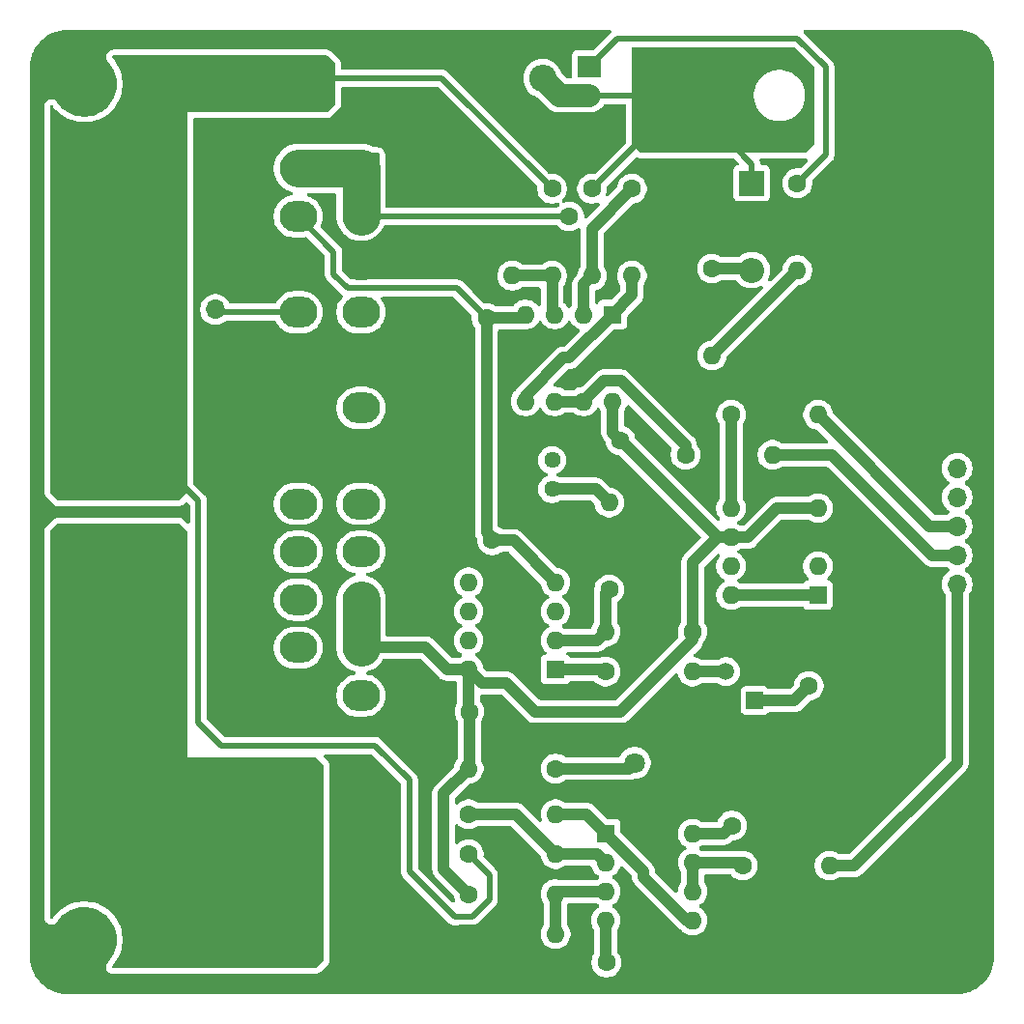
<source format=gtl>
G04 #@! TF.GenerationSoftware,KiCad,Pcbnew,9.0.5*
G04 #@! TF.CreationDate,2025-10-18T17:06:12+01:00*
G04 #@! TF.ProjectId,PowerDelivery,506f7765-7244-4656-9c69-766572792e6b,rev?*
G04 #@! TF.SameCoordinates,Original*
G04 #@! TF.FileFunction,Copper,L1,Top*
G04 #@! TF.FilePolarity,Positive*
%FSLAX46Y46*%
G04 Gerber Fmt 4.6, Leading zero omitted, Abs format (unit mm)*
G04 Created by KiCad (PCBNEW 9.0.5) date 2025-10-18 17:06:12*
%MOMM*%
%LPD*%
G01*
G04 APERTURE LIST*
G04 Aperture macros list*
%AMRoundRect*
0 Rectangle with rounded corners*
0 $1 Rounding radius*
0 $2 $3 $4 $5 $6 $7 $8 $9 X,Y pos of 4 corners*
0 Add a 4 corners polygon primitive as box body*
4,1,4,$2,$3,$4,$5,$6,$7,$8,$9,$2,$3,0*
0 Add four circle primitives for the rounded corners*
1,1,$1+$1,$2,$3*
1,1,$1+$1,$4,$5*
1,1,$1+$1,$6,$7*
1,1,$1+$1,$8,$9*
0 Add four rect primitives between the rounded corners*
20,1,$1+$1,$2,$3,$4,$5,0*
20,1,$1+$1,$4,$5,$6,$7,0*
20,1,$1+$1,$6,$7,$8,$9,0*
20,1,$1+$1,$8,$9,$2,$3,0*%
G04 Aperture macros list end*
G04 #@! TA.AperFunction,ComponentPad*
%ADD10RoundRect,0.250001X-1.399999X1.099999X-1.399999X-1.099999X1.399999X-1.099999X1.399999X1.099999X0*%
G04 #@! TD*
G04 #@! TA.AperFunction,ComponentPad*
%ADD11O,3.300000X2.700000*%
G04 #@! TD*
G04 #@! TA.AperFunction,ComponentPad*
%ADD12C,1.600000*%
G04 #@! TD*
G04 #@! TA.AperFunction,ComponentPad*
%ADD13O,1.600000X1.600000*%
G04 #@! TD*
G04 #@! TA.AperFunction,ComponentPad*
%ADD14R,3.000000X3.000000*%
G04 #@! TD*
G04 #@! TA.AperFunction,ComponentPad*
%ADD15C,3.000000*%
G04 #@! TD*
G04 #@! TA.AperFunction,ComponentPad*
%ADD16R,1.600000X1.600000*%
G04 #@! TD*
G04 #@! TA.AperFunction,ComponentPad*
%ADD17R,2.200000X2.200000*%
G04 #@! TD*
G04 #@! TA.AperFunction,ComponentPad*
%ADD18O,2.200000X2.200000*%
G04 #@! TD*
G04 #@! TA.AperFunction,ComponentPad*
%ADD19C,2.400000*%
G04 #@! TD*
G04 #@! TA.AperFunction,ComponentPad*
%ADD20O,2.400000X2.400000*%
G04 #@! TD*
G04 #@! TA.AperFunction,ComponentPad*
%ADD21C,1.440000*%
G04 #@! TD*
G04 #@! TA.AperFunction,ComponentPad*
%ADD22R,1.500000X1.500000*%
G04 #@! TD*
G04 #@! TA.AperFunction,ComponentPad*
%ADD23C,1.500000*%
G04 #@! TD*
G04 #@! TA.AperFunction,ComponentPad*
%ADD24C,5.700000*%
G04 #@! TD*
G04 #@! TA.AperFunction,ComponentPad*
%ADD25R,2.000000X1.905000*%
G04 #@! TD*
G04 #@! TA.AperFunction,ComponentPad*
%ADD26O,2.000000X1.905000*%
G04 #@! TD*
G04 #@! TA.AperFunction,ComponentPad*
%ADD27R,1.800000X1.800000*%
G04 #@! TD*
G04 #@! TA.AperFunction,ComponentPad*
%ADD28C,1.800000*%
G04 #@! TD*
G04 #@! TA.AperFunction,ComponentPad*
%ADD29R,1.700000X1.700000*%
G04 #@! TD*
G04 #@! TA.AperFunction,ComponentPad*
%ADD30O,1.700000X1.700000*%
G04 #@! TD*
G04 #@! TA.AperFunction,ViaPad*
%ADD31C,1.600000*%
G04 #@! TD*
G04 #@! TA.AperFunction,Conductor*
%ADD32C,0.500000*%
G04 #@! TD*
G04 #@! TA.AperFunction,Conductor*
%ADD33C,1.000000*%
G04 #@! TD*
G04 #@! TA.AperFunction,Conductor*
%ADD34C,2.000000*%
G04 #@! TD*
G04 #@! TA.AperFunction,Conductor*
%ADD35C,3.300000*%
G04 #@! TD*
G04 APERTURE END LIST*
D10*
X141250000Y-122700000D03*
D11*
X141250000Y-126900000D03*
X141250000Y-131100000D03*
X141250000Y-135300000D03*
X135750000Y-122700000D03*
X135750000Y-126900000D03*
X135750000Y-131100000D03*
X135750000Y-135300000D03*
D12*
X172000000Y-77190000D03*
D13*
X172000000Y-84810000D03*
D14*
X120000000Y-72960000D03*
D15*
X120000000Y-78040000D03*
D12*
X164000000Y-92250000D03*
X164000000Y-94750000D03*
D14*
X120000000Y-106460000D03*
D15*
X120000000Y-111540000D03*
D16*
X162700000Y-126700000D03*
D13*
X162700000Y-129240000D03*
X162700000Y-131780000D03*
X162700000Y-134320000D03*
X170320000Y-134320000D03*
X170320000Y-131780000D03*
X170320000Y-129240000D03*
X170320000Y-126700000D03*
D17*
X175500000Y-69690000D03*
D18*
X175500000Y-77310000D03*
D19*
X136840000Y-60500000D03*
D20*
X157160000Y-60500000D03*
D12*
X169690000Y-93500000D03*
D13*
X177310000Y-93500000D03*
D12*
X173750000Y-126000000D03*
X176250000Y-126000000D03*
X150750000Y-116000000D03*
X153250000Y-116000000D03*
X158000000Y-70190000D03*
D13*
X158000000Y-77810000D03*
D16*
X181300000Y-105800000D03*
D13*
X181300000Y-103260000D03*
X181300000Y-100720000D03*
X181300000Y-98180000D03*
X173680000Y-98180000D03*
X173680000Y-100720000D03*
X173680000Y-103260000D03*
X173680000Y-105800000D03*
D12*
X152250000Y-81500000D03*
X149750000Y-81500000D03*
D21*
X158000000Y-93960000D03*
X158000000Y-96500000D03*
X158000000Y-99040000D03*
D22*
X175770000Y-115040000D03*
D23*
X173230000Y-112500000D03*
X175770000Y-109960000D03*
D12*
X180500000Y-113750000D03*
X180500000Y-111250000D03*
X162750000Y-138000000D03*
X165250000Y-138000000D03*
X150690000Y-125000000D03*
D13*
X158310000Y-125000000D03*
D16*
X158300000Y-112300000D03*
D13*
X158300000Y-109760000D03*
X158300000Y-107220000D03*
X158300000Y-104680000D03*
X150680000Y-104680000D03*
X150680000Y-107220000D03*
X150680000Y-109760000D03*
X150680000Y-112300000D03*
D14*
X120000000Y-118960000D03*
D15*
X120000000Y-124040000D03*
D12*
X163000000Y-105310000D03*
D13*
X163000000Y-97690000D03*
D24*
X117000000Y-61000000D03*
D10*
X141250000Y-68400000D03*
D11*
X141250000Y-72600000D03*
X141250000Y-76800000D03*
X141250000Y-81000000D03*
X141250000Y-85200000D03*
X141250000Y-89400000D03*
X141250000Y-93600000D03*
X141250000Y-97800000D03*
X141250000Y-102000000D03*
X141250000Y-106200000D03*
X141250000Y-110400000D03*
X141250000Y-114600000D03*
X135750000Y-68400000D03*
X135750000Y-72600000D03*
X135750000Y-76800000D03*
X135750000Y-81000000D03*
X135750000Y-85200000D03*
X135750000Y-89400000D03*
X135750000Y-93600000D03*
X135750000Y-97800000D03*
X135750000Y-102000000D03*
X135750000Y-106200000D03*
X135750000Y-110400000D03*
X135750000Y-114600000D03*
D24*
X192000000Y-136000000D03*
D12*
X165000000Y-70190000D03*
D13*
X165000000Y-77810000D03*
D12*
X150690000Y-132000000D03*
D13*
X158310000Y-132000000D03*
D25*
X161270000Y-59460000D03*
D26*
X161270000Y-62000000D03*
X161270000Y-64540000D03*
D16*
X163300000Y-81200000D03*
D13*
X160760000Y-81200000D03*
X158220000Y-81200000D03*
X155680000Y-81200000D03*
X155680000Y-88820000D03*
X158220000Y-88820000D03*
X160760000Y-88820000D03*
X163300000Y-88820000D03*
D12*
X173690000Y-90000000D03*
D13*
X181310000Y-90000000D03*
D24*
X192000000Y-61000000D03*
X117000000Y-136000000D03*
D12*
X154500000Y-70190000D03*
D13*
X154500000Y-77810000D03*
D12*
X179500000Y-69690000D03*
D13*
X179500000Y-77310000D03*
D12*
X174690000Y-129500000D03*
D13*
X182310000Y-129500000D03*
D12*
X170310000Y-109000000D03*
D13*
X162690000Y-109000000D03*
D12*
X162690000Y-112500000D03*
D13*
X170310000Y-112500000D03*
D27*
X167775000Y-120500000D03*
D28*
X165235000Y-120500000D03*
D12*
X150690000Y-135500000D03*
D13*
X158310000Y-135500000D03*
D12*
X152750000Y-101000000D03*
X150250000Y-101000000D03*
X158310000Y-121000000D03*
D13*
X150690000Y-121000000D03*
D12*
X150690000Y-128500000D03*
D13*
X158310000Y-128500000D03*
D12*
X161500000Y-70190000D03*
D13*
X161500000Y-77810000D03*
D14*
X120000000Y-85460000D03*
D15*
X120000000Y-90540000D03*
D29*
X193500000Y-92150000D03*
D30*
X193500000Y-94690000D03*
X193500000Y-97230000D03*
X193500000Y-99770000D03*
X193500000Y-102310000D03*
X193500000Y-104850000D03*
D29*
X128500000Y-78225000D03*
D30*
X128500000Y-80765000D03*
D31*
X169500000Y-59000000D03*
X166500000Y-65000000D03*
X172500000Y-59000000D03*
X172500000Y-65000000D03*
X169500000Y-65000000D03*
X166500000Y-59000000D03*
X169500000Y-62000000D03*
X172500000Y-62000000D03*
X166500000Y-62000000D03*
X159500000Y-72600000D03*
D32*
X135750000Y-81000000D02*
X128735000Y-81000000D01*
X128735000Y-81000000D02*
X128500000Y-80765000D01*
D33*
X150680000Y-112300000D02*
X151880000Y-113500000D01*
X151880000Y-113500000D02*
X154000000Y-113500000D01*
X154000000Y-113500000D02*
X156500000Y-116000000D01*
X156500000Y-116000000D02*
X164000000Y-116000000D01*
X164000000Y-116000000D02*
X170310000Y-109690000D01*
X170310000Y-109690000D02*
X170310000Y-109000000D01*
D32*
X150690000Y-128500000D02*
X152500000Y-130310000D01*
X127000000Y-117000000D02*
X127000000Y-97540000D01*
X152500000Y-130310000D02*
X152500000Y-132500000D01*
X152500000Y-132500000D02*
X151051000Y-133949000D01*
X151051000Y-133949000D02*
X149551000Y-133949000D01*
X145500000Y-122000000D02*
X142500000Y-119000000D01*
X149551000Y-133949000D02*
X149500000Y-134000000D01*
X142500000Y-119000000D02*
X129000000Y-119000000D01*
X149500000Y-134000000D02*
X145500000Y-130000000D01*
X145500000Y-130000000D02*
X145500000Y-122000000D01*
X129000000Y-119000000D02*
X127000000Y-117000000D01*
X127000000Y-97540000D02*
X120000000Y-90540000D01*
D33*
X177310000Y-93500000D02*
X182500000Y-93500000D01*
X182500000Y-93500000D02*
X191310000Y-102310000D01*
X191310000Y-102310000D02*
X193500000Y-102310000D01*
X181310000Y-90000000D02*
X191080000Y-99770000D01*
X191080000Y-99770000D02*
X193500000Y-99770000D01*
X173690000Y-90000000D02*
X173690000Y-98170000D01*
X173690000Y-98170000D02*
X173680000Y-98180000D01*
X162690000Y-109000000D02*
X162690000Y-105620000D01*
X162690000Y-105620000D02*
X163000000Y-105310000D01*
X158300000Y-109760000D02*
X161930000Y-109760000D01*
X161930000Y-109760000D02*
X162690000Y-109000000D01*
X158300000Y-112300000D02*
X162490000Y-112300000D01*
X162490000Y-112300000D02*
X162690000Y-112500000D01*
X170320000Y-126700000D02*
X173050000Y-126700000D01*
X173050000Y-126700000D02*
X173750000Y-126000000D01*
X170320000Y-129240000D02*
X174430000Y-129240000D01*
X174430000Y-129240000D02*
X174690000Y-129500000D01*
X170320000Y-129240000D02*
X170320000Y-131780000D01*
X193500000Y-104850000D02*
X193500000Y-120500000D01*
X193500000Y-120500000D02*
X184500000Y-129500000D01*
X184500000Y-129500000D02*
X182310000Y-129500000D01*
X148500000Y-123190000D02*
X150690000Y-121000000D01*
X150690000Y-125000000D02*
X154810000Y-125000000D01*
X154810000Y-125000000D02*
X158310000Y-128500000D01*
X158310000Y-128500000D02*
X161960000Y-128500000D01*
X161960000Y-128500000D02*
X162700000Y-129240000D01*
X158310000Y-132000000D02*
X158310000Y-135500000D01*
X162700000Y-131780000D02*
X158530000Y-131780000D01*
X158530000Y-131780000D02*
X158310000Y-132000000D01*
X162700000Y-134320000D02*
X162700000Y-137950000D01*
X162700000Y-137950000D02*
X162750000Y-138000000D01*
X162700000Y-126700000D02*
X162706999Y-126700000D01*
X162706999Y-126700000D02*
X166000000Y-129993001D01*
X166000000Y-129993001D02*
X166000000Y-130500000D01*
X166000000Y-130500000D02*
X169820000Y-134320000D01*
X169820000Y-134320000D02*
X170320000Y-134320000D01*
X158310000Y-125000000D02*
X161000000Y-125000000D01*
X161000000Y-125000000D02*
X162700000Y-126700000D01*
X158310000Y-121000000D02*
X164735000Y-121000000D01*
X164735000Y-121000000D02*
X165235000Y-120500000D01*
X150750000Y-116000000D02*
X150750000Y-120940000D01*
X150750000Y-120940000D02*
X150690000Y-121000000D01*
X150680000Y-112300000D02*
X150680000Y-115930000D01*
X150680000Y-115930000D02*
X150750000Y-116000000D01*
X150680000Y-112300000D02*
X148800000Y-112300000D01*
X148800000Y-112300000D02*
X146900000Y-110400000D01*
X146900000Y-110400000D02*
X141250000Y-110400000D01*
D32*
X149650000Y-78900000D02*
X152250000Y-81500000D01*
D33*
X152250000Y-81500000D02*
X155380000Y-81500000D01*
X155380000Y-81500000D02*
X155680000Y-81200000D01*
X152750000Y-101000000D02*
X152750000Y-100750000D01*
X152750000Y-100750000D02*
X152250000Y-100250000D01*
X152250000Y-100250000D02*
X152250000Y-81500000D01*
X152750000Y-101000000D02*
X154620000Y-101000000D01*
X154620000Y-101000000D02*
X158300000Y-104680000D01*
X164000000Y-92250000D02*
X164078630Y-92250000D01*
X164078630Y-92250000D02*
X172548630Y-100720000D01*
X172548630Y-100720000D02*
X173680000Y-100720000D01*
X170310000Y-109000000D02*
X170310000Y-102958630D01*
X170310000Y-102958630D02*
X172548630Y-100720000D01*
X170310000Y-112500000D02*
X173230000Y-112500000D01*
X175770000Y-115040000D02*
X179210000Y-115040000D01*
X179210000Y-115040000D02*
X180500000Y-113750000D01*
X173680000Y-105800000D02*
X181300000Y-105800000D01*
X173680000Y-100720000D02*
X175158000Y-100720000D01*
X175158000Y-100720000D02*
X177698000Y-98180000D01*
X177698000Y-98180000D02*
X181300000Y-98180000D01*
X179500000Y-77310000D02*
X172000000Y-84810000D01*
X160760000Y-88820000D02*
X160760000Y-88813001D01*
X160760000Y-88813001D02*
X162554001Y-87019000D01*
X162554001Y-87019000D02*
X164045999Y-87019000D01*
X164045999Y-87019000D02*
X169690000Y-92663001D01*
X169690000Y-92663001D02*
X169690000Y-93500000D01*
X158000000Y-96500000D02*
X161810000Y-96500000D01*
X161810000Y-96500000D02*
X163000000Y-97690000D01*
X163300000Y-88820000D02*
X163300000Y-91550000D01*
X163300000Y-91550000D02*
X164000000Y-92250000D01*
X158220000Y-88820000D02*
X160760000Y-88820000D01*
X172000000Y-77190000D02*
X175380000Y-77190000D01*
X175380000Y-77190000D02*
X175500000Y-77310000D01*
X163300000Y-81200000D02*
X163300000Y-81206999D01*
X163300000Y-81206999D02*
X159506999Y-85000000D01*
X159506999Y-85000000D02*
X159000000Y-85000000D01*
X159000000Y-85000000D02*
X155680000Y-88320000D01*
X155680000Y-88320000D02*
X155680000Y-88820000D01*
X165000000Y-77810000D02*
X165000000Y-79500000D01*
X165000000Y-79500000D02*
X163300000Y-81200000D01*
X161500000Y-77810000D02*
X161500000Y-73690000D01*
X161500000Y-73690000D02*
X165000000Y-70190000D01*
D32*
X159500000Y-72600000D02*
X141250000Y-72600000D01*
D33*
X160760000Y-81200000D02*
X160760000Y-78550000D01*
X160760000Y-78550000D02*
X161500000Y-77810000D01*
X158000000Y-77810000D02*
X158000000Y-80980000D01*
X158000000Y-80980000D02*
X158220000Y-81200000D01*
X154500000Y-77810000D02*
X158000000Y-77810000D01*
D34*
X157160000Y-60500000D02*
X158660000Y-62000000D01*
X158660000Y-62000000D02*
X161270000Y-62000000D01*
D32*
X161270000Y-59460000D02*
X163730000Y-57000000D01*
X163730000Y-57000000D02*
X179500000Y-57000000D01*
X182000000Y-59500000D02*
X182000000Y-67190000D01*
X179500000Y-57000000D02*
X182000000Y-59500000D01*
X182000000Y-67190000D02*
X179500000Y-69690000D01*
X175500000Y-69690000D02*
X175500000Y-68000000D01*
X175500000Y-68000000D02*
X172500000Y-65000000D01*
X166500000Y-65000000D02*
X166500000Y-65190000D01*
X166500000Y-65190000D02*
X161500000Y-70190000D01*
X158000000Y-70190000D02*
X148310000Y-60500000D01*
X148310000Y-60500000D02*
X136840000Y-60500000D01*
X135750000Y-72600000D02*
X138849000Y-75699000D01*
X138849000Y-75699000D02*
X138849000Y-77670263D01*
X138849000Y-77670263D02*
X140078737Y-78900000D01*
X140078737Y-78900000D02*
X149650000Y-78900000D01*
D35*
X141250000Y-106200000D02*
X141250000Y-110400000D01*
X141250000Y-68400000D02*
X141250000Y-72600000D01*
X141250000Y-68400000D02*
X135750000Y-68400000D01*
D32*
X161270000Y-62000000D02*
X166500000Y-62000000D01*
D33*
X148500000Y-129810000D02*
X150690000Y-132000000D01*
X148500000Y-123190000D02*
X148500000Y-129810000D01*
G04 #@! TA.AperFunction,Conductor*
G36*
X163132915Y-56270462D02*
G01*
X163187453Y-56325000D01*
X163207415Y-56399500D01*
X163187453Y-56474000D01*
X163163774Y-56504859D01*
X161705272Y-57963359D01*
X161638477Y-58001923D01*
X161599913Y-58007000D01*
X160222136Y-58007000D01*
X160222111Y-58007002D01*
X160162521Y-58013408D01*
X160162515Y-58013409D01*
X160027670Y-58063702D01*
X160027666Y-58063704D01*
X159912455Y-58149952D01*
X159912452Y-58149955D01*
X159826204Y-58265166D01*
X159826202Y-58265170D01*
X159775908Y-58400017D01*
X159769500Y-58459614D01*
X159769500Y-58459627D01*
X159769500Y-59450172D01*
X159769501Y-60350500D01*
X159749539Y-60425000D01*
X159695001Y-60479538D01*
X159620501Y-60499500D01*
X159343245Y-60499500D01*
X159268745Y-60479538D01*
X159237886Y-60455859D01*
X158816385Y-60034358D01*
X158777821Y-59967563D01*
X158777820Y-59967560D01*
X158773710Y-59952219D01*
X158688405Y-59746274D01*
X158688402Y-59746269D01*
X158688401Y-59746266D01*
X158576950Y-59553229D01*
X158576948Y-59553226D01*
X158441247Y-59376376D01*
X158283624Y-59218753D01*
X158106774Y-59083052D01*
X158106773Y-59083051D01*
X158106770Y-59083049D01*
X157913733Y-58971598D01*
X157707778Y-58886288D01*
X157492464Y-58828596D01*
X157492447Y-58828593D01*
X157271462Y-58799500D01*
X157271457Y-58799500D01*
X157048543Y-58799500D01*
X157048537Y-58799500D01*
X156827552Y-58828593D01*
X156827535Y-58828596D01*
X156612222Y-58886288D01*
X156612221Y-58886288D01*
X156406266Y-58971598D01*
X156213229Y-59083049D01*
X156036374Y-59218754D01*
X155878754Y-59376374D01*
X155743049Y-59553229D01*
X155631598Y-59746266D01*
X155546288Y-59952221D01*
X155546288Y-59952222D01*
X155488596Y-60167535D01*
X155488593Y-60167552D01*
X155459500Y-60388537D01*
X155459500Y-60611462D01*
X155488593Y-60832447D01*
X155488596Y-60832464D01*
X155546288Y-61047777D01*
X155546288Y-61047778D01*
X155631598Y-61253733D01*
X155743049Y-61446770D01*
X155743051Y-61446773D01*
X155743052Y-61446774D01*
X155878753Y-61623624D01*
X156036376Y-61781247D01*
X156213226Y-61916948D01*
X156213229Y-61916950D01*
X156406266Y-62028401D01*
X156406269Y-62028402D01*
X156406274Y-62028405D01*
X156612219Y-62113710D01*
X156627561Y-62117820D01*
X156694356Y-62156383D01*
X157682490Y-63144517D01*
X157682493Y-63144519D01*
X157682496Y-63144522D01*
X157750268Y-63193761D01*
X157873566Y-63283343D01*
X158084008Y-63390568D01*
X158308632Y-63463553D01*
X158541908Y-63500500D01*
X158541913Y-63500500D01*
X161388087Y-63500500D01*
X161388092Y-63500500D01*
X161621368Y-63463553D01*
X161845992Y-63390568D01*
X162056433Y-63283343D01*
X162247510Y-63144517D01*
X162414517Y-62977510D01*
X162503412Y-62855156D01*
X162534826Y-62811920D01*
X162594766Y-62763382D01*
X162655369Y-62750500D01*
X164345500Y-62750500D01*
X164420000Y-62770462D01*
X164474538Y-62825000D01*
X164494500Y-62899500D01*
X164494500Y-66072413D01*
X164474538Y-66146913D01*
X164450859Y-66177772D01*
X161774111Y-68854519D01*
X161707316Y-68893083D01*
X161645442Y-68896325D01*
X161624973Y-68893083D01*
X161602352Y-68889500D01*
X161397648Y-68889500D01*
X161229163Y-68916185D01*
X161195465Y-68921523D01*
X161000787Y-68984778D01*
X161000775Y-68984782D01*
X160818387Y-69077714D01*
X160652787Y-69198028D01*
X160652779Y-69198035D01*
X160508035Y-69342779D01*
X160508028Y-69342787D01*
X160387714Y-69508387D01*
X160294782Y-69690775D01*
X160294778Y-69690787D01*
X160252481Y-69820965D01*
X160231523Y-69885466D01*
X160199500Y-70087648D01*
X160199500Y-70292352D01*
X160231523Y-70494534D01*
X160292423Y-70681966D01*
X160294778Y-70689212D01*
X160294782Y-70689224D01*
X160387714Y-70871612D01*
X160508028Y-71037212D01*
X160508035Y-71037220D01*
X160652779Y-71181964D01*
X160652787Y-71181971D01*
X160793345Y-71284091D01*
X160818390Y-71302287D01*
X160969603Y-71379334D01*
X160999913Y-71394778D01*
X161000781Y-71395220D01*
X161195466Y-71458477D01*
X161397648Y-71490500D01*
X161397653Y-71490500D01*
X161602347Y-71490500D01*
X161602352Y-71490500D01*
X161804534Y-71458477D01*
X161972809Y-71403800D01*
X162049831Y-71399764D01*
X162118552Y-71434779D01*
X162160559Y-71499464D01*
X162164596Y-71576487D01*
X162129581Y-71645208D01*
X162124211Y-71650867D01*
X161054859Y-72720219D01*
X160988064Y-72758783D01*
X160910936Y-72758783D01*
X160844141Y-72720219D01*
X160805577Y-72653424D01*
X160800500Y-72614860D01*
X160800500Y-72497652D01*
X160800500Y-72497648D01*
X160768477Y-72295466D01*
X160705220Y-72100781D01*
X160612287Y-71918390D01*
X160557730Y-71843298D01*
X160491971Y-71752787D01*
X160491964Y-71752779D01*
X160347220Y-71608035D01*
X160347212Y-71608028D01*
X160181612Y-71487714D01*
X159999224Y-71394782D01*
X159999220Y-71394780D01*
X159999219Y-71394780D01*
X159804534Y-71331523D01*
X159602352Y-71299500D01*
X159397648Y-71299500D01*
X159276055Y-71318758D01*
X159195469Y-71331522D01*
X159048319Y-71379334D01*
X158971296Y-71383370D01*
X158902575Y-71348354D01*
X158860568Y-71283669D01*
X158856532Y-71206646D01*
X158891548Y-71137925D01*
X158896918Y-71132267D01*
X158991958Y-71037227D01*
X158991966Y-71037219D01*
X159112287Y-70871610D01*
X159205220Y-70689219D01*
X159268477Y-70494534D01*
X159300500Y-70292352D01*
X159300500Y-70087648D01*
X159268477Y-69885466D01*
X159205220Y-69690781D01*
X159112287Y-69508390D01*
X159082834Y-69467851D01*
X158991971Y-69342787D01*
X158991964Y-69342779D01*
X158847220Y-69198035D01*
X158847212Y-69198028D01*
X158681612Y-69077714D01*
X158499224Y-68984782D01*
X158499220Y-68984780D01*
X158499219Y-68984780D01*
X158304534Y-68921523D01*
X158102352Y-68889500D01*
X157897648Y-68889500D01*
X157854549Y-68896325D01*
X157777843Y-68888261D01*
X157725885Y-68854518D01*
X148788417Y-59917049D01*
X148788410Y-59917043D01*
X148696292Y-59855493D01*
X148696291Y-59855493D01*
X148665495Y-59834916D01*
X148665491Y-59834914D01*
X148665487Y-59834912D01*
X148528914Y-59778342D01*
X148528912Y-59778341D01*
X148383921Y-59749500D01*
X148383918Y-59749500D01*
X139654500Y-59749500D01*
X139580000Y-59729538D01*
X139525462Y-59675000D01*
X139505500Y-59600500D01*
X139505500Y-59251356D01*
X139502605Y-59197350D01*
X139502603Y-59197321D01*
X139499771Y-59170979D01*
X139499764Y-59170933D01*
X139491116Y-59117559D01*
X139491114Y-59117554D01*
X139491114Y-59117552D01*
X139440832Y-58982743D01*
X139407347Y-58921420D01*
X139340482Y-58832099D01*
X139321125Y-58806241D01*
X138693760Y-58178876D01*
X138653510Y-58142721D01*
X138653500Y-58142712D01*
X138632858Y-58126078D01*
X138632859Y-58126078D01*
X138610916Y-58110255D01*
X138588974Y-58094433D01*
X138458097Y-58034662D01*
X138458094Y-58034661D01*
X138458085Y-58034658D01*
X138391061Y-58014977D01*
X138391048Y-58014974D01*
X138391044Y-58014973D01*
X138248652Y-57994501D01*
X138248640Y-57994500D01*
X138248638Y-57994500D01*
X119537686Y-57994500D01*
X119537665Y-57994500D01*
X119519655Y-57994820D01*
X119510784Y-57995137D01*
X119492783Y-57996103D01*
X119492778Y-57996103D01*
X119492777Y-57996104D01*
X119466028Y-58001923D01*
X119352190Y-58026686D01*
X119286716Y-58051106D01*
X119160450Y-58120053D01*
X119160445Y-58120057D01*
X119058708Y-58221790D01*
X119058707Y-58221791D01*
X119016833Y-58277727D01*
X119016831Y-58277729D01*
X118947874Y-58404015D01*
X118917293Y-58544602D01*
X118917290Y-58544623D01*
X118912308Y-58614292D01*
X118912308Y-58614304D01*
X118922571Y-58757806D01*
X118922571Y-58757808D01*
X118922572Y-58757810D01*
X118940636Y-58806241D01*
X118972852Y-58892614D01*
X118972853Y-58892617D01*
X119006336Y-58953937D01*
X119006341Y-58953945D01*
X119092560Y-59069120D01*
X119105368Y-59081928D01*
X119115177Y-59092750D01*
X119283240Y-59297534D01*
X119291942Y-59309269D01*
X119365528Y-59419399D01*
X119421993Y-59503905D01*
X119439115Y-59529529D01*
X119446632Y-59542071D01*
X119571498Y-59775680D01*
X119577750Y-59788898D01*
X119679121Y-60033629D01*
X119684047Y-60047396D01*
X119760946Y-60300896D01*
X119764499Y-60315081D01*
X119816170Y-60574856D01*
X119818315Y-60589319D01*
X119844282Y-60852955D01*
X119845000Y-60867560D01*
X119845000Y-61132438D01*
X119844282Y-61147043D01*
X119818316Y-61410668D01*
X119816171Y-61425130D01*
X119816171Y-61425131D01*
X119786506Y-61574271D01*
X119786501Y-61574297D01*
X119764498Y-61684920D01*
X119760945Y-61699106D01*
X119684047Y-61952602D01*
X119679121Y-61966369D01*
X119577750Y-62211100D01*
X119571498Y-62224318D01*
X119446632Y-62457927D01*
X119439115Y-62470469D01*
X119291946Y-62690723D01*
X119283235Y-62702468D01*
X119115186Y-62907236D01*
X119105367Y-62918070D01*
X118918070Y-63105367D01*
X118907236Y-63115186D01*
X118702468Y-63283235D01*
X118690723Y-63291946D01*
X118470469Y-63439115D01*
X118457927Y-63446632D01*
X118224318Y-63571498D01*
X118211100Y-63577750D01*
X117966369Y-63679121D01*
X117952602Y-63684047D01*
X117699106Y-63760945D01*
X117684920Y-63764498D01*
X117574297Y-63786501D01*
X117574270Y-63786505D01*
X117574271Y-63786506D01*
X117425131Y-63816171D01*
X117410668Y-63818316D01*
X117147045Y-63844282D01*
X117132440Y-63845000D01*
X116867562Y-63845000D01*
X116852957Y-63844282D01*
X116589319Y-63818315D01*
X116574856Y-63816170D01*
X116315081Y-63764499D01*
X116300896Y-63760946D01*
X116047396Y-63684047D01*
X116033629Y-63679121D01*
X115788898Y-63577750D01*
X115775680Y-63571498D01*
X115542071Y-63446632D01*
X115529529Y-63439115D01*
X115309275Y-63291946D01*
X115297530Y-63283236D01*
X115092768Y-63115192D01*
X115081934Y-63105372D01*
X114894635Y-62918074D01*
X114884815Y-62907240D01*
X114716750Y-62702452D01*
X114708047Y-62690717D01*
X114647408Y-62599963D01*
X114606159Y-62546371D01*
X114606156Y-62546367D01*
X114584267Y-62521558D01*
X114584263Y-62521553D01*
X114536235Y-62473952D01*
X114536233Y-62473950D01*
X114415198Y-62396167D01*
X114415195Y-62396165D01*
X114415191Y-62396163D01*
X114415180Y-62396157D01*
X114352251Y-62367419D01*
X114351651Y-62367142D01*
X114213586Y-62326605D01*
X114213583Y-62326604D01*
X114213578Y-62326604D01*
X114069705Y-62326604D01*
X114069693Y-62326605D01*
X114000543Y-62336548D01*
X114000539Y-62336549D01*
X113862499Y-62377082D01*
X113862490Y-62377086D01*
X113741461Y-62454868D01*
X113741456Y-62454872D01*
X113688653Y-62500626D01*
X113688651Y-62500628D01*
X113594431Y-62609362D01*
X113534663Y-62740235D01*
X113534658Y-62740249D01*
X113514977Y-62807273D01*
X113514974Y-62807286D01*
X113514973Y-62807290D01*
X113494501Y-62949682D01*
X113494500Y-62949700D01*
X113494500Y-96748643D01*
X113497394Y-96802649D01*
X113497396Y-96802678D01*
X113500228Y-96829020D01*
X113500235Y-96829066D01*
X113508883Y-96882440D01*
X113559166Y-97017252D01*
X113559167Y-97017255D01*
X113592650Y-97078575D01*
X113592655Y-97078583D01*
X113678874Y-97193758D01*
X113678877Y-97193761D01*
X114306239Y-97821123D01*
X114346500Y-97857288D01*
X114346518Y-97857303D01*
X114346521Y-97857305D01*
X114367141Y-97873921D01*
X114367140Y-97873921D01*
X114369283Y-97875466D01*
X114411026Y-97905567D01*
X114541903Y-97965338D01*
X114580019Y-97976530D01*
X114608938Y-97985022D01*
X114608940Y-97985022D01*
X114608942Y-97985023D01*
X114608946Y-97985024D01*
X114608947Y-97985024D01*
X114608951Y-97985025D01*
X114608955Y-97985026D01*
X114751347Y-98005498D01*
X114751351Y-98005498D01*
X114751362Y-98005500D01*
X114751366Y-98005500D01*
X125248643Y-98005500D01*
X125302649Y-98002605D01*
X125302678Y-98002603D01*
X125329020Y-97999771D01*
X125329026Y-97999770D01*
X125329036Y-97999769D01*
X125337856Y-97998339D01*
X125382440Y-97991116D01*
X125382443Y-97991114D01*
X125382448Y-97991114D01*
X125517257Y-97940832D01*
X125578580Y-97907347D01*
X125693761Y-97821123D01*
X125851399Y-97663485D01*
X125918194Y-97624921D01*
X125995322Y-97624921D01*
X126062117Y-97663485D01*
X126205859Y-97807227D01*
X126244423Y-97874022D01*
X126249500Y-97912586D01*
X126249500Y-99374898D01*
X126229538Y-99449398D01*
X126175000Y-99503936D01*
X126100500Y-99523898D01*
X126026000Y-99503936D01*
X125995141Y-99480257D01*
X125693760Y-99178876D01*
X125653510Y-99142721D01*
X125653500Y-99142712D01*
X125632858Y-99126078D01*
X125632859Y-99126078D01*
X125610916Y-99110255D01*
X125588974Y-99094433D01*
X125458097Y-99034662D01*
X125458094Y-99034661D01*
X125458085Y-99034658D01*
X125391061Y-99014977D01*
X125391048Y-99014974D01*
X125391044Y-99014973D01*
X125248652Y-98994501D01*
X125248640Y-98994500D01*
X125248638Y-98994500D01*
X114751362Y-98994500D01*
X114751357Y-98994500D01*
X114697350Y-98997394D01*
X114697321Y-98997396D01*
X114670979Y-99000228D01*
X114670933Y-99000235D01*
X114617559Y-99008883D01*
X114482747Y-99059166D01*
X114482744Y-99059167D01*
X114421424Y-99092650D01*
X114421416Y-99092655D01*
X114306241Y-99178874D01*
X113678876Y-99806239D01*
X113642721Y-99846489D01*
X113642694Y-99846521D01*
X113626078Y-99867140D01*
X113594433Y-99911026D01*
X113534661Y-100041905D01*
X113534658Y-100041914D01*
X113514977Y-100108938D01*
X113514974Y-100108951D01*
X113514973Y-100108955D01*
X113494501Y-100251347D01*
X113494500Y-100251360D01*
X113494500Y-100251362D01*
X113494500Y-134050302D01*
X113497346Y-134092762D01*
X113499022Y-134117769D01*
X113503440Y-134150575D01*
X113516931Y-134216849D01*
X113516931Y-134216851D01*
X113574354Y-134348770D01*
X113596058Y-134383905D01*
X113611076Y-134408215D01*
X113611078Y-134408217D01*
X113611079Y-134408219D01*
X113611080Y-134408220D01*
X113693697Y-134507075D01*
X113703342Y-134518615D01*
X113822975Y-134598550D01*
X113822982Y-134598553D01*
X113822983Y-134598554D01*
X113885997Y-134628702D01*
X113885996Y-134628702D01*
X113886001Y-134628703D01*
X113886002Y-134628704D01*
X113895532Y-134631688D01*
X114023297Y-134671694D01*
X114023300Y-134671694D01*
X114023302Y-134671695D01*
X114167159Y-134674265D01*
X114167167Y-134674264D01*
X114167169Y-134674264D01*
X114187629Y-134671694D01*
X114236484Y-134665558D01*
X114236488Y-134665557D01*
X114375242Y-134627492D01*
X114497651Y-134551877D01*
X114497654Y-134551874D01*
X114497658Y-134551872D01*
X114551259Y-134507075D01*
X114551263Y-134507072D01*
X114647410Y-134400034D01*
X114708066Y-134309254D01*
X114716767Y-134297524D01*
X114884816Y-134092756D01*
X114894630Y-134081928D01*
X115081938Y-133894619D01*
X115092751Y-133884819D01*
X115297529Y-133716761D01*
X115309252Y-133708067D01*
X115529544Y-133560872D01*
X115542063Y-133553369D01*
X115775697Y-133428490D01*
X115788891Y-133422250D01*
X116033641Y-133320871D01*
X116047392Y-133315951D01*
X116300903Y-133239050D01*
X116315073Y-133235501D01*
X116574875Y-133183825D01*
X116589335Y-133181679D01*
X116852952Y-133155717D01*
X116867556Y-133155000D01*
X117132443Y-133155000D01*
X117147047Y-133155717D01*
X117410666Y-133181680D01*
X117425129Y-133183826D01*
X117498903Y-133198500D01*
X117684925Y-133235501D01*
X117699090Y-133239048D01*
X117952606Y-133315952D01*
X117966361Y-133320873D01*
X118211100Y-133422247D01*
X118224308Y-133428495D01*
X118457932Y-133553369D01*
X118470474Y-133560886D01*
X118690725Y-133708052D01*
X118702469Y-133716762D01*
X118702478Y-133716770D01*
X118907235Y-133884810D01*
X118918069Y-133894629D01*
X119105368Y-134081928D01*
X119115177Y-134092750D01*
X119283240Y-134297534D01*
X119291942Y-134309269D01*
X119439115Y-134529529D01*
X119446632Y-134542071D01*
X119571498Y-134775680D01*
X119577750Y-134788898D01*
X119679121Y-135033629D01*
X119684047Y-135047396D01*
X119760946Y-135300896D01*
X119764499Y-135315081D01*
X119816170Y-135574856D01*
X119818315Y-135589319D01*
X119844282Y-135852955D01*
X119845000Y-135867560D01*
X119845000Y-136132438D01*
X119844282Y-136147043D01*
X119818316Y-136410668D01*
X119816171Y-136425130D01*
X119816171Y-136425131D01*
X119786506Y-136574271D01*
X119786501Y-136574297D01*
X119764498Y-136684920D01*
X119760945Y-136699106D01*
X119684047Y-136952602D01*
X119679121Y-136966369D01*
X119577750Y-137211100D01*
X119571498Y-137224318D01*
X119446632Y-137457927D01*
X119439115Y-137470469D01*
X119291943Y-137690728D01*
X119283232Y-137702473D01*
X119115192Y-137907230D01*
X119105381Y-137918056D01*
X119092545Y-137930893D01*
X119080062Y-137943830D01*
X119074006Y-137950333D01*
X119061942Y-137963762D01*
X118984156Y-138084801D01*
X118984149Y-138084814D01*
X118955408Y-138147749D01*
X118955132Y-138148344D01*
X118914594Y-138286413D01*
X118914593Y-138286421D01*
X118914593Y-138430294D01*
X118914594Y-138430306D01*
X118924537Y-138499456D01*
X118924538Y-138499460D01*
X118965071Y-138637500D01*
X118965075Y-138637509D01*
X119042857Y-138758538D01*
X119042861Y-138758543D01*
X119088615Y-138811346D01*
X119088617Y-138811348D01*
X119197351Y-138905568D01*
X119257956Y-138933245D01*
X119328227Y-138965338D01*
X119366343Y-138976530D01*
X119395262Y-138985022D01*
X119395264Y-138985022D01*
X119395266Y-138985023D01*
X119395270Y-138985024D01*
X119395271Y-138985024D01*
X119395275Y-138985025D01*
X119395279Y-138985026D01*
X119537671Y-139005498D01*
X119537675Y-139005498D01*
X119537686Y-139005500D01*
X119537690Y-139005500D01*
X137248643Y-139005500D01*
X137302649Y-139002605D01*
X137302678Y-139002603D01*
X137329020Y-138999771D01*
X137329026Y-138999770D01*
X137329036Y-138999769D01*
X137337856Y-138998339D01*
X137382440Y-138991116D01*
X137382443Y-138991114D01*
X137382448Y-138991114D01*
X137517257Y-138940832D01*
X137578580Y-138907347D01*
X137693761Y-138821123D01*
X138321123Y-138193761D01*
X138357288Y-138153500D01*
X138373922Y-138132858D01*
X138405567Y-138088974D01*
X138465338Y-137958097D01*
X138485023Y-137891058D01*
X138485024Y-137891054D01*
X138485025Y-137891048D01*
X138485026Y-137891044D01*
X138505498Y-137748652D01*
X138505500Y-137748634D01*
X138505500Y-120751356D01*
X138502605Y-120697350D01*
X138502603Y-120697321D01*
X138499771Y-120670979D01*
X138499764Y-120670933D01*
X138491116Y-120617559D01*
X138491114Y-120617554D01*
X138491114Y-120617552D01*
X138440832Y-120482743D01*
X138407347Y-120421420D01*
X138383660Y-120389778D01*
X138321125Y-120306241D01*
X138019743Y-120004859D01*
X137981179Y-119938064D01*
X137981179Y-119860936D01*
X138019743Y-119794141D01*
X138086538Y-119755577D01*
X138125102Y-119750500D01*
X142127414Y-119750500D01*
X142201914Y-119770462D01*
X142232773Y-119794141D01*
X144705859Y-122267226D01*
X144744423Y-122334021D01*
X144749500Y-122372585D01*
X144749500Y-130073921D01*
X144778341Y-130218911D01*
X144834913Y-130355489D01*
X144834918Y-130355499D01*
X144848786Y-130376253D01*
X144855721Y-130386632D01*
X144917048Y-130478416D01*
X148917046Y-134478413D01*
X148917048Y-134478416D01*
X149021584Y-134582952D01*
X149083817Y-134624534D01*
X149144505Y-134665084D01*
X149281087Y-134721658D01*
X149426082Y-134750500D01*
X149426083Y-134750500D01*
X149426086Y-134750500D01*
X149573913Y-134750500D01*
X149573917Y-134750500D01*
X149718912Y-134721658D01*
X149734622Y-134715150D01*
X149745025Y-134710842D01*
X149802044Y-134699500D01*
X151124914Y-134699500D01*
X151124917Y-134699500D01*
X151124918Y-134699500D01*
X151269913Y-134670658D01*
X151406495Y-134614084D01*
X151406504Y-134614078D01*
X151499579Y-134551888D01*
X151499581Y-134551886D01*
X151499595Y-134551877D01*
X151529416Y-134531952D01*
X153082951Y-132978416D01*
X153165084Y-132855495D01*
X153221658Y-132718913D01*
X153229299Y-132680500D01*
X153250500Y-132573918D01*
X153250500Y-130236082D01*
X153239665Y-130181610D01*
X153221659Y-130091088D01*
X153167880Y-129961257D01*
X153165903Y-129955731D01*
X153143111Y-129921620D01*
X153082951Y-129831584D01*
X152978416Y-129727049D01*
X152025480Y-128774113D01*
X151986916Y-128707318D01*
X151983674Y-128645445D01*
X151990500Y-128602352D01*
X151990500Y-128397648D01*
X151958477Y-128195466D01*
X151895220Y-128000781D01*
X151802287Y-127818390D01*
X151802285Y-127818387D01*
X151681971Y-127652787D01*
X151681964Y-127652779D01*
X151537220Y-127508035D01*
X151537212Y-127508028D01*
X151371612Y-127387714D01*
X151189224Y-127294782D01*
X151189220Y-127294780D01*
X151189219Y-127294780D01*
X150994534Y-127231523D01*
X150792352Y-127199500D01*
X150587648Y-127199500D01*
X150419163Y-127226185D01*
X150385465Y-127231523D01*
X150190787Y-127294778D01*
X150190775Y-127294782D01*
X150008387Y-127387714D01*
X149842787Y-127508028D01*
X149842779Y-127508035D01*
X149754859Y-127595956D01*
X149688064Y-127634520D01*
X149610936Y-127634520D01*
X149544141Y-127595956D01*
X149505577Y-127529161D01*
X149500500Y-127490597D01*
X149500500Y-126009403D01*
X149520462Y-125934903D01*
X149575000Y-125880365D01*
X149649500Y-125860403D01*
X149724000Y-125880365D01*
X149754859Y-125904044D01*
X149842779Y-125991964D01*
X149842787Y-125991971D01*
X150008387Y-126112285D01*
X150008390Y-126112287D01*
X150190781Y-126205220D01*
X150385466Y-126268477D01*
X150587648Y-126300500D01*
X150587653Y-126300500D01*
X150792347Y-126300500D01*
X150792352Y-126300500D01*
X150994534Y-126268477D01*
X151189219Y-126205220D01*
X151371610Y-126112287D01*
X151486307Y-126028954D01*
X151558311Y-126001316D01*
X151573885Y-126000500D01*
X154333862Y-126000500D01*
X154408362Y-126020462D01*
X154439221Y-126044141D01*
X156977538Y-128582459D01*
X157016102Y-128649254D01*
X157019344Y-128664509D01*
X157041520Y-128804523D01*
X157041522Y-128804532D01*
X157104778Y-128999212D01*
X157104782Y-128999224D01*
X157197714Y-129181612D01*
X157318028Y-129347212D01*
X157318035Y-129347220D01*
X157462779Y-129491964D01*
X157462787Y-129491971D01*
X157628387Y-129612285D01*
X157628390Y-129612287D01*
X157779207Y-129689132D01*
X157802828Y-129701168D01*
X157810781Y-129705220D01*
X158005466Y-129768477D01*
X158207648Y-129800500D01*
X158207653Y-129800500D01*
X158412347Y-129800500D01*
X158412352Y-129800500D01*
X158614534Y-129768477D01*
X158809219Y-129705220D01*
X158991610Y-129612287D01*
X159106307Y-129528954D01*
X159178311Y-129501316D01*
X159193885Y-129500500D01*
X161308960Y-129500500D01*
X161383460Y-129520462D01*
X161437998Y-129575000D01*
X161450667Y-129603455D01*
X161478506Y-129689132D01*
X161482416Y-129701168D01*
X161494779Y-129739215D01*
X161494782Y-129739224D01*
X161587714Y-129921612D01*
X161708028Y-130087212D01*
X161708035Y-130087220D01*
X161852779Y-130231964D01*
X161852787Y-130231971D01*
X161914951Y-130277135D01*
X162018390Y-130352287D01*
X162067363Y-130377240D01*
X162095716Y-130402770D01*
X162124286Y-130428245D01*
X162124403Y-130428599D01*
X162124680Y-130428849D01*
X162136487Y-130465188D01*
X162148474Y-130501482D01*
X162148398Y-130501846D01*
X162148514Y-130502203D01*
X162140558Y-130539630D01*
X162132804Y-130577002D01*
X162132563Y-130577243D01*
X162132478Y-130577645D01*
X162081473Y-130634568D01*
X162074642Y-130639050D01*
X162018390Y-130667713D01*
X161900819Y-130753132D01*
X161897870Y-130755068D01*
X161864502Y-130766088D01*
X161831689Y-130778684D01*
X161825361Y-130779015D01*
X161824633Y-130779256D01*
X161823854Y-130779094D01*
X161816115Y-130779500D01*
X158785790Y-130779500D01*
X158739746Y-130772207D01*
X158728266Y-130768477D01*
X158614534Y-130731523D01*
X158412352Y-130699500D01*
X158207648Y-130699500D01*
X158039163Y-130726185D01*
X158005465Y-130731523D01*
X157810787Y-130794778D01*
X157810775Y-130794782D01*
X157628387Y-130887714D01*
X157462787Y-131008028D01*
X157462779Y-131008035D01*
X157318035Y-131152779D01*
X157318028Y-131152787D01*
X157197714Y-131318387D01*
X157104782Y-131500775D01*
X157104780Y-131500781D01*
X157041523Y-131695466D01*
X157009500Y-131897648D01*
X157009500Y-132102352D01*
X157037514Y-132279224D01*
X157041523Y-132304534D01*
X157104778Y-132499212D01*
X157104782Y-132499224D01*
X157142841Y-132573918D01*
X157197147Y-132680500D01*
X157197714Y-132681611D01*
X157197719Y-132681620D01*
X157281043Y-132796305D01*
X157308684Y-132868310D01*
X157309500Y-132883885D01*
X157309500Y-134616114D01*
X157289538Y-134690614D01*
X157281044Y-134703693D01*
X157197714Y-134818387D01*
X157104782Y-135000775D01*
X157104778Y-135000787D01*
X157041523Y-135195465D01*
X157039755Y-135206629D01*
X157009500Y-135397648D01*
X157009500Y-135602352D01*
X157041523Y-135804534D01*
X157104778Y-135999212D01*
X157104782Y-135999224D01*
X157197714Y-136181612D01*
X157318028Y-136347212D01*
X157318035Y-136347220D01*
X157462779Y-136491964D01*
X157462787Y-136491971D01*
X157628387Y-136612285D01*
X157628390Y-136612287D01*
X157810781Y-136705220D01*
X158005466Y-136768477D01*
X158207648Y-136800500D01*
X158207653Y-136800500D01*
X158412347Y-136800500D01*
X158412352Y-136800500D01*
X158614534Y-136768477D01*
X158809219Y-136705220D01*
X158991610Y-136612287D01*
X159157219Y-136491966D01*
X159301966Y-136347219D01*
X159422287Y-136181610D01*
X159515220Y-135999219D01*
X159578477Y-135804534D01*
X159610500Y-135602352D01*
X159610500Y-135397648D01*
X159578477Y-135195466D01*
X159515220Y-135000781D01*
X159422287Y-134818390D01*
X159400860Y-134788898D01*
X159338956Y-134703693D01*
X159311316Y-134631688D01*
X159310500Y-134616114D01*
X159310500Y-132929500D01*
X159330462Y-132855000D01*
X159385000Y-132800462D01*
X159459500Y-132780500D01*
X161816115Y-132780500D01*
X161820345Y-132781633D01*
X161824633Y-132780744D01*
X161847564Y-132788926D01*
X161890615Y-132800462D01*
X161897870Y-132804932D01*
X161900819Y-132806867D01*
X162018390Y-132892287D01*
X162074642Y-132920949D01*
X162081473Y-132925432D01*
X162101888Y-132948326D01*
X162124680Y-132968849D01*
X162127255Y-132976775D01*
X162132804Y-132982998D01*
X162139036Y-133013032D01*
X162148514Y-133042203D01*
X162146780Y-133050357D01*
X162148474Y-133058518D01*
X162138855Y-133087639D01*
X162132478Y-133117645D01*
X162126900Y-133123839D01*
X162124286Y-133131755D01*
X162101391Y-133152170D01*
X162080869Y-133174962D01*
X162067363Y-133182760D01*
X162018388Y-133207714D01*
X161852787Y-133328028D01*
X161852779Y-133328035D01*
X161708035Y-133472779D01*
X161708028Y-133472787D01*
X161587714Y-133638387D01*
X161494782Y-133820775D01*
X161494780Y-133820781D01*
X161431523Y-134015466D01*
X161399500Y-134217648D01*
X161399500Y-134422352D01*
X161431523Y-134624534D01*
X161480633Y-134775680D01*
X161494778Y-134819212D01*
X161494782Y-134819224D01*
X161543806Y-134915438D01*
X161587713Y-135001610D01*
X161587714Y-135001612D01*
X161587719Y-135001620D01*
X161671043Y-135116305D01*
X161698684Y-135188310D01*
X161699500Y-135203885D01*
X161699500Y-137184933D01*
X161679538Y-137259433D01*
X161671045Y-137272511D01*
X161637713Y-137318388D01*
X161544782Y-137500775D01*
X161544780Y-137500781D01*
X161481523Y-137695466D01*
X161449500Y-137897648D01*
X161449500Y-138102352D01*
X161481523Y-138304534D01*
X161516569Y-138412396D01*
X161544778Y-138499212D01*
X161544782Y-138499224D01*
X161637714Y-138681612D01*
X161758028Y-138847212D01*
X161758035Y-138847220D01*
X161902779Y-138991964D01*
X161902787Y-138991971D01*
X162068387Y-139112285D01*
X162068390Y-139112287D01*
X162250781Y-139205220D01*
X162445466Y-139268477D01*
X162647648Y-139300500D01*
X162647653Y-139300500D01*
X162852347Y-139300500D01*
X162852352Y-139300500D01*
X163054534Y-139268477D01*
X163249219Y-139205220D01*
X163431610Y-139112287D01*
X163597219Y-138991966D01*
X163741966Y-138847219D01*
X163862287Y-138681610D01*
X163955220Y-138499219D01*
X164018477Y-138304534D01*
X164050500Y-138102352D01*
X164050500Y-137897648D01*
X164018477Y-137695466D01*
X163955220Y-137500781D01*
X163862287Y-137318390D01*
X163862285Y-137318387D01*
X163741971Y-137152787D01*
X163738165Y-137148331D01*
X163739605Y-137147100D01*
X163705577Y-137088161D01*
X163700500Y-137049597D01*
X163700500Y-135203885D01*
X163720462Y-135129385D01*
X163728957Y-135116305D01*
X163812280Y-135001620D01*
X163812280Y-135001618D01*
X163812287Y-135001610D01*
X163905220Y-134819219D01*
X163968477Y-134624534D01*
X164000500Y-134422352D01*
X164000500Y-134217648D01*
X163968477Y-134015466D01*
X163905220Y-133820781D01*
X163812287Y-133638390D01*
X163755978Y-133560886D01*
X163691971Y-133472787D01*
X163691964Y-133472779D01*
X163547220Y-133328035D01*
X163547212Y-133328028D01*
X163381609Y-133207712D01*
X163332637Y-133182760D01*
X163275319Y-133131152D01*
X163251485Y-133057798D01*
X163267521Y-132982356D01*
X163319129Y-132925038D01*
X163332637Y-132917240D01*
X163381610Y-132892287D01*
X163547219Y-132771966D01*
X163691966Y-132627219D01*
X163812287Y-132461610D01*
X163905220Y-132279219D01*
X163968477Y-132084534D01*
X164000500Y-131882352D01*
X164000500Y-131677648D01*
X163968477Y-131475466D01*
X163905220Y-131280781D01*
X163812287Y-131098390D01*
X163812285Y-131098387D01*
X163691971Y-130932787D01*
X163691964Y-130932779D01*
X163547220Y-130788035D01*
X163547212Y-130788028D01*
X163381609Y-130667712D01*
X163332637Y-130642760D01*
X163275319Y-130591152D01*
X163251485Y-130517798D01*
X163267521Y-130442356D01*
X163319129Y-130385038D01*
X163332637Y-130377240D01*
X163381610Y-130352287D01*
X163547219Y-130231966D01*
X163691966Y-130087219D01*
X163812287Y-129921610D01*
X163905220Y-129739219D01*
X163934574Y-129648877D01*
X163976580Y-129584191D01*
X164045302Y-129549176D01*
X164122324Y-129553213D01*
X164181640Y-129589561D01*
X164955859Y-130363780D01*
X164994423Y-130430575D01*
X164999500Y-130469139D01*
X164999500Y-130598541D01*
X165007581Y-130639168D01*
X165013224Y-130667538D01*
X165037948Y-130791835D01*
X165037950Y-130791840D01*
X165049152Y-130818883D01*
X165113368Y-130973916D01*
X165196538Y-131098387D01*
X165222861Y-131137782D01*
X165362218Y-131277139D01*
X165362221Y-131277141D01*
X169039115Y-134954035D01*
X169039122Y-134954043D01*
X169042861Y-134957782D01*
X169182218Y-135097139D01*
X169230478Y-135129385D01*
X169346081Y-135206629D01*
X169346082Y-135206629D01*
X169346086Y-135206632D01*
X169355167Y-135210393D01*
X169403507Y-135242692D01*
X169472779Y-135311964D01*
X169472787Y-135311971D01*
X169638387Y-135432285D01*
X169638390Y-135432287D01*
X169820781Y-135525220D01*
X170015466Y-135588477D01*
X170217648Y-135620500D01*
X170217653Y-135620500D01*
X170422347Y-135620500D01*
X170422352Y-135620500D01*
X170624534Y-135588477D01*
X170819219Y-135525220D01*
X171001610Y-135432287D01*
X171167219Y-135311966D01*
X171311966Y-135167219D01*
X171432287Y-135001610D01*
X171525220Y-134819219D01*
X171588477Y-134624534D01*
X171620500Y-134422352D01*
X171620500Y-134217648D01*
X171588477Y-134015466D01*
X171525220Y-133820781D01*
X171432287Y-133638390D01*
X171375978Y-133560886D01*
X171311971Y-133472787D01*
X171311964Y-133472779D01*
X171167220Y-133328035D01*
X171167212Y-133328028D01*
X171001609Y-133207712D01*
X170952637Y-133182760D01*
X170895319Y-133131152D01*
X170871485Y-133057798D01*
X170887521Y-132982356D01*
X170939129Y-132925038D01*
X170952637Y-132917240D01*
X171001610Y-132892287D01*
X171167219Y-132771966D01*
X171311966Y-132627219D01*
X171432287Y-132461610D01*
X171525220Y-132279219D01*
X171588477Y-132084534D01*
X171620500Y-131882352D01*
X171620500Y-131677648D01*
X171588477Y-131475466D01*
X171525220Y-131280781D01*
X171432287Y-131098390D01*
X171432285Y-131098387D01*
X171348956Y-130983693D01*
X171321316Y-130911688D01*
X171320500Y-130896114D01*
X171320500Y-130389500D01*
X171340462Y-130315000D01*
X171395000Y-130260462D01*
X171469500Y-130240500D01*
X173544579Y-130240500D01*
X173619079Y-130260462D01*
X173665123Y-130301921D01*
X173698028Y-130347212D01*
X173698035Y-130347220D01*
X173842779Y-130491964D01*
X173842787Y-130491971D01*
X173979300Y-130591152D01*
X174008390Y-130612287D01*
X174190781Y-130705220D01*
X174385466Y-130768477D01*
X174587648Y-130800500D01*
X174587653Y-130800500D01*
X174792347Y-130800500D01*
X174792352Y-130800500D01*
X174994534Y-130768477D01*
X175189219Y-130705220D01*
X175371610Y-130612287D01*
X175537219Y-130491966D01*
X175681966Y-130347219D01*
X175802287Y-130181610D01*
X175895220Y-129999219D01*
X175958477Y-129804534D01*
X175990500Y-129602352D01*
X175990500Y-129397648D01*
X175958477Y-129195466D01*
X175895220Y-129000781D01*
X175802287Y-128818390D01*
X175745906Y-128740787D01*
X175681971Y-128652787D01*
X175681964Y-128652779D01*
X175537220Y-128508035D01*
X175537212Y-128508028D01*
X175371612Y-128387714D01*
X175189224Y-128294782D01*
X175189220Y-128294780D01*
X175189219Y-128294780D01*
X174994534Y-128231523D01*
X174792352Y-128199500D01*
X174587648Y-128199500D01*
X174489357Y-128215068D01*
X174385461Y-128231523D01*
X174383356Y-128232208D01*
X174381166Y-128232554D01*
X174379770Y-128232890D01*
X174379743Y-128232780D01*
X174337314Y-128239500D01*
X171203885Y-128239500D01*
X171199654Y-128238366D01*
X171195368Y-128239256D01*
X171172437Y-128231073D01*
X171129385Y-128219538D01*
X171122131Y-128215068D01*
X171119171Y-128213125D01*
X171001610Y-128127713D01*
X170945357Y-128099050D01*
X170938527Y-128094568D01*
X170918114Y-128071677D01*
X170895319Y-128051152D01*
X170892742Y-128043223D01*
X170887195Y-128037002D01*
X170880963Y-128006969D01*
X170871485Y-127977798D01*
X170873218Y-127969643D01*
X170871525Y-127961483D01*
X170881143Y-127932361D01*
X170887521Y-127902356D01*
X170893098Y-127896160D01*
X170895713Y-127888246D01*
X170918603Y-127867833D01*
X170939129Y-127845038D01*
X170952637Y-127837240D01*
X171001606Y-127812289D01*
X171001605Y-127812289D01*
X171001610Y-127812287D01*
X171116307Y-127728954D01*
X171188311Y-127701316D01*
X171203885Y-127700500D01*
X173148537Y-127700500D01*
X173148540Y-127700500D01*
X173148541Y-127700500D01*
X173245188Y-127681275D01*
X173341836Y-127662051D01*
X173395165Y-127639961D01*
X173523914Y-127586632D01*
X173687782Y-127477139D01*
X173827139Y-127337782D01*
X173827139Y-127337780D01*
X173832459Y-127332461D01*
X173899253Y-127293897D01*
X173914504Y-127290655D01*
X174054534Y-127268477D01*
X174249219Y-127205220D01*
X174431610Y-127112287D01*
X174597219Y-126991966D01*
X174741966Y-126847219D01*
X174862287Y-126681610D01*
X174955220Y-126499219D01*
X175018477Y-126304534D01*
X175050500Y-126102352D01*
X175050500Y-125897648D01*
X175018477Y-125695466D01*
X174955220Y-125500781D01*
X174862287Y-125318390D01*
X174852220Y-125304534D01*
X174741971Y-125152787D01*
X174741964Y-125152779D01*
X174597220Y-125008035D01*
X174597212Y-125008028D01*
X174431612Y-124887714D01*
X174249224Y-124794782D01*
X174249220Y-124794780D01*
X174249219Y-124794780D01*
X174054534Y-124731523D01*
X173852352Y-124699500D01*
X173647648Y-124699500D01*
X173479163Y-124726185D01*
X173445465Y-124731523D01*
X173250787Y-124794778D01*
X173250775Y-124794782D01*
X173068387Y-124887714D01*
X172902787Y-125008028D01*
X172902779Y-125008035D01*
X172758035Y-125152779D01*
X172758028Y-125152787D01*
X172637714Y-125318387D01*
X172544782Y-125500775D01*
X172544776Y-125500790D01*
X172513665Y-125596543D01*
X172471659Y-125661228D01*
X172402937Y-125696244D01*
X172371958Y-125699500D01*
X171203885Y-125699500D01*
X171129385Y-125679538D01*
X171116317Y-125671052D01*
X171001610Y-125587713D01*
X170995476Y-125584587D01*
X170819224Y-125494782D01*
X170819220Y-125494780D01*
X170819219Y-125494780D01*
X170624534Y-125431523D01*
X170422352Y-125399500D01*
X170217648Y-125399500D01*
X170049163Y-125426185D01*
X170015465Y-125431523D01*
X169820787Y-125494778D01*
X169820775Y-125494782D01*
X169638387Y-125587714D01*
X169472787Y-125708028D01*
X169472779Y-125708035D01*
X169328035Y-125852779D01*
X169328028Y-125852787D01*
X169207714Y-126018387D01*
X169114782Y-126200775D01*
X169114778Y-126200787D01*
X169077037Y-126316943D01*
X169051523Y-126395466D01*
X169019500Y-126597648D01*
X169019500Y-126802352D01*
X169051523Y-127004534D01*
X169086533Y-127112285D01*
X169114778Y-127199212D01*
X169114782Y-127199224D01*
X169207714Y-127381612D01*
X169328028Y-127547212D01*
X169328035Y-127547220D01*
X169472779Y-127691964D01*
X169472787Y-127691971D01*
X169562130Y-127756881D01*
X169638390Y-127812287D01*
X169687363Y-127837240D01*
X169744680Y-127888849D01*
X169768514Y-127962203D01*
X169752478Y-128037645D01*
X169700869Y-128094962D01*
X169687363Y-128102760D01*
X169638388Y-128127714D01*
X169472787Y-128248028D01*
X169472779Y-128248035D01*
X169328035Y-128392779D01*
X169328028Y-128392787D01*
X169207714Y-128558387D01*
X169114782Y-128740775D01*
X169114780Y-128740781D01*
X169051523Y-128935466D01*
X169019500Y-129137648D01*
X169019500Y-129342352D01*
X169051523Y-129544534D01*
X169103733Y-129705221D01*
X169114778Y-129739212D01*
X169114782Y-129739224D01*
X169142526Y-129793674D01*
X169207713Y-129921610D01*
X169207714Y-129921612D01*
X169207719Y-129921620D01*
X169291043Y-130036305D01*
X169318684Y-130108310D01*
X169319500Y-130123885D01*
X169319500Y-130896114D01*
X169299538Y-130970614D01*
X169291044Y-130983693D01*
X169207714Y-131098387D01*
X169114782Y-131280775D01*
X169114780Y-131280781D01*
X169051523Y-131475466D01*
X169019500Y-131677648D01*
X169019500Y-131677652D01*
X169019500Y-131744862D01*
X168999538Y-131819362D01*
X168945000Y-131873900D01*
X168870500Y-131893862D01*
X168796000Y-131873900D01*
X168765141Y-131850221D01*
X167044141Y-130129221D01*
X167036883Y-130116650D01*
X167025933Y-130107122D01*
X167019810Y-130087079D01*
X167005577Y-130062426D01*
X167000858Y-130034183D01*
X167000500Y-130029027D01*
X167000500Y-129894460D01*
X166987993Y-129831584D01*
X166962052Y-129701166D01*
X166886632Y-129519087D01*
X166886629Y-129519081D01*
X166804107Y-129395579D01*
X166777140Y-129355220D01*
X165390397Y-127968477D01*
X164044140Y-126622220D01*
X164005576Y-126555425D01*
X164000499Y-126516861D01*
X164000499Y-125852136D01*
X164000499Y-125852128D01*
X163994091Y-125792517D01*
X163979588Y-125753633D01*
X163943797Y-125657670D01*
X163943795Y-125657666D01*
X163857547Y-125542455D01*
X163857544Y-125542452D01*
X163742333Y-125456204D01*
X163742329Y-125456202D01*
X163607482Y-125405908D01*
X163547885Y-125399500D01*
X163547873Y-125399500D01*
X162876138Y-125399500D01*
X162801638Y-125379538D01*
X162770779Y-125355859D01*
X161777141Y-124362221D01*
X161777140Y-124362220D01*
X161777139Y-124362218D01*
X161637782Y-124222861D01*
X161604919Y-124200902D01*
X161473919Y-124113370D01*
X161473909Y-124113365D01*
X161384868Y-124076483D01*
X161345165Y-124060038D01*
X161318500Y-124048993D01*
X161291837Y-124037949D01*
X161195188Y-124018724D01*
X161195188Y-124018723D01*
X161098541Y-123999500D01*
X159193885Y-123999500D01*
X159119385Y-123979538D01*
X159106317Y-123971052D01*
X158991610Y-123887713D01*
X158985476Y-123884587D01*
X158809224Y-123794782D01*
X158809220Y-123794780D01*
X158809219Y-123794780D01*
X158614534Y-123731523D01*
X158412352Y-123699500D01*
X158207648Y-123699500D01*
X158039163Y-123726185D01*
X158005465Y-123731523D01*
X157810787Y-123794778D01*
X157810775Y-123794782D01*
X157628387Y-123887714D01*
X157462787Y-124008028D01*
X157462779Y-124008035D01*
X157318035Y-124152779D01*
X157318028Y-124152787D01*
X157197714Y-124318387D01*
X157104782Y-124500775D01*
X157104780Y-124500781D01*
X157041523Y-124695466D01*
X157009500Y-124897648D01*
X157009500Y-125102352D01*
X157041523Y-125304534D01*
X157096199Y-125472809D01*
X157100236Y-125549832D01*
X157065221Y-125618553D01*
X157000536Y-125660560D01*
X156923513Y-125664597D01*
X156854792Y-125629582D01*
X156849133Y-125624212D01*
X155595634Y-124370714D01*
X155595632Y-124370711D01*
X155447785Y-124222864D01*
X155447782Y-124222861D01*
X155414919Y-124200902D01*
X155283919Y-124113370D01*
X155283909Y-124113365D01*
X155194868Y-124076483D01*
X155155165Y-124060038D01*
X155128500Y-124048993D01*
X155101837Y-124037949D01*
X155005188Y-124018724D01*
X155005188Y-124018723D01*
X154908541Y-123999500D01*
X151573885Y-123999500D01*
X151499385Y-123979538D01*
X151486317Y-123971052D01*
X151371610Y-123887713D01*
X151365476Y-123884587D01*
X151189224Y-123794782D01*
X151189220Y-123794780D01*
X151189219Y-123794780D01*
X150994534Y-123731523D01*
X150792352Y-123699500D01*
X150587648Y-123699500D01*
X150419163Y-123726185D01*
X150385465Y-123731523D01*
X150190787Y-123794778D01*
X150190775Y-123794782D01*
X150008387Y-123887714D01*
X149842787Y-124008028D01*
X149842779Y-124008035D01*
X149754859Y-124095956D01*
X149688064Y-124134520D01*
X149610936Y-124134520D01*
X149544141Y-124095956D01*
X149505577Y-124029161D01*
X149500500Y-123990597D01*
X149500500Y-123666137D01*
X149520462Y-123591637D01*
X149544137Y-123560782D01*
X150772459Y-122332459D01*
X150839252Y-122293897D01*
X150854496Y-122290656D01*
X150994534Y-122268477D01*
X151189219Y-122205220D01*
X151371610Y-122112287D01*
X151537219Y-121991966D01*
X151681966Y-121847219D01*
X151802287Y-121681610D01*
X151895220Y-121499219D01*
X151958477Y-121304534D01*
X151990500Y-121102352D01*
X151990500Y-120897648D01*
X157009500Y-120897648D01*
X157009500Y-121102352D01*
X157041523Y-121304534D01*
X157076559Y-121412365D01*
X157104778Y-121499212D01*
X157104782Y-121499224D01*
X157197714Y-121681612D01*
X157318028Y-121847212D01*
X157318035Y-121847220D01*
X157462779Y-121991964D01*
X157462787Y-121991971D01*
X157628387Y-122112285D01*
X157628390Y-122112287D01*
X157810781Y-122205220D01*
X158005466Y-122268477D01*
X158207648Y-122300500D01*
X158207653Y-122300500D01*
X158412347Y-122300500D01*
X158412352Y-122300500D01*
X158614534Y-122268477D01*
X158809219Y-122205220D01*
X158991610Y-122112287D01*
X159106307Y-122028954D01*
X159178311Y-122001316D01*
X159193885Y-122000500D01*
X164833537Y-122000500D01*
X164833540Y-122000500D01*
X164833541Y-122000500D01*
X164930188Y-121981275D01*
X165026836Y-121962051D01*
X165080165Y-121939961D01*
X165148054Y-121911840D01*
X165205070Y-121900500D01*
X165345218Y-121900500D01*
X165345222Y-121900500D01*
X165562951Y-121866015D01*
X165562952Y-121866014D01*
X165562956Y-121866014D01*
X165643556Y-121839825D01*
X165772606Y-121797895D01*
X165969022Y-121697815D01*
X166147365Y-121568242D01*
X166303242Y-121412365D01*
X166432815Y-121234022D01*
X166532895Y-121037606D01*
X166578368Y-120897652D01*
X166601014Y-120827956D01*
X166606735Y-120791836D01*
X166635500Y-120610222D01*
X166635500Y-120389778D01*
X166601015Y-120172049D01*
X166601014Y-120172048D01*
X166601014Y-120172043D01*
X166547722Y-120008028D01*
X166532895Y-119962394D01*
X166432815Y-119765978D01*
X166303242Y-119587635D01*
X166147365Y-119431758D01*
X166058193Y-119366971D01*
X165969024Y-119302186D01*
X165969023Y-119302185D01*
X165772606Y-119202105D01*
X165562956Y-119133985D01*
X165441990Y-119114826D01*
X165345222Y-119099500D01*
X165124778Y-119099500D01*
X165037686Y-119113294D01*
X164907043Y-119133985D01*
X164697393Y-119202105D01*
X164500976Y-119302185D01*
X164500975Y-119302186D01*
X164322636Y-119431757D01*
X164322633Y-119431759D01*
X164166759Y-119587633D01*
X164166757Y-119587636D01*
X164037186Y-119765975D01*
X164037185Y-119765976D01*
X163959651Y-119918145D01*
X163908041Y-119975462D01*
X163834688Y-119999296D01*
X163826891Y-119999500D01*
X159193885Y-119999500D01*
X159119385Y-119979538D01*
X159106317Y-119971052D01*
X158991610Y-119887713D01*
X158985476Y-119884587D01*
X158809224Y-119794782D01*
X158809220Y-119794780D01*
X158809219Y-119794780D01*
X158614534Y-119731523D01*
X158412352Y-119699500D01*
X158207648Y-119699500D01*
X158039163Y-119726185D01*
X158005465Y-119731523D01*
X157810787Y-119794778D01*
X157810775Y-119794782D01*
X157628387Y-119887714D01*
X157462787Y-120008028D01*
X157462779Y-120008035D01*
X157318035Y-120152779D01*
X157318028Y-120152787D01*
X157197714Y-120318387D01*
X157104782Y-120500775D01*
X157104778Y-120500787D01*
X157041523Y-120695465D01*
X157035118Y-120735902D01*
X157009500Y-120897648D01*
X151990500Y-120897648D01*
X151958477Y-120695466D01*
X151895220Y-120500781D01*
X151854783Y-120421420D01*
X151802286Y-120318388D01*
X151778955Y-120286275D01*
X151751316Y-120214269D01*
X151750500Y-120198697D01*
X151750500Y-116883885D01*
X151770462Y-116809385D01*
X151778957Y-116796305D01*
X151862280Y-116681620D01*
X151862280Y-116681618D01*
X151862287Y-116681610D01*
X151955220Y-116499219D01*
X152018477Y-116304534D01*
X152050500Y-116102352D01*
X152050500Y-115897648D01*
X152018477Y-115695466D01*
X151955220Y-115500781D01*
X151862287Y-115318390D01*
X151862285Y-115318387D01*
X151741971Y-115152787D01*
X151741964Y-115152779D01*
X151724141Y-115134956D01*
X151685577Y-115068161D01*
X151680500Y-115029597D01*
X151680500Y-114649500D01*
X151700462Y-114575000D01*
X151755000Y-114520462D01*
X151829500Y-114500500D01*
X151978540Y-114500500D01*
X153523862Y-114500500D01*
X153598362Y-114520462D01*
X153629221Y-114544141D01*
X155719115Y-116634035D01*
X155719122Y-116634043D01*
X155722861Y-116637782D01*
X155862218Y-116777139D01*
X155910478Y-116809385D01*
X156026082Y-116886630D01*
X156026084Y-116886631D01*
X156026086Y-116886632D01*
X156131994Y-116930500D01*
X156208164Y-116962051D01*
X156304812Y-116981275D01*
X156401459Y-117000500D01*
X156401460Y-117000500D01*
X156401463Y-117000500D01*
X164098537Y-117000500D01*
X164098540Y-117000500D01*
X164098541Y-117000500D01*
X164195188Y-116981275D01*
X164291836Y-116962051D01*
X164368006Y-116930500D01*
X164473914Y-116886632D01*
X164637782Y-116777139D01*
X164777139Y-116637782D01*
X164777139Y-116637780D01*
X164789401Y-116625519D01*
X164789404Y-116625514D01*
X167172805Y-114242114D01*
X174519500Y-114242114D01*
X174519500Y-115837863D01*
X174519502Y-115837888D01*
X174525908Y-115897478D01*
X174525909Y-115897484D01*
X174576202Y-116032329D01*
X174576204Y-116032333D01*
X174662452Y-116147544D01*
X174662455Y-116147547D01*
X174777666Y-116233795D01*
X174777670Y-116233797D01*
X174912517Y-116284091D01*
X174972114Y-116290499D01*
X174972118Y-116290499D01*
X174972127Y-116290500D01*
X176567872Y-116290499D01*
X176627483Y-116284091D01*
X176723447Y-116248298D01*
X176762329Y-116233797D01*
X176762333Y-116233795D01*
X176819938Y-116190671D01*
X176877546Y-116147546D01*
X176912984Y-116100206D01*
X176973610Y-116052530D01*
X177032264Y-116040500D01*
X179308537Y-116040500D01*
X179308540Y-116040500D01*
X179308541Y-116040500D01*
X179405188Y-116021275D01*
X179501836Y-116002051D01*
X179555165Y-115979961D01*
X179683914Y-115926632D01*
X179847782Y-115817139D01*
X179987139Y-115677782D01*
X179987139Y-115677780D01*
X179999401Y-115665519D01*
X179999405Y-115665514D01*
X180582459Y-115082459D01*
X180649252Y-115043897D01*
X180664496Y-115040656D01*
X180804534Y-115018477D01*
X180999219Y-114955220D01*
X181181610Y-114862287D01*
X181347219Y-114741966D01*
X181491966Y-114597219D01*
X181612287Y-114431610D01*
X181705220Y-114249219D01*
X181768477Y-114054534D01*
X181800500Y-113852352D01*
X181800500Y-113647648D01*
X181768477Y-113445466D01*
X181705220Y-113250781D01*
X181612287Y-113068390D01*
X181604784Y-113058063D01*
X181491971Y-112902787D01*
X181491964Y-112902779D01*
X181347220Y-112758035D01*
X181347212Y-112758028D01*
X181181612Y-112637714D01*
X180999224Y-112544782D01*
X180999220Y-112544780D01*
X180999219Y-112544780D01*
X180804534Y-112481523D01*
X180602352Y-112449500D01*
X180397648Y-112449500D01*
X180229163Y-112476185D01*
X180195465Y-112481523D01*
X180000787Y-112544778D01*
X180000775Y-112544782D01*
X179818387Y-112637714D01*
X179652787Y-112758028D01*
X179652779Y-112758035D01*
X179508035Y-112902779D01*
X179508028Y-112902787D01*
X179387714Y-113068387D01*
X179294782Y-113250775D01*
X179294778Y-113250787D01*
X179231522Y-113445467D01*
X179231520Y-113445476D01*
X179209344Y-113585490D01*
X179177973Y-113655950D01*
X179167538Y-113667540D01*
X178839221Y-113995859D01*
X178772426Y-114034423D01*
X178733862Y-114039500D01*
X177032264Y-114039500D01*
X176957764Y-114019538D01*
X176912984Y-113979793D01*
X176877547Y-113932455D01*
X176877544Y-113932452D01*
X176762333Y-113846204D01*
X176762329Y-113846202D01*
X176627482Y-113795908D01*
X176567876Y-113789500D01*
X174972136Y-113789500D01*
X174972111Y-113789502D01*
X174912521Y-113795908D01*
X174912515Y-113795909D01*
X174777670Y-113846202D01*
X174777666Y-113846204D01*
X174662455Y-113932452D01*
X174662452Y-113932455D01*
X174576204Y-114047666D01*
X174576202Y-114047670D01*
X174525908Y-114182517D01*
X174519500Y-114242114D01*
X167172805Y-114242114D01*
X168775797Y-112639122D01*
X168842590Y-112600560D01*
X168919718Y-112600560D01*
X168986513Y-112639124D01*
X169025077Y-112705919D01*
X169028319Y-112721174D01*
X169041520Y-112804523D01*
X169041522Y-112804532D01*
X169073445Y-112902779D01*
X169098543Y-112980025D01*
X169104778Y-112999212D01*
X169104782Y-112999224D01*
X169197714Y-113181612D01*
X169318028Y-113347212D01*
X169318035Y-113347220D01*
X169462779Y-113491964D01*
X169462787Y-113491971D01*
X169603345Y-113594091D01*
X169628390Y-113612287D01*
X169810781Y-113705220D01*
X170005466Y-113768477D01*
X170207648Y-113800500D01*
X170207653Y-113800500D01*
X170412347Y-113800500D01*
X170412352Y-113800500D01*
X170614534Y-113768477D01*
X170809219Y-113705220D01*
X170991610Y-113612287D01*
X171106307Y-113528954D01*
X171178311Y-113501316D01*
X171193885Y-113500500D01*
X172431179Y-113500500D01*
X172505679Y-113520462D01*
X172518751Y-113528950D01*
X172574595Y-113569524D01*
X172574599Y-113569526D01*
X172744216Y-113655950D01*
X172749975Y-113658884D01*
X172937174Y-113719709D01*
X173131583Y-113750500D01*
X173131588Y-113750500D01*
X173328412Y-113750500D01*
X173328417Y-113750500D01*
X173522826Y-113719709D01*
X173710025Y-113658884D01*
X173885405Y-113569524D01*
X174044646Y-113453828D01*
X174183828Y-113314646D01*
X174299524Y-113155405D01*
X174388884Y-112980025D01*
X174449709Y-112792826D01*
X174480500Y-112598417D01*
X174480500Y-112401583D01*
X174449709Y-112207174D01*
X174388884Y-112019975D01*
X174299524Y-111844595D01*
X174183828Y-111685354D01*
X174044646Y-111546172D01*
X173885405Y-111430476D01*
X173865751Y-111420462D01*
X173710036Y-111341121D01*
X173710030Y-111341119D01*
X173710025Y-111341116D01*
X173522826Y-111280291D01*
X173328417Y-111249500D01*
X173131583Y-111249500D01*
X172937174Y-111280291D01*
X172749975Y-111341116D01*
X172749972Y-111341117D01*
X172749963Y-111341121D01*
X172574599Y-111430473D01*
X172567120Y-111435906D01*
X172518757Y-111471044D01*
X172446754Y-111498684D01*
X172431179Y-111499500D01*
X171193885Y-111499500D01*
X171119385Y-111479538D01*
X171106317Y-111471052D01*
X170991610Y-111387713D01*
X170923849Y-111353187D01*
X170809224Y-111294782D01*
X170809220Y-111294780D01*
X170809219Y-111294780D01*
X170694994Y-111257666D01*
X170614532Y-111231522D01*
X170614523Y-111231520D01*
X170531175Y-111218319D01*
X170460715Y-111186948D01*
X170415380Y-111124550D01*
X170407319Y-111047845D01*
X170438690Y-110977385D01*
X170449115Y-110965805D01*
X171087140Y-110327781D01*
X171196632Y-110163914D01*
X171272052Y-109981835D01*
X171291268Y-109885228D01*
X171316861Y-109826718D01*
X171363722Y-109762218D01*
X171422287Y-109681610D01*
X171515220Y-109499219D01*
X171578477Y-109304534D01*
X171610500Y-109102352D01*
X171610500Y-108897648D01*
X171578477Y-108695466D01*
X171515220Y-108500781D01*
X171422287Y-108318390D01*
X171344970Y-108211971D01*
X171338956Y-108203693D01*
X171311316Y-108131688D01*
X171310500Y-108116114D01*
X171310500Y-103434767D01*
X171330462Y-103360267D01*
X171354137Y-103329412D01*
X172457946Y-102225603D01*
X172524738Y-102187041D01*
X172601866Y-102187041D01*
X172668661Y-102225605D01*
X172707225Y-102292400D01*
X172707225Y-102369528D01*
X172683846Y-102418543D01*
X172567714Y-102578387D01*
X172474782Y-102760775D01*
X172474778Y-102760787D01*
X172414020Y-102947782D01*
X172411523Y-102955466D01*
X172379500Y-103157648D01*
X172379500Y-103362352D01*
X172411523Y-103564534D01*
X172455715Y-103700544D01*
X172474778Y-103759212D01*
X172474782Y-103759224D01*
X172567714Y-103941612D01*
X172688028Y-104107212D01*
X172688035Y-104107220D01*
X172832779Y-104251964D01*
X172832787Y-104251971D01*
X172922130Y-104316881D01*
X172998390Y-104372287D01*
X173047363Y-104397240D01*
X173104680Y-104448849D01*
X173128514Y-104522203D01*
X173112478Y-104597645D01*
X173060869Y-104654962D01*
X173047363Y-104662760D01*
X172998388Y-104687714D01*
X172832787Y-104808028D01*
X172832779Y-104808035D01*
X172688035Y-104952779D01*
X172688028Y-104952787D01*
X172567714Y-105118387D01*
X172474782Y-105300775D01*
X172474778Y-105300787D01*
X172419408Y-105471200D01*
X172411523Y-105495466D01*
X172379500Y-105697648D01*
X172379500Y-105902352D01*
X172404318Y-106059043D01*
X172411523Y-106104534D01*
X172474778Y-106299212D01*
X172474782Y-106299224D01*
X172567714Y-106481612D01*
X172688028Y-106647212D01*
X172688035Y-106647220D01*
X172832779Y-106791964D01*
X172832787Y-106791971D01*
X172926706Y-106860206D01*
X172998390Y-106912287D01*
X173180781Y-107005220D01*
X173375466Y-107068477D01*
X173577648Y-107100500D01*
X173577653Y-107100500D01*
X173782347Y-107100500D01*
X173782352Y-107100500D01*
X173984534Y-107068477D01*
X174179219Y-107005220D01*
X174361610Y-106912287D01*
X174476307Y-106828954D01*
X174548311Y-106801316D01*
X174563885Y-106800500D01*
X179950305Y-106800500D01*
X180024805Y-106820462D01*
X180069585Y-106860206D01*
X180142455Y-106957547D01*
X180257666Y-107043795D01*
X180257670Y-107043797D01*
X180392517Y-107094091D01*
X180452114Y-107100499D01*
X180452118Y-107100499D01*
X180452127Y-107100500D01*
X182147872Y-107100499D01*
X182207483Y-107094091D01*
X182303447Y-107058298D01*
X182342329Y-107043797D01*
X182342333Y-107043795D01*
X182399938Y-107000671D01*
X182457546Y-106957546D01*
X182543796Y-106842331D01*
X182594091Y-106707483D01*
X182600500Y-106647873D01*
X182600499Y-104952128D01*
X182594091Y-104892517D01*
X182563608Y-104810787D01*
X182543797Y-104757670D01*
X182543795Y-104757666D01*
X182457547Y-104642455D01*
X182457544Y-104642452D01*
X182342333Y-104556204D01*
X182342329Y-104556202D01*
X182198751Y-104502652D01*
X182199738Y-104500003D01*
X182145313Y-104470696D01*
X182104787Y-104405073D01*
X182102502Y-104327979D01*
X182139070Y-104260071D01*
X182143155Y-104256182D01*
X182143079Y-104256106D01*
X182201472Y-104197713D01*
X182291966Y-104107219D01*
X182412287Y-103941610D01*
X182505220Y-103759219D01*
X182568477Y-103564534D01*
X182600500Y-103362352D01*
X182600500Y-103157648D01*
X182568477Y-102955466D01*
X182505220Y-102760781D01*
X182412287Y-102578390D01*
X182412285Y-102578387D01*
X182291971Y-102412787D01*
X182291964Y-102412779D01*
X182147220Y-102268035D01*
X182147212Y-102268028D01*
X181981612Y-102147714D01*
X181799224Y-102054782D01*
X181799220Y-102054780D01*
X181799219Y-102054780D01*
X181604534Y-101991523D01*
X181402352Y-101959500D01*
X181197648Y-101959500D01*
X181029163Y-101986185D01*
X180995465Y-101991523D01*
X180800787Y-102054778D01*
X180800775Y-102054782D01*
X180618387Y-102147714D01*
X180452787Y-102268028D01*
X180452779Y-102268035D01*
X180308035Y-102412779D01*
X180308028Y-102412787D01*
X180187714Y-102578387D01*
X180094782Y-102760775D01*
X180094778Y-102760787D01*
X180034020Y-102947782D01*
X180031523Y-102955466D01*
X179999500Y-103157648D01*
X179999500Y-103362352D01*
X180031523Y-103564534D01*
X180075715Y-103700544D01*
X180094778Y-103759212D01*
X180094782Y-103759224D01*
X180187714Y-103941612D01*
X180308028Y-104107212D01*
X180308035Y-104107220D01*
X180456921Y-104256106D01*
X180455294Y-104257732D01*
X180492953Y-104312537D01*
X180498998Y-104389428D01*
X180465787Y-104459040D01*
X180402220Y-104502720D01*
X180396752Y-104504329D01*
X180257670Y-104556202D01*
X180257666Y-104556204D01*
X180142455Y-104642452D01*
X180069585Y-104739794D01*
X180008957Y-104787470D01*
X179950305Y-104799500D01*
X174563885Y-104799500D01*
X174559654Y-104798366D01*
X174555368Y-104799256D01*
X174532437Y-104791073D01*
X174489385Y-104779538D01*
X174482131Y-104775068D01*
X174479171Y-104773125D01*
X174361610Y-104687713D01*
X174305357Y-104659050D01*
X174298527Y-104654568D01*
X174278114Y-104631677D01*
X174255319Y-104611152D01*
X174252742Y-104603223D01*
X174247195Y-104597002D01*
X174240963Y-104566969D01*
X174231485Y-104537798D01*
X174233218Y-104529643D01*
X174231525Y-104521483D01*
X174241143Y-104492361D01*
X174247521Y-104462356D01*
X174253098Y-104456160D01*
X174255713Y-104448246D01*
X174278603Y-104427833D01*
X174299129Y-104405038D01*
X174312637Y-104397240D01*
X174327969Y-104389428D01*
X174361610Y-104372287D01*
X174527219Y-104251966D01*
X174671966Y-104107219D01*
X174792287Y-103941610D01*
X174885220Y-103759219D01*
X174948477Y-103564534D01*
X174980500Y-103362352D01*
X174980500Y-103157648D01*
X174948477Y-102955466D01*
X174885220Y-102760781D01*
X174792287Y-102578390D01*
X174792285Y-102578387D01*
X174671971Y-102412787D01*
X174671964Y-102412779D01*
X174527220Y-102268035D01*
X174527212Y-102268028D01*
X174361609Y-102147712D01*
X174312637Y-102122760D01*
X174284219Y-102097173D01*
X174255713Y-102071754D01*
X174255596Y-102071402D01*
X174255319Y-102071152D01*
X174243471Y-102034688D01*
X174231525Y-101998517D01*
X174231600Y-101998153D01*
X174231485Y-101997798D01*
X174239427Y-101960432D01*
X174247195Y-101922998D01*
X174247436Y-101922755D01*
X174247521Y-101922356D01*
X174298527Y-101865432D01*
X174305357Y-101860949D01*
X174361610Y-101832287D01*
X174479171Y-101746874D01*
X174482131Y-101744932D01*
X174515490Y-101733914D01*
X174548311Y-101721316D01*
X174554640Y-101720984D01*
X174555368Y-101720744D01*
X174556146Y-101720905D01*
X174563885Y-101720500D01*
X175256541Y-101720500D01*
X175362295Y-101699464D01*
X175449836Y-101682051D01*
X175503165Y-101659961D01*
X175631914Y-101606632D01*
X175795782Y-101497139D01*
X175935139Y-101357782D01*
X175935139Y-101357780D01*
X175947401Y-101345519D01*
X175947404Y-101345514D01*
X178068780Y-99224141D01*
X178135575Y-99185577D01*
X178174139Y-99180500D01*
X180416115Y-99180500D01*
X180490615Y-99200462D01*
X180503682Y-99208947D01*
X180618390Y-99292287D01*
X180800781Y-99385220D01*
X180995466Y-99448477D01*
X181197648Y-99480500D01*
X181197653Y-99480500D01*
X181402347Y-99480500D01*
X181402352Y-99480500D01*
X181604534Y-99448477D01*
X181799219Y-99385220D01*
X181981610Y-99292287D01*
X182147219Y-99171966D01*
X182291966Y-99027219D01*
X182412287Y-98861610D01*
X182505220Y-98679219D01*
X182568477Y-98484534D01*
X182600500Y-98282352D01*
X182600500Y-98077648D01*
X182568477Y-97875466D01*
X182505220Y-97680781D01*
X182412287Y-97498390D01*
X182330243Y-97385465D01*
X182291971Y-97332787D01*
X182291964Y-97332779D01*
X182147220Y-97188035D01*
X182147212Y-97188028D01*
X181981612Y-97067714D01*
X181799224Y-96974782D01*
X181799220Y-96974780D01*
X181799219Y-96974780D01*
X181604534Y-96911523D01*
X181402352Y-96879500D01*
X181197648Y-96879500D01*
X181029163Y-96906185D01*
X180995465Y-96911523D01*
X180800787Y-96974778D01*
X180800775Y-96974782D01*
X180618391Y-97067712D01*
X180592959Y-97086189D01*
X180503692Y-97151045D01*
X180431689Y-97178684D01*
X180416115Y-97179500D01*
X177599459Y-97179500D01*
X177406168Y-97217947D01*
X177330743Y-97249189D01*
X177224090Y-97293365D01*
X177224080Y-97293370D01*
X177060219Y-97402860D01*
X177060214Y-97402864D01*
X174787221Y-99675859D01*
X174770233Y-99685666D01*
X174756362Y-99699538D01*
X174737413Y-99704615D01*
X174720426Y-99714423D01*
X174681862Y-99719500D01*
X174563885Y-99719500D01*
X174489385Y-99699538D01*
X174476317Y-99691052D01*
X174361610Y-99607713D01*
X174361606Y-99607710D01*
X174312637Y-99582760D01*
X174255319Y-99531152D01*
X174231485Y-99457798D01*
X174247521Y-99382356D01*
X174299129Y-99325038D01*
X174312637Y-99317240D01*
X174361610Y-99292287D01*
X174527219Y-99171966D01*
X174671966Y-99027219D01*
X174792287Y-98861610D01*
X174885220Y-98679219D01*
X174948477Y-98484534D01*
X174980500Y-98282352D01*
X174980500Y-98077648D01*
X174948477Y-97875466D01*
X174885220Y-97680781D01*
X174792287Y-97498390D01*
X174768817Y-97466086D01*
X174718956Y-97397456D01*
X174691316Y-97325450D01*
X174690500Y-97309877D01*
X174690500Y-93397648D01*
X176009500Y-93397648D01*
X176009500Y-93602352D01*
X176041523Y-93804534D01*
X176099244Y-93982182D01*
X176104778Y-93999212D01*
X176104782Y-93999224D01*
X176197714Y-94181612D01*
X176318028Y-94347212D01*
X176318035Y-94347220D01*
X176462779Y-94491964D01*
X176462787Y-94491971D01*
X176611042Y-94599683D01*
X176628390Y-94612287D01*
X176810781Y-94705220D01*
X177005466Y-94768477D01*
X177207648Y-94800500D01*
X177207653Y-94800500D01*
X177412347Y-94800500D01*
X177412352Y-94800500D01*
X177614534Y-94768477D01*
X177809219Y-94705220D01*
X177991610Y-94612287D01*
X178106307Y-94528954D01*
X178178311Y-94501316D01*
X178193885Y-94500500D01*
X182023862Y-94500500D01*
X182098362Y-94520462D01*
X182129220Y-94544140D01*
X190532860Y-102947781D01*
X190532861Y-102947782D01*
X190672218Y-103087139D01*
X190777742Y-103157648D01*
X190836081Y-103196629D01*
X190836083Y-103196630D01*
X190836086Y-103196632D01*
X190942745Y-103240811D01*
X191018164Y-103272051D01*
X191211459Y-103310500D01*
X192531048Y-103310500D01*
X192538748Y-103312563D01*
X192546623Y-103311316D01*
X192575585Y-103322433D01*
X192605548Y-103330462D01*
X192618628Y-103338956D01*
X192784482Y-103459456D01*
X192833020Y-103519396D01*
X192845086Y-103595575D01*
X192817446Y-103667580D01*
X192784482Y-103700544D01*
X192620209Y-103819895D01*
X192620206Y-103819897D01*
X192469897Y-103970206D01*
X192469895Y-103970209D01*
X192344950Y-104142181D01*
X192344950Y-104142182D01*
X192248446Y-104331582D01*
X192248441Y-104331594D01*
X192182754Y-104533756D01*
X192182114Y-104537798D01*
X192149500Y-104743713D01*
X192149500Y-104956287D01*
X192182754Y-105166243D01*
X192248443Y-105368412D01*
X192344949Y-105557816D01*
X192469896Y-105729792D01*
X192469898Y-105729794D01*
X192471044Y-105731371D01*
X192498684Y-105803376D01*
X192499500Y-105818951D01*
X192499500Y-120023862D01*
X192479538Y-120098362D01*
X192455859Y-120129221D01*
X184129221Y-128455859D01*
X184062426Y-128494423D01*
X184023862Y-128499500D01*
X183193885Y-128499500D01*
X183119385Y-128479538D01*
X183106317Y-128471052D01*
X182991610Y-128387713D01*
X182985476Y-128384587D01*
X182809224Y-128294782D01*
X182809220Y-128294780D01*
X182809219Y-128294780D01*
X182614534Y-128231523D01*
X182412352Y-128199500D01*
X182207648Y-128199500D01*
X182039163Y-128226185D01*
X182005465Y-128231523D01*
X181810787Y-128294778D01*
X181810775Y-128294782D01*
X181628387Y-128387714D01*
X181462787Y-128508028D01*
X181462779Y-128508035D01*
X181318035Y-128652779D01*
X181318028Y-128652787D01*
X181197714Y-128818387D01*
X181104782Y-129000775D01*
X181104780Y-129000781D01*
X181041523Y-129195466D01*
X181009500Y-129397648D01*
X181009500Y-129602352D01*
X181041523Y-129804534D01*
X181092318Y-129960866D01*
X181104778Y-129999212D01*
X181104782Y-129999224D01*
X181197713Y-130181610D01*
X181318028Y-130347212D01*
X181318035Y-130347220D01*
X181462779Y-130491964D01*
X181462787Y-130491971D01*
X181599300Y-130591152D01*
X181628390Y-130612287D01*
X181810781Y-130705220D01*
X182005466Y-130768477D01*
X182207648Y-130800500D01*
X182207653Y-130800500D01*
X182412347Y-130800500D01*
X182412352Y-130800500D01*
X182614534Y-130768477D01*
X182809219Y-130705220D01*
X182991610Y-130612287D01*
X183106307Y-130528954D01*
X183178311Y-130501316D01*
X183193885Y-130500500D01*
X184598541Y-130500500D01*
X184709564Y-130478416D01*
X184709574Y-130478414D01*
X184791836Y-130462051D01*
X184845165Y-130439961D01*
X184973914Y-130386632D01*
X185137782Y-130277139D01*
X185277139Y-130137782D01*
X185277140Y-130137780D01*
X185285625Y-130129295D01*
X185285631Y-130129288D01*
X194129288Y-121285631D01*
X194129295Y-121285625D01*
X194137780Y-121277140D01*
X194137782Y-121277139D01*
X194277139Y-121137782D01*
X194386632Y-120973914D01*
X194441496Y-120841460D01*
X194462051Y-120791836D01*
X194500500Y-120598540D01*
X194500500Y-120401460D01*
X194500500Y-105818951D01*
X194520462Y-105744451D01*
X194528956Y-105731371D01*
X194530101Y-105729794D01*
X194530104Y-105729792D01*
X194655051Y-105557816D01*
X194751557Y-105368412D01*
X194817246Y-105166243D01*
X194850500Y-104956287D01*
X194850500Y-104743713D01*
X194817246Y-104533757D01*
X194751557Y-104331588D01*
X194655051Y-104142184D01*
X194530104Y-103970208D01*
X194379792Y-103819896D01*
X194215517Y-103700544D01*
X194166979Y-103640604D01*
X194154913Y-103564426D01*
X194182553Y-103492420D01*
X194215517Y-103459456D01*
X194222519Y-103454368D01*
X194379792Y-103340104D01*
X194530104Y-103189792D01*
X194655051Y-103017816D01*
X194751557Y-102828412D01*
X194817246Y-102626243D01*
X194850500Y-102416287D01*
X194850500Y-102203713D01*
X194817246Y-101993757D01*
X194751557Y-101791588D01*
X194655051Y-101602184D01*
X194530104Y-101430208D01*
X194379792Y-101279896D01*
X194215517Y-101160544D01*
X194166979Y-101100604D01*
X194154913Y-101024426D01*
X194182553Y-100952420D01*
X194215517Y-100919456D01*
X194258438Y-100888272D01*
X194379792Y-100800104D01*
X194530104Y-100649792D01*
X194655051Y-100477816D01*
X194751557Y-100288412D01*
X194817246Y-100086243D01*
X194850500Y-99876287D01*
X194850500Y-99663713D01*
X194817246Y-99453757D01*
X194751557Y-99251588D01*
X194655051Y-99062184D01*
X194530104Y-98890208D01*
X194379792Y-98739896D01*
X194215517Y-98620544D01*
X194166979Y-98560604D01*
X194154913Y-98484426D01*
X194182553Y-98412420D01*
X194215517Y-98379456D01*
X194226316Y-98371610D01*
X194379792Y-98260104D01*
X194530104Y-98109792D01*
X194655051Y-97937816D01*
X194751557Y-97748412D01*
X194817246Y-97546243D01*
X194850500Y-97336287D01*
X194850500Y-97123713D01*
X194817246Y-96913757D01*
X194751557Y-96711588D01*
X194655051Y-96522184D01*
X194530104Y-96350208D01*
X194379792Y-96199896D01*
X194215517Y-96080544D01*
X194166979Y-96020604D01*
X194154913Y-95944426D01*
X194182553Y-95872420D01*
X194215517Y-95839456D01*
X194222519Y-95834368D01*
X194379792Y-95720104D01*
X194530104Y-95569792D01*
X194655051Y-95397816D01*
X194751557Y-95208412D01*
X194817246Y-95006243D01*
X194850500Y-94796287D01*
X194850500Y-94583713D01*
X194817246Y-94373757D01*
X194751557Y-94171588D01*
X194655051Y-93982184D01*
X194530104Y-93810208D01*
X194379792Y-93659896D01*
X194207816Y-93534949D01*
X194018412Y-93438443D01*
X193816243Y-93372754D01*
X193606287Y-93339500D01*
X193393713Y-93339500D01*
X193249843Y-93362287D01*
X193183756Y-93372754D01*
X193107129Y-93397652D01*
X192981588Y-93438443D01*
X192981582Y-93438445D01*
X192981582Y-93438446D01*
X192792182Y-93534950D01*
X192792181Y-93534950D01*
X192620209Y-93659895D01*
X192620206Y-93659897D01*
X192469897Y-93810206D01*
X192469895Y-93810209D01*
X192344950Y-93982181D01*
X192344950Y-93982182D01*
X192248446Y-94171582D01*
X192248441Y-94171594D01*
X192191377Y-94347219D01*
X192182754Y-94373757D01*
X192149500Y-94583713D01*
X192149500Y-94796287D01*
X192182754Y-95006243D01*
X192248443Y-95208412D01*
X192344949Y-95397816D01*
X192469896Y-95569792D01*
X192620208Y-95720104D01*
X192698844Y-95777236D01*
X192784482Y-95839456D01*
X192833020Y-95899396D01*
X192845086Y-95975575D01*
X192817446Y-96047580D01*
X192784482Y-96080544D01*
X192620209Y-96199895D01*
X192620206Y-96199897D01*
X192469897Y-96350206D01*
X192469895Y-96350209D01*
X192344950Y-96522181D01*
X192344950Y-96522182D01*
X192248446Y-96711582D01*
X192248441Y-96711594D01*
X192192930Y-96882440D01*
X192182754Y-96913757D01*
X192149500Y-97123713D01*
X192149500Y-97336287D01*
X192182754Y-97546243D01*
X192248443Y-97748412D01*
X192336530Y-97921293D01*
X192344950Y-97937817D01*
X192344950Y-97937818D01*
X192394124Y-98005500D01*
X192469896Y-98109792D01*
X192620208Y-98260104D01*
X192698844Y-98317236D01*
X192784482Y-98379456D01*
X192799231Y-98397670D01*
X192817446Y-98412420D01*
X192823097Y-98427142D01*
X192833020Y-98439396D01*
X192836686Y-98462542D01*
X192845086Y-98484425D01*
X192842619Y-98500000D01*
X192845086Y-98515575D01*
X192836686Y-98537457D01*
X192833020Y-98560604D01*
X192823097Y-98572857D01*
X192817446Y-98587580D01*
X192784482Y-98620544D01*
X192618628Y-98741044D01*
X192546623Y-98768684D01*
X192531048Y-98769500D01*
X191556139Y-98769500D01*
X191481639Y-98749538D01*
X191450780Y-98725859D01*
X182642461Y-89917541D01*
X182603897Y-89850746D01*
X182600654Y-89835490D01*
X182578477Y-89695466D01*
X182515220Y-89500781D01*
X182422287Y-89318390D01*
X182422285Y-89318387D01*
X182301971Y-89152787D01*
X182301964Y-89152779D01*
X182157220Y-89008035D01*
X182157212Y-89008028D01*
X181991612Y-88887714D01*
X181809224Y-88794782D01*
X181809220Y-88794780D01*
X181809219Y-88794780D01*
X181614534Y-88731523D01*
X181412352Y-88699500D01*
X181207648Y-88699500D01*
X181039163Y-88726185D01*
X181005465Y-88731523D01*
X180810787Y-88794778D01*
X180810775Y-88794782D01*
X180628387Y-88887714D01*
X180462787Y-89008028D01*
X180462779Y-89008035D01*
X180318035Y-89152779D01*
X180318028Y-89152787D01*
X180197714Y-89318387D01*
X180104782Y-89500775D01*
X180104778Y-89500787D01*
X180041523Y-89695465D01*
X180035118Y-89735902D01*
X180009500Y-89897648D01*
X180009500Y-90102352D01*
X180028168Y-90220216D01*
X180041523Y-90304534D01*
X180104778Y-90499212D01*
X180104782Y-90499224D01*
X180197714Y-90681612D01*
X180318028Y-90847212D01*
X180318035Y-90847220D01*
X180462779Y-90991964D01*
X180462787Y-90991971D01*
X180560860Y-91063224D01*
X180628390Y-91112287D01*
X180810781Y-91205220D01*
X181005466Y-91268477D01*
X181145491Y-91290654D01*
X181215950Y-91322025D01*
X181227541Y-91332461D01*
X182140221Y-92245141D01*
X182178785Y-92311936D01*
X182178785Y-92389064D01*
X182140221Y-92455859D01*
X182073426Y-92494423D01*
X182034862Y-92499500D01*
X178193885Y-92499500D01*
X178119385Y-92479538D01*
X178106317Y-92471052D01*
X177991610Y-92387713D01*
X177950352Y-92366691D01*
X177809224Y-92294782D01*
X177809220Y-92294780D01*
X177809219Y-92294780D01*
X177614534Y-92231523D01*
X177412352Y-92199500D01*
X177207648Y-92199500D01*
X177039163Y-92226185D01*
X177005465Y-92231523D01*
X176810787Y-92294778D01*
X176810775Y-92294782D01*
X176628387Y-92387714D01*
X176462787Y-92508028D01*
X176462779Y-92508035D01*
X176318035Y-92652779D01*
X176318028Y-92652787D01*
X176197714Y-92818387D01*
X176104782Y-93000775D01*
X176104778Y-93000787D01*
X176073448Y-93097212D01*
X176041523Y-93195466D01*
X176009500Y-93397648D01*
X174690500Y-93397648D01*
X174690500Y-90883885D01*
X174710462Y-90809385D01*
X174718957Y-90796305D01*
X174802280Y-90681620D01*
X174802280Y-90681618D01*
X174802287Y-90681610D01*
X174895220Y-90499219D01*
X174958477Y-90304534D01*
X174990500Y-90102352D01*
X174990500Y-89897648D01*
X174958477Y-89695466D01*
X174895220Y-89500781D01*
X174802287Y-89318390D01*
X174802285Y-89318387D01*
X174681971Y-89152787D01*
X174681964Y-89152779D01*
X174537220Y-89008035D01*
X174537212Y-89008028D01*
X174371612Y-88887714D01*
X174189224Y-88794782D01*
X174189220Y-88794780D01*
X174189219Y-88794780D01*
X173994534Y-88731523D01*
X173792352Y-88699500D01*
X173587648Y-88699500D01*
X173419163Y-88726185D01*
X173385465Y-88731523D01*
X173190787Y-88794778D01*
X173190775Y-88794782D01*
X173008387Y-88887714D01*
X172842787Y-89008028D01*
X172842779Y-89008035D01*
X172698035Y-89152779D01*
X172698028Y-89152787D01*
X172577714Y-89318387D01*
X172484782Y-89500775D01*
X172484778Y-89500787D01*
X172421523Y-89695465D01*
X172415118Y-89735902D01*
X172389500Y-89897648D01*
X172389500Y-90102352D01*
X172408168Y-90220216D01*
X172421523Y-90304534D01*
X172484778Y-90499212D01*
X172484782Y-90499224D01*
X172533806Y-90595438D01*
X172577713Y-90681610D01*
X172577714Y-90681612D01*
X172577719Y-90681620D01*
X172661043Y-90796305D01*
X172688684Y-90868310D01*
X172689500Y-90883885D01*
X172689500Y-97282350D01*
X172669538Y-97356850D01*
X172661044Y-97369929D01*
X172567714Y-97498387D01*
X172474782Y-97680775D01*
X172474778Y-97680787D01*
X172412025Y-97873922D01*
X172411523Y-97875466D01*
X172379500Y-98077648D01*
X172379500Y-98282352D01*
X172411523Y-98484534D01*
X172455715Y-98620544D01*
X172474778Y-98679212D01*
X172474782Y-98679224D01*
X172567714Y-98861612D01*
X172683844Y-99021453D01*
X172711484Y-99093458D01*
X172699418Y-99169637D01*
X172650879Y-99229576D01*
X172578874Y-99257216D01*
X172502695Y-99245150D01*
X172457941Y-99214391D01*
X165317664Y-92074114D01*
X165279100Y-92007319D01*
X165275857Y-91992063D01*
X165268477Y-91945466D01*
X165205220Y-91750781D01*
X165112287Y-91568390D01*
X165112285Y-91568387D01*
X164991971Y-91402787D01*
X164991964Y-91402779D01*
X164847220Y-91258035D01*
X164847212Y-91258028D01*
X164681612Y-91137714D01*
X164499224Y-91044782D01*
X164499220Y-91044780D01*
X164499219Y-91044780D01*
X164457351Y-91031176D01*
X164403455Y-91013664D01*
X164338771Y-90971657D01*
X164303756Y-90902935D01*
X164300500Y-90871957D01*
X164300500Y-89703885D01*
X164320462Y-89629385D01*
X164328957Y-89616305D01*
X164412280Y-89501620D01*
X164412280Y-89501618D01*
X164412287Y-89501610D01*
X164505220Y-89319219D01*
X164534574Y-89228877D01*
X164576580Y-89164191D01*
X164645302Y-89129176D01*
X164722324Y-89133213D01*
X164781639Y-89169560D01*
X166625742Y-91013664D01*
X168451895Y-92839817D01*
X168490459Y-92906612D01*
X168490459Y-92983740D01*
X168486567Y-92995206D01*
X168486589Y-92995214D01*
X168484780Y-93000780D01*
X168484780Y-93000781D01*
X168421523Y-93195466D01*
X168389500Y-93397648D01*
X168389500Y-93602352D01*
X168421523Y-93804534D01*
X168479244Y-93982182D01*
X168484778Y-93999212D01*
X168484782Y-93999224D01*
X168577714Y-94181612D01*
X168698028Y-94347212D01*
X168698035Y-94347220D01*
X168842779Y-94491964D01*
X168842787Y-94491971D01*
X168991042Y-94599683D01*
X169008390Y-94612287D01*
X169190781Y-94705220D01*
X169385466Y-94768477D01*
X169587648Y-94800500D01*
X169587653Y-94800500D01*
X169792347Y-94800500D01*
X169792352Y-94800500D01*
X169994534Y-94768477D01*
X170189219Y-94705220D01*
X170371610Y-94612287D01*
X170537219Y-94491966D01*
X170681966Y-94347219D01*
X170802287Y-94181610D01*
X170895220Y-93999219D01*
X170958477Y-93804534D01*
X170990500Y-93602352D01*
X170990500Y-93397648D01*
X170958477Y-93195466D01*
X170895220Y-93000781D01*
X170892383Y-92995214D01*
X170885167Y-92981052D01*
X170802287Y-92818390D01*
X170766805Y-92769553D01*
X170718956Y-92703693D01*
X170691852Y-92636142D01*
X170690500Y-92626175D01*
X170690500Y-92564460D01*
X170665073Y-92436632D01*
X170652051Y-92371165D01*
X170594209Y-92231523D01*
X170576632Y-92189087D01*
X170467139Y-92025219D01*
X170327782Y-91885862D01*
X170327781Y-91885861D01*
X164831632Y-86389713D01*
X164831631Y-86389711D01*
X164683784Y-86241864D01*
X164683783Y-86241863D01*
X164683781Y-86241861D01*
X164650828Y-86219842D01*
X164519915Y-86132368D01*
X164389808Y-86078477D01*
X164389808Y-86078476D01*
X164337836Y-86056949D01*
X164337834Y-86056948D01*
X164241187Y-86037724D01*
X164241187Y-86037723D01*
X164144540Y-86018500D01*
X162659911Y-86018500D01*
X162659891Y-86018499D01*
X162652542Y-86018499D01*
X162455461Y-86018499D01*
X162262168Y-86056947D01*
X162080091Y-86132365D01*
X162080081Y-86132370D01*
X161916221Y-86241859D01*
X161916216Y-86241863D01*
X160669224Y-87488855D01*
X160602429Y-87527419D01*
X160587174Y-87530661D01*
X160455476Y-87551520D01*
X160455467Y-87551522D01*
X160260787Y-87614778D01*
X160260775Y-87614782D01*
X160078391Y-87707712D01*
X160078390Y-87707713D01*
X159963692Y-87791045D01*
X159891689Y-87818684D01*
X159876115Y-87819500D01*
X159103885Y-87819500D01*
X159029385Y-87799538D01*
X159016317Y-87791052D01*
X158901610Y-87707713D01*
X158895476Y-87704587D01*
X158719224Y-87614782D01*
X158719220Y-87614780D01*
X158719219Y-87614780D01*
X158524534Y-87551523D01*
X158322352Y-87519500D01*
X158255137Y-87519500D01*
X158180637Y-87499538D01*
X158126099Y-87445000D01*
X158106137Y-87370500D01*
X158126099Y-87296000D01*
X158149778Y-87265141D01*
X159370779Y-86044141D01*
X159382257Y-86037513D01*
X159390785Y-86027370D01*
X159410669Y-86021110D01*
X159437574Y-86005577D01*
X159463285Y-86001055D01*
X159469695Y-86000500D01*
X159605539Y-86000500D01*
X159605540Y-86000500D01*
X159702187Y-85981275D01*
X159798835Y-85962051D01*
X159852164Y-85939961D01*
X159980913Y-85886632D01*
X160144781Y-85777139D01*
X160284138Y-85637782D01*
X160284138Y-85637780D01*
X160296400Y-85625519D01*
X160296403Y-85625514D01*
X163377779Y-82544140D01*
X163444574Y-82505576D01*
X163483138Y-82500499D01*
X164147864Y-82500499D01*
X164147872Y-82500499D01*
X164207483Y-82494091D01*
X164303447Y-82458298D01*
X164342329Y-82443797D01*
X164342333Y-82443795D01*
X164408504Y-82394259D01*
X164457546Y-82357546D01*
X164543796Y-82242331D01*
X164594091Y-82107483D01*
X164596804Y-82082246D01*
X164600499Y-82047885D01*
X164600499Y-82047882D01*
X164600500Y-82047873D01*
X164600499Y-81376136D01*
X164620461Y-81301637D01*
X164644136Y-81270782D01*
X165629288Y-80285631D01*
X165629295Y-80285625D01*
X165637780Y-80277140D01*
X165637782Y-80277139D01*
X165777139Y-80137782D01*
X165886632Y-79973914D01*
X165946632Y-79829060D01*
X165962051Y-79791836D01*
X166000500Y-79598540D01*
X166000500Y-79401460D01*
X166000500Y-78693885D01*
X166020462Y-78619385D01*
X166028957Y-78606305D01*
X166112280Y-78491620D01*
X166112280Y-78491618D01*
X166112287Y-78491610D01*
X166205220Y-78309219D01*
X166268477Y-78114534D01*
X166300500Y-77912352D01*
X166300500Y-77707648D01*
X166268477Y-77505466D01*
X166205220Y-77310781D01*
X166112287Y-77128390D01*
X166112285Y-77128387D01*
X166082687Y-77087648D01*
X170699500Y-77087648D01*
X170699500Y-77292352D01*
X170731523Y-77494534D01*
X170793339Y-77684785D01*
X170794778Y-77689212D01*
X170794782Y-77689224D01*
X170887714Y-77871612D01*
X171008028Y-78037212D01*
X171008034Y-78037219D01*
X171152779Y-78181964D01*
X171152787Y-78181971D01*
X171317945Y-78301964D01*
X171318390Y-78302287D01*
X171500781Y-78395220D01*
X171695466Y-78458477D01*
X171897648Y-78490500D01*
X171897653Y-78490500D01*
X172102347Y-78490500D01*
X172102352Y-78490500D01*
X172304534Y-78458477D01*
X172499219Y-78395220D01*
X172681610Y-78302287D01*
X172796307Y-78218954D01*
X172868311Y-78191316D01*
X172883885Y-78190500D01*
X174085474Y-78190500D01*
X174159974Y-78210462D01*
X174206017Y-78251920D01*
X174279201Y-78352649D01*
X174279204Y-78352652D01*
X174279207Y-78352656D01*
X174457344Y-78530793D01*
X174661155Y-78678870D01*
X174885621Y-78793241D01*
X175125215Y-78871090D01*
X175374038Y-78910500D01*
X175374043Y-78910500D01*
X175625957Y-78910500D01*
X175625962Y-78910500D01*
X175874785Y-78871090D01*
X176114379Y-78793241D01*
X176270017Y-78713939D01*
X176345456Y-78697904D01*
X176418810Y-78721738D01*
X176470419Y-78779055D01*
X176486455Y-78854497D01*
X176462621Y-78927851D01*
X176443018Y-78952059D01*
X171917540Y-83477538D01*
X171850745Y-83516102D01*
X171835490Y-83519344D01*
X171695476Y-83541520D01*
X171695467Y-83541522D01*
X171500787Y-83604778D01*
X171500775Y-83604782D01*
X171318387Y-83697714D01*
X171152787Y-83818028D01*
X171152779Y-83818035D01*
X171008035Y-83962779D01*
X171008028Y-83962787D01*
X170887714Y-84128387D01*
X170794782Y-84310775D01*
X170794780Y-84310781D01*
X170731523Y-84505466D01*
X170699500Y-84707648D01*
X170699500Y-84912352D01*
X170709345Y-84974508D01*
X170731523Y-85114534D01*
X170794778Y-85309212D01*
X170794782Y-85309224D01*
X170887714Y-85491612D01*
X171008028Y-85657212D01*
X171008035Y-85657220D01*
X171152779Y-85801964D01*
X171152787Y-85801971D01*
X171318387Y-85922285D01*
X171318390Y-85922287D01*
X171500781Y-86015220D01*
X171695466Y-86078477D01*
X171897648Y-86110500D01*
X171897653Y-86110500D01*
X172102347Y-86110500D01*
X172102352Y-86110500D01*
X172304534Y-86078477D01*
X172499219Y-86015220D01*
X172681610Y-85922287D01*
X172847219Y-85801966D01*
X172991966Y-85657219D01*
X173112287Y-85491610D01*
X173205220Y-85309219D01*
X173268477Y-85114534D01*
X173290654Y-84974505D01*
X173322025Y-84904048D01*
X173332451Y-84892467D01*
X179582460Y-78642459D01*
X179649253Y-78603897D01*
X179664498Y-78600656D01*
X179804534Y-78578477D01*
X179999219Y-78515220D01*
X180181610Y-78422287D01*
X180347219Y-78301966D01*
X180491966Y-78157219D01*
X180612287Y-77991610D01*
X180705220Y-77809219D01*
X180768477Y-77614534D01*
X180800500Y-77412352D01*
X180800500Y-77207648D01*
X180768477Y-77005466D01*
X180705220Y-76810781D01*
X180612287Y-76628390D01*
X180595135Y-76604782D01*
X180491971Y-76462787D01*
X180491964Y-76462779D01*
X180347220Y-76318035D01*
X180347212Y-76318028D01*
X180181612Y-76197714D01*
X179999224Y-76104782D01*
X179999220Y-76104780D01*
X179999219Y-76104780D01*
X179804534Y-76041523D01*
X179602352Y-76009500D01*
X179397648Y-76009500D01*
X179229163Y-76036185D01*
X179195465Y-76041523D01*
X179000787Y-76104778D01*
X179000775Y-76104782D01*
X178818387Y-76197714D01*
X178652787Y-76318028D01*
X178652779Y-76318035D01*
X178508035Y-76462779D01*
X178508028Y-76462787D01*
X178387714Y-76628387D01*
X178294782Y-76810775D01*
X178294778Y-76810787D01*
X178231522Y-77005467D01*
X178231520Y-77005476D01*
X178209344Y-77145489D01*
X178177973Y-77215949D01*
X178167538Y-77227539D01*
X177142059Y-78253018D01*
X177075264Y-78291582D01*
X176998136Y-78291582D01*
X176931341Y-78253018D01*
X176892777Y-78186223D01*
X176892777Y-78109095D01*
X176903936Y-78080022D01*
X176983241Y-77924379D01*
X177061090Y-77684785D01*
X177100500Y-77435962D01*
X177100500Y-77184038D01*
X177061090Y-76935215D01*
X176983241Y-76695621D01*
X176868870Y-76471155D01*
X176862784Y-76462779D01*
X176775601Y-76342781D01*
X176720793Y-76267344D01*
X176542656Y-76089207D01*
X176338845Y-75941130D01*
X176114379Y-75826759D01*
X175874785Y-75748910D01*
X175625962Y-75709500D01*
X175374038Y-75709500D01*
X175166685Y-75742341D01*
X175125214Y-75748910D01*
X174885627Y-75826757D01*
X174885621Y-75826759D01*
X174885615Y-75826761D01*
X174885615Y-75826762D01*
X174661153Y-75941131D01*
X174661152Y-75941131D01*
X174457345Y-76089206D01*
X174457342Y-76089208D01*
X174400692Y-76145859D01*
X174333897Y-76184423D01*
X174295333Y-76189500D01*
X172883885Y-76189500D01*
X172809385Y-76169538D01*
X172796317Y-76161052D01*
X172681610Y-76077713D01*
X172669585Y-76071586D01*
X172499224Y-75984782D01*
X172499220Y-75984780D01*
X172499219Y-75984780D01*
X172304534Y-75921523D01*
X172102352Y-75889500D01*
X171897648Y-75889500D01*
X171729163Y-75916185D01*
X171695465Y-75921523D01*
X171500787Y-75984778D01*
X171500775Y-75984782D01*
X171318387Y-76077714D01*
X171152787Y-76198028D01*
X171152779Y-76198035D01*
X171008035Y-76342779D01*
X171008028Y-76342787D01*
X170887714Y-76508387D01*
X170794782Y-76690775D01*
X170794778Y-76690787D01*
X170753433Y-76818035D01*
X170731523Y-76885466D01*
X170699500Y-77087648D01*
X166082687Y-77087648D01*
X165991971Y-76962787D01*
X165991964Y-76962779D01*
X165847220Y-76818035D01*
X165847212Y-76818028D01*
X165681612Y-76697714D01*
X165499224Y-76604782D01*
X165499220Y-76604780D01*
X165499219Y-76604780D01*
X165304534Y-76541523D01*
X165102352Y-76509500D01*
X164897648Y-76509500D01*
X164729163Y-76536185D01*
X164695465Y-76541523D01*
X164500787Y-76604778D01*
X164500775Y-76604782D01*
X164318387Y-76697714D01*
X164152787Y-76818028D01*
X164152779Y-76818035D01*
X164008035Y-76962779D01*
X164008028Y-76962787D01*
X163887714Y-77128387D01*
X163794782Y-77310775D01*
X163794778Y-77310787D01*
X163761778Y-77412352D01*
X163731523Y-77505466D01*
X163699500Y-77707648D01*
X163699500Y-77912352D01*
X163731523Y-78114534D01*
X163792423Y-78301966D01*
X163794778Y-78309212D01*
X163794782Y-78309224D01*
X163816912Y-78352656D01*
X163887713Y-78491610D01*
X163887714Y-78491612D01*
X163887719Y-78491620D01*
X163971043Y-78606305D01*
X163998684Y-78678310D01*
X163999500Y-78693885D01*
X163999500Y-79023861D01*
X163979538Y-79098361D01*
X163955859Y-79129220D01*
X163229219Y-79855859D01*
X163162424Y-79894423D01*
X163123860Y-79899500D01*
X162452136Y-79899500D01*
X162452111Y-79899502D01*
X162392521Y-79905908D01*
X162392515Y-79905909D01*
X162257670Y-79956202D01*
X162257666Y-79956204D01*
X162142455Y-80042452D01*
X162142452Y-80042455D01*
X162056204Y-80157666D01*
X162056203Y-80157668D01*
X162049106Y-80176699D01*
X162004367Y-80239526D01*
X161934209Y-80271566D01*
X161857430Y-80264235D01*
X161794603Y-80219496D01*
X161762563Y-80149338D01*
X161760500Y-80124629D01*
X161760500Y-79201039D01*
X161780462Y-79126539D01*
X161835000Y-79072001D01*
X161863456Y-79059332D01*
X161999219Y-79015220D01*
X162181610Y-78922287D01*
X162347219Y-78801966D01*
X162491966Y-78657219D01*
X162612287Y-78491610D01*
X162705220Y-78309219D01*
X162768477Y-78114534D01*
X162800500Y-77912352D01*
X162800500Y-77707648D01*
X162768477Y-77505466D01*
X162705220Y-77310781D01*
X162612287Y-77128390D01*
X162612285Y-77128387D01*
X162528956Y-77013693D01*
X162501316Y-76941688D01*
X162500500Y-76926114D01*
X162500500Y-74166138D01*
X162520462Y-74091638D01*
X162544141Y-74060779D01*
X163700386Y-72904534D01*
X165082460Y-71522459D01*
X165149253Y-71483897D01*
X165164498Y-71480656D01*
X165304534Y-71458477D01*
X165499219Y-71395220D01*
X165681610Y-71302287D01*
X165847219Y-71181966D01*
X165991966Y-71037219D01*
X166112287Y-70871610D01*
X166205220Y-70689219D01*
X166268477Y-70494534D01*
X166300500Y-70292352D01*
X166300500Y-70087648D01*
X166268477Y-69885466D01*
X166205220Y-69690781D01*
X166112287Y-69508390D01*
X166082834Y-69467851D01*
X165991971Y-69342787D01*
X165991964Y-69342779D01*
X165847220Y-69198035D01*
X165847212Y-69198028D01*
X165681612Y-69077714D01*
X165499224Y-68984782D01*
X165499220Y-68984780D01*
X165499219Y-68984780D01*
X165304534Y-68921523D01*
X165102352Y-68889500D01*
X164897648Y-68889500D01*
X164729163Y-68916185D01*
X164695465Y-68921523D01*
X164500787Y-68984778D01*
X164500775Y-68984782D01*
X164318387Y-69077714D01*
X164152787Y-69198028D01*
X164152779Y-69198035D01*
X164008035Y-69342779D01*
X164008028Y-69342787D01*
X163887714Y-69508387D01*
X163794782Y-69690775D01*
X163794778Y-69690787D01*
X163731522Y-69885467D01*
X163731520Y-69885476D01*
X163709344Y-70025489D01*
X163677973Y-70095949D01*
X163667538Y-70107539D01*
X162960867Y-70814210D01*
X162894072Y-70852774D01*
X162816944Y-70852774D01*
X162750149Y-70814210D01*
X162711585Y-70747415D01*
X162711585Y-70670287D01*
X162713792Y-70662834D01*
X162768477Y-70494534D01*
X162800500Y-70292352D01*
X162800500Y-70087648D01*
X162793674Y-70044554D01*
X162801734Y-69967851D01*
X162835478Y-69915888D01*
X165293098Y-67458268D01*
X165359891Y-67419706D01*
X165437019Y-67419706D01*
X165460348Y-67428092D01*
X165541903Y-67465338D01*
X165580019Y-67476530D01*
X165608938Y-67485022D01*
X165608940Y-67485022D01*
X165608942Y-67485023D01*
X165608946Y-67485024D01*
X165608947Y-67485024D01*
X165608951Y-67485025D01*
X165608955Y-67485026D01*
X165751347Y-67505498D01*
X165751351Y-67505498D01*
X165751362Y-67505500D01*
X173882415Y-67505500D01*
X173956915Y-67525462D01*
X173987774Y-67549141D01*
X174304852Y-67866219D01*
X174343416Y-67933014D01*
X174343416Y-68010142D01*
X174304852Y-68076937D01*
X174251562Y-68111184D01*
X174157670Y-68146202D01*
X174157666Y-68146204D01*
X174042455Y-68232452D01*
X174042452Y-68232455D01*
X173956204Y-68347666D01*
X173956202Y-68347670D01*
X173905908Y-68482517D01*
X173899500Y-68542114D01*
X173899500Y-70837863D01*
X173899502Y-70837888D01*
X173905908Y-70897478D01*
X173905909Y-70897484D01*
X173956202Y-71032329D01*
X173956204Y-71032333D01*
X174042452Y-71147544D01*
X174042455Y-71147547D01*
X174157666Y-71233795D01*
X174157670Y-71233797D01*
X174292517Y-71284091D01*
X174352114Y-71290499D01*
X174352118Y-71290499D01*
X174352127Y-71290500D01*
X176647872Y-71290499D01*
X176707483Y-71284091D01*
X176803447Y-71248298D01*
X176842329Y-71233797D01*
X176842333Y-71233795D01*
X176911567Y-71181966D01*
X176957546Y-71147546D01*
X177000671Y-71089938D01*
X177043795Y-71032333D01*
X177043797Y-71032329D01*
X177079435Y-70936778D01*
X177094091Y-70897483D01*
X177099847Y-70843945D01*
X177100499Y-70837885D01*
X177100499Y-70837882D01*
X177100500Y-70837873D01*
X177100499Y-68542128D01*
X177094091Y-68482517D01*
X177071342Y-68421523D01*
X177043797Y-68347670D01*
X177043795Y-68347666D01*
X176957547Y-68232455D01*
X176957544Y-68232452D01*
X176842333Y-68146204D01*
X176842329Y-68146202D01*
X176707482Y-68095908D01*
X176647885Y-68089500D01*
X176647873Y-68089500D01*
X176399500Y-68089500D01*
X176370483Y-68081725D01*
X176340757Y-68077431D01*
X176333690Y-68071866D01*
X176325000Y-68069538D01*
X176303759Y-68048297D01*
X176280161Y-68029715D01*
X176277662Y-68022200D01*
X176270462Y-68015000D01*
X176251542Y-67958093D01*
X176250500Y-67949330D01*
X176250500Y-67926082D01*
X176244763Y-67897241D01*
X176221659Y-67781088D01*
X176192843Y-67711520D01*
X176182776Y-67635052D01*
X176212291Y-67563795D01*
X176273481Y-67516842D01*
X176330501Y-67505500D01*
X180248642Y-67505500D01*
X180256048Y-67505103D01*
X180331510Y-67521048D01*
X180388889Y-67572589D01*
X180412810Y-67645913D01*
X180396865Y-67721375D01*
X180369383Y-67759248D01*
X179774111Y-68354519D01*
X179707316Y-68393083D01*
X179645442Y-68396325D01*
X179624973Y-68393083D01*
X179602352Y-68389500D01*
X179397648Y-68389500D01*
X179229163Y-68416185D01*
X179195465Y-68421523D01*
X179000787Y-68484778D01*
X179000775Y-68484782D01*
X178818387Y-68577714D01*
X178652787Y-68698028D01*
X178652779Y-68698035D01*
X178508035Y-68842779D01*
X178508028Y-68842787D01*
X178387714Y-69008387D01*
X178294782Y-69190775D01*
X178294780Y-69190781D01*
X178231523Y-69385466D01*
X178199500Y-69587648D01*
X178199500Y-69792352D01*
X178231523Y-69994534D01*
X178247776Y-70044557D01*
X178294778Y-70189212D01*
X178294782Y-70189224D01*
X178387714Y-70371612D01*
X178508028Y-70537212D01*
X178508035Y-70537220D01*
X178652779Y-70681964D01*
X178652787Y-70681971D01*
X178818387Y-70802285D01*
X178818390Y-70802287D01*
X179000781Y-70895220D01*
X179195466Y-70958477D01*
X179397648Y-70990500D01*
X179397653Y-70990500D01*
X179602347Y-70990500D01*
X179602352Y-70990500D01*
X179804534Y-70958477D01*
X179999219Y-70895220D01*
X180181610Y-70802287D01*
X180347219Y-70681966D01*
X180491966Y-70537219D01*
X180612287Y-70371610D01*
X180705220Y-70189219D01*
X180768477Y-69994534D01*
X180800500Y-69792352D01*
X180800500Y-69587648D01*
X180793674Y-69544554D01*
X180801734Y-69467851D01*
X180835478Y-69415888D01*
X182582952Y-67668416D01*
X182642170Y-67579788D01*
X182665084Y-67545495D01*
X182721658Y-67408913D01*
X182750500Y-67263918D01*
X182750500Y-59426082D01*
X182721658Y-59281087D01*
X182665084Y-59144505D01*
X182624023Y-59083052D01*
X182582952Y-59021584D01*
X180066227Y-56504859D01*
X180027663Y-56438064D01*
X180027663Y-56360936D01*
X180066227Y-56294141D01*
X180133022Y-56255577D01*
X180171586Y-56250500D01*
X193455830Y-56250500D01*
X193496095Y-56250500D01*
X193503892Y-56250703D01*
X193831867Y-56267892D01*
X193847372Y-56269521D01*
X194167900Y-56320288D01*
X194183155Y-56323531D01*
X194208786Y-56330398D01*
X194496611Y-56407521D01*
X194511436Y-56412339D01*
X194814407Y-56528639D01*
X194828654Y-56534982D01*
X195117800Y-56682309D01*
X195131287Y-56690095D01*
X195403460Y-56866847D01*
X195416073Y-56876010D01*
X195668273Y-57080238D01*
X195679863Y-57090674D01*
X195909325Y-57320136D01*
X195919761Y-57331726D01*
X196123989Y-57583926D01*
X196133155Y-57596543D01*
X196281517Y-57825000D01*
X196309898Y-57868702D01*
X196317696Y-57882209D01*
X196465017Y-58171345D01*
X196471360Y-58185592D01*
X196587660Y-58488563D01*
X196592480Y-58503396D01*
X196676468Y-58816844D01*
X196679711Y-58832099D01*
X196730477Y-59152624D01*
X196732107Y-59168135D01*
X196749296Y-59496107D01*
X196749500Y-59503905D01*
X196749500Y-137496094D01*
X196749296Y-137503892D01*
X196732107Y-137831864D01*
X196730477Y-137847375D01*
X196679711Y-138167900D01*
X196676468Y-138183155D01*
X196592480Y-138496603D01*
X196587660Y-138511436D01*
X196471360Y-138814407D01*
X196465017Y-138828654D01*
X196317696Y-139117790D01*
X196309898Y-139131297D01*
X196133156Y-139403455D01*
X196123989Y-139416073D01*
X195919761Y-139668273D01*
X195909325Y-139679863D01*
X195679863Y-139909325D01*
X195668273Y-139919761D01*
X195416073Y-140123989D01*
X195403455Y-140133156D01*
X195131297Y-140309898D01*
X195117790Y-140317696D01*
X194828654Y-140465017D01*
X194814407Y-140471360D01*
X194511436Y-140587660D01*
X194496603Y-140592480D01*
X194183155Y-140676468D01*
X194167900Y-140679711D01*
X193847375Y-140730477D01*
X193831864Y-140732107D01*
X193503893Y-140749296D01*
X193496095Y-140749500D01*
X115503905Y-140749500D01*
X115496107Y-140749296D01*
X115168135Y-140732107D01*
X115152624Y-140730477D01*
X114832099Y-140679711D01*
X114816844Y-140676468D01*
X114503396Y-140592480D01*
X114488563Y-140587660D01*
X114185592Y-140471360D01*
X114171345Y-140465017D01*
X113882209Y-140317696D01*
X113868706Y-140309900D01*
X113596543Y-140133155D01*
X113583926Y-140123989D01*
X113331726Y-139919761D01*
X113320136Y-139909325D01*
X113090674Y-139679863D01*
X113080238Y-139668273D01*
X112876010Y-139416073D01*
X112866843Y-139403455D01*
X112690095Y-139131287D01*
X112682309Y-139117800D01*
X112534982Y-138828654D01*
X112528639Y-138814407D01*
X112412339Y-138511436D01*
X112407521Y-138496611D01*
X112323531Y-138183155D01*
X112320288Y-138167900D01*
X112309906Y-138102352D01*
X112269521Y-137847372D01*
X112267892Y-137831864D01*
X112263530Y-137748638D01*
X112250704Y-137503892D01*
X112250500Y-137496094D01*
X112250500Y-59503905D01*
X112250704Y-59496107D01*
X112260496Y-59309269D01*
X112267892Y-59168130D01*
X112269522Y-59152624D01*
X112270809Y-59144502D01*
X112320288Y-58832095D01*
X112323531Y-58816844D01*
X112326373Y-58806239D01*
X112407523Y-58503382D01*
X112412339Y-58488563D01*
X112528639Y-58185592D01*
X112534982Y-58171345D01*
X112545881Y-58149955D01*
X112682313Y-57882191D01*
X112690090Y-57868720D01*
X112866853Y-57596530D01*
X112875999Y-57583939D01*
X113080246Y-57331716D01*
X113090664Y-57320146D01*
X113320146Y-57090664D01*
X113331716Y-57080246D01*
X113583939Y-56875999D01*
X113596530Y-56866853D01*
X113868720Y-56690090D01*
X113882191Y-56682313D01*
X114171350Y-56534979D01*
X114185592Y-56528639D01*
X114488563Y-56412339D01*
X114503382Y-56407523D01*
X114816848Y-56323530D01*
X114832095Y-56320288D01*
X115152629Y-56269521D01*
X115168130Y-56267892D01*
X115496107Y-56250703D01*
X115503905Y-56250500D01*
X115544170Y-56250500D01*
X163058415Y-56250500D01*
X163132915Y-56270462D01*
G37*
G04 #@! TD.AperFunction*
G04 #@! TA.AperFunction,Conductor*
G36*
X148011914Y-61270462D02*
G01*
X148042773Y-61294141D01*
X156664518Y-69915885D01*
X156703082Y-69982680D01*
X156706325Y-70044549D01*
X156701771Y-70073307D01*
X156699500Y-70087648D01*
X156699500Y-70292352D01*
X156731523Y-70494534D01*
X156792423Y-70681966D01*
X156794778Y-70689212D01*
X156794782Y-70689224D01*
X156887714Y-70871612D01*
X157008028Y-71037212D01*
X157008035Y-71037220D01*
X157152779Y-71181964D01*
X157152787Y-71181971D01*
X157293345Y-71284091D01*
X157318390Y-71302287D01*
X157469603Y-71379334D01*
X157499913Y-71394778D01*
X157500781Y-71395220D01*
X157695466Y-71458477D01*
X157897648Y-71490500D01*
X157897653Y-71490500D01*
X158102347Y-71490500D01*
X158102352Y-71490500D01*
X158304534Y-71458477D01*
X158451681Y-71410665D01*
X158452391Y-71410628D01*
X158452994Y-71410245D01*
X158490896Y-71408610D01*
X158528701Y-71406629D01*
X158529336Y-71406952D01*
X158530050Y-71406922D01*
X158563695Y-71424459D01*
X158597423Y-71441644D01*
X158597811Y-71442241D01*
X158598445Y-71442572D01*
X158618817Y-71474587D01*
X158639430Y-71506329D01*
X158639467Y-71507041D01*
X158639851Y-71507644D01*
X158641485Y-71545546D01*
X158643467Y-71583351D01*
X158643143Y-71583986D01*
X158643174Y-71584700D01*
X158637687Y-71594694D01*
X158608452Y-71652073D01*
X158607524Y-71653095D01*
X158605349Y-71655465D01*
X158508034Y-71752781D01*
X158477389Y-71794959D01*
X158471645Y-71801222D01*
X158446034Y-71817518D01*
X158422448Y-71836618D01*
X158412792Y-71838670D01*
X158406573Y-71842628D01*
X158391017Y-71843298D01*
X158361844Y-71849500D01*
X143549500Y-71849500D01*
X143475000Y-71829538D01*
X143420462Y-71775000D01*
X143400500Y-71700500D01*
X143400500Y-67249996D01*
X143400500Y-67249992D01*
X143389999Y-67147203D01*
X143334814Y-66980666D01*
X143242711Y-66831345D01*
X143118655Y-66707289D01*
X142969334Y-66615186D01*
X142885332Y-66587350D01*
X142802798Y-66560001D01*
X142802799Y-66560001D01*
X142768534Y-66556500D01*
X142700008Y-66549500D01*
X142700004Y-66549500D01*
X142385765Y-66549500D01*
X142311265Y-66529538D01*
X142203188Y-66467139D01*
X141942742Y-66359259D01*
X141942740Y-66359258D01*
X141942739Y-66359258D01*
X141861845Y-66337582D01*
X141670440Y-66286295D01*
X141670427Y-66286293D01*
X141390956Y-66249500D01*
X141390951Y-66249500D01*
X135609049Y-66249500D01*
X135609043Y-66249500D01*
X135329572Y-66286293D01*
X135329559Y-66286295D01*
X135057257Y-66359259D01*
X134796812Y-66467139D01*
X134552680Y-66608089D01*
X134552678Y-66608090D01*
X134329034Y-66779700D01*
X134129700Y-66979034D01*
X133958090Y-67202678D01*
X133958089Y-67202680D01*
X133817139Y-67446812D01*
X133709259Y-67707257D01*
X133636295Y-67979559D01*
X133636293Y-67979572D01*
X133599500Y-68259043D01*
X133599500Y-68540956D01*
X133636293Y-68820427D01*
X133636295Y-68820440D01*
X133680330Y-68984778D01*
X133709258Y-69092739D01*
X133812828Y-69342781D01*
X133817139Y-69353187D01*
X133958089Y-69597319D01*
X133958090Y-69597321D01*
X134107744Y-69792352D01*
X134129700Y-69820965D01*
X134329035Y-70020300D01*
X134360637Y-70044549D01*
X134552678Y-70191909D01*
X134552681Y-70191910D01*
X134552683Y-70191912D01*
X134796817Y-70332863D01*
X135057261Y-70440742D01*
X135195808Y-70477865D01*
X135262602Y-70516429D01*
X135301166Y-70583224D01*
X135301166Y-70660352D01*
X135262602Y-70727147D01*
X135195807Y-70765711D01*
X135176691Y-70769513D01*
X135088218Y-70781160D01*
X134853896Y-70843947D01*
X134629783Y-70936778D01*
X134419712Y-71058063D01*
X134419711Y-71058064D01*
X134227262Y-71205735D01*
X134227260Y-71205736D01*
X134227256Y-71205740D01*
X134055740Y-71377256D01*
X134055736Y-71377260D01*
X134055735Y-71377262D01*
X133993417Y-71458477D01*
X133908063Y-71569712D01*
X133786778Y-71779783D01*
X133693947Y-72003896D01*
X133631160Y-72238218D01*
X133599500Y-72478706D01*
X133599500Y-72721293D01*
X133631160Y-72961781D01*
X133631161Y-72961787D01*
X133631162Y-72961789D01*
X133693946Y-73196100D01*
X133783341Y-73411920D01*
X133786778Y-73420216D01*
X133822187Y-73481546D01*
X133908064Y-73630289D01*
X134055735Y-73822738D01*
X134227262Y-73994265D01*
X134419711Y-74141936D01*
X134629788Y-74263224D01*
X134853900Y-74356054D01*
X135088211Y-74418838D01*
X135088217Y-74418838D01*
X135088218Y-74418839D01*
X135123881Y-74423534D01*
X135328712Y-74450500D01*
X136171288Y-74450500D01*
X136411789Y-74418838D01*
X136411820Y-74418829D01*
X136413451Y-74418506D01*
X136414029Y-74418543D01*
X136416625Y-74418202D01*
X136416692Y-74418717D01*
X136490415Y-74423534D01*
X136547910Y-74459278D01*
X138054859Y-75966227D01*
X138093423Y-76033022D01*
X138098500Y-76071586D01*
X138098500Y-77744184D01*
X138127341Y-77889174D01*
X138141926Y-77924384D01*
X138169771Y-77991610D01*
X138183917Y-78025760D01*
X138191570Y-78037213D01*
X138191572Y-78037220D01*
X138191574Y-78037219D01*
X138243233Y-78114534D01*
X138266047Y-78148677D01*
X138266048Y-78148679D01*
X139600319Y-79482950D01*
X139605978Y-79487594D01*
X139604958Y-79488836D01*
X139649911Y-79540091D01*
X139664961Y-79615737D01*
X139640172Y-79688773D01*
X139621640Y-79711356D01*
X139555740Y-79777256D01*
X139555736Y-79777260D01*
X139555735Y-79777262D01*
X139495426Y-79855859D01*
X139408063Y-79969712D01*
X139286778Y-80179783D01*
X139193947Y-80403896D01*
X139131160Y-80638218D01*
X139099500Y-80878706D01*
X139099500Y-81121293D01*
X139131160Y-81361781D01*
X139131161Y-81361787D01*
X139131162Y-81361789D01*
X139160912Y-81472818D01*
X139193947Y-81596103D01*
X139214114Y-81644790D01*
X139286327Y-81819129D01*
X139286778Y-81820216D01*
X139322224Y-81881610D01*
X139408064Y-82030289D01*
X139555735Y-82222738D01*
X139727262Y-82394265D01*
X139919711Y-82541936D01*
X140129788Y-82663224D01*
X140353900Y-82756054D01*
X140588211Y-82818838D01*
X140588217Y-82818838D01*
X140588218Y-82818839D01*
X140653600Y-82827446D01*
X140828712Y-82850500D01*
X141671288Y-82850500D01*
X141911789Y-82818838D01*
X142146100Y-82756054D01*
X142370212Y-82663224D01*
X142580289Y-82541936D01*
X142772738Y-82394265D01*
X142944265Y-82222738D01*
X143091936Y-82030289D01*
X143213224Y-81820212D01*
X143306054Y-81596100D01*
X143368838Y-81361789D01*
X143400500Y-81121288D01*
X143400500Y-80878712D01*
X143368838Y-80638211D01*
X143306054Y-80403900D01*
X143213224Y-80179788D01*
X143091936Y-79969711D01*
X143030928Y-79890203D01*
X143001414Y-79818949D01*
X143011481Y-79742480D01*
X143058433Y-79681290D01*
X143129690Y-79651775D01*
X143149139Y-79650500D01*
X149277414Y-79650500D01*
X149351914Y-79670462D01*
X149382773Y-79694141D01*
X150914518Y-81225885D01*
X150953082Y-81292680D01*
X150956325Y-81354549D01*
X150949500Y-81397647D01*
X150949500Y-81397648D01*
X150949500Y-81602352D01*
X150979877Y-81794141D01*
X150981523Y-81804534D01*
X151044778Y-81999212D01*
X151044782Y-81999224D01*
X151137714Y-82181611D01*
X151137719Y-82181620D01*
X151221043Y-82296305D01*
X151248684Y-82368310D01*
X151249500Y-82383885D01*
X151249500Y-100348540D01*
X151287948Y-100541834D01*
X151287949Y-100541836D01*
X151310038Y-100595165D01*
X151363368Y-100723914D01*
X151428889Y-100821974D01*
X151432632Y-100829155D01*
X151439298Y-100859159D01*
X151449181Y-100888272D01*
X151449500Y-100898018D01*
X151449500Y-101102352D01*
X151479148Y-101289538D01*
X151481523Y-101304534D01*
X151544778Y-101499212D01*
X151544782Y-101499224D01*
X151637714Y-101681612D01*
X151758028Y-101847212D01*
X151758035Y-101847220D01*
X151902779Y-101991964D01*
X151902787Y-101991971D01*
X152047587Y-102097173D01*
X152068390Y-102112287D01*
X152250781Y-102205220D01*
X152445466Y-102268477D01*
X152647648Y-102300500D01*
X152647653Y-102300500D01*
X152852347Y-102300500D01*
X152852352Y-102300500D01*
X153054534Y-102268477D01*
X153249219Y-102205220D01*
X153431610Y-102112287D01*
X153546307Y-102028954D01*
X153618311Y-102001316D01*
X153633885Y-102000500D01*
X154143862Y-102000500D01*
X154218362Y-102020462D01*
X154249221Y-102044141D01*
X156967538Y-104762458D01*
X157006102Y-104829253D01*
X157009343Y-104844500D01*
X157031523Y-104984534D01*
X157075015Y-105118390D01*
X157094778Y-105179212D01*
X157094782Y-105179224D01*
X157187714Y-105361612D01*
X157308028Y-105527212D01*
X157308035Y-105527220D01*
X157452779Y-105671964D01*
X157452787Y-105671971D01*
X157488135Y-105697652D01*
X157618390Y-105792287D01*
X157651631Y-105809224D01*
X157667363Y-105817240D01*
X157724680Y-105868849D01*
X157748514Y-105942203D01*
X157732478Y-106017645D01*
X157680869Y-106074962D01*
X157667363Y-106082760D01*
X157618388Y-106107714D01*
X157452787Y-106228028D01*
X157452779Y-106228035D01*
X157308035Y-106372779D01*
X157308028Y-106372787D01*
X157187714Y-106538387D01*
X157094782Y-106720775D01*
X157094778Y-106720787D01*
X157032557Y-106912285D01*
X157031523Y-106915466D01*
X156999500Y-107117648D01*
X156999500Y-107322352D01*
X157015400Y-107422738D01*
X157031523Y-107524534D01*
X157094778Y-107719212D01*
X157094782Y-107719224D01*
X157187714Y-107901612D01*
X157308028Y-108067212D01*
X157308035Y-108067220D01*
X157452779Y-108211964D01*
X157452787Y-108211971D01*
X157542130Y-108276881D01*
X157618390Y-108332287D01*
X157667363Y-108357240D01*
X157724680Y-108408849D01*
X157748514Y-108482203D01*
X157732478Y-108557645D01*
X157680869Y-108614962D01*
X157667363Y-108622760D01*
X157618388Y-108647714D01*
X157452787Y-108768028D01*
X157452779Y-108768035D01*
X157308035Y-108912779D01*
X157308028Y-108912787D01*
X157187714Y-109078387D01*
X157094782Y-109260775D01*
X157094778Y-109260787D01*
X157037215Y-109437949D01*
X157031523Y-109455466D01*
X156999500Y-109657648D01*
X156999500Y-109862352D01*
X157018424Y-109981832D01*
X157031523Y-110064534D01*
X157094778Y-110259212D01*
X157094782Y-110259224D01*
X157187714Y-110441612D01*
X157308028Y-110607212D01*
X157308035Y-110607220D01*
X157456921Y-110756106D01*
X157455294Y-110757732D01*
X157492953Y-110812537D01*
X157498998Y-110889428D01*
X157465787Y-110959040D01*
X157402220Y-111002720D01*
X157396752Y-111004329D01*
X157257670Y-111056202D01*
X157257666Y-111056204D01*
X157142455Y-111142452D01*
X157142452Y-111142455D01*
X157056204Y-111257666D01*
X157056202Y-111257670D01*
X157005908Y-111392517D01*
X156999500Y-111452114D01*
X156999500Y-113147863D01*
X156999502Y-113147888D01*
X157005908Y-113207478D01*
X157005909Y-113207484D01*
X157056202Y-113342329D01*
X157056204Y-113342333D01*
X157142452Y-113457544D01*
X157142455Y-113457547D01*
X157257666Y-113543795D01*
X157257670Y-113543797D01*
X157392517Y-113594091D01*
X157452114Y-113600499D01*
X157452118Y-113600499D01*
X157452127Y-113600500D01*
X159147872Y-113600499D01*
X159207483Y-113594091D01*
X159303447Y-113558298D01*
X159342329Y-113543797D01*
X159342333Y-113543795D01*
X159411567Y-113491966D01*
X159457546Y-113457546D01*
X159530415Y-113360206D01*
X159591043Y-113312530D01*
X159649695Y-113300500D01*
X161589597Y-113300500D01*
X161664097Y-113320462D01*
X161694956Y-113344141D01*
X161842779Y-113491964D01*
X161842787Y-113491971D01*
X161983345Y-113594091D01*
X162008390Y-113612287D01*
X162190781Y-113705220D01*
X162385466Y-113768477D01*
X162587648Y-113800500D01*
X162587653Y-113800500D01*
X162792347Y-113800500D01*
X162792352Y-113800500D01*
X162994534Y-113768477D01*
X163189219Y-113705220D01*
X163371610Y-113612287D01*
X163537219Y-113491966D01*
X163681966Y-113347219D01*
X163802287Y-113181610D01*
X163895220Y-112999219D01*
X163958477Y-112804534D01*
X163990500Y-112602352D01*
X163990500Y-112397648D01*
X163958477Y-112195466D01*
X163895220Y-112000781D01*
X163802287Y-111818390D01*
X163789498Y-111800787D01*
X163681971Y-111652787D01*
X163681964Y-111652779D01*
X163537220Y-111508035D01*
X163537212Y-111508028D01*
X163371612Y-111387714D01*
X163189224Y-111294782D01*
X163189220Y-111294780D01*
X163189219Y-111294780D01*
X162994534Y-111231523D01*
X162792352Y-111199500D01*
X162587648Y-111199500D01*
X162466055Y-111218758D01*
X162385469Y-111231522D01*
X162198697Y-111292208D01*
X162175638Y-111293416D01*
X162152654Y-111299500D01*
X159649695Y-111299500D01*
X159575195Y-111279538D01*
X159530415Y-111239794D01*
X159472747Y-111162760D01*
X159457546Y-111142454D01*
X159457544Y-111142453D01*
X159457544Y-111142452D01*
X159342333Y-111056204D01*
X159342331Y-111056203D01*
X159323301Y-111049106D01*
X159260474Y-111004367D01*
X159228434Y-110934209D01*
X159235765Y-110857430D01*
X159280504Y-110794603D01*
X159350662Y-110762563D01*
X159375371Y-110760500D01*
X162028537Y-110760500D01*
X162028540Y-110760500D01*
X162028541Y-110760500D01*
X162125188Y-110741275D01*
X162221836Y-110722051D01*
X162298006Y-110690500D01*
X162403914Y-110646632D01*
X162567782Y-110537139D01*
X162707139Y-110397782D01*
X162707139Y-110397780D01*
X162719401Y-110385519D01*
X162719405Y-110385514D01*
X162772459Y-110332459D01*
X162839252Y-110293897D01*
X162854496Y-110290656D01*
X162994534Y-110268477D01*
X163189219Y-110205220D01*
X163371610Y-110112287D01*
X163537219Y-109991966D01*
X163681966Y-109847219D01*
X163802287Y-109681610D01*
X163895220Y-109499219D01*
X163958477Y-109304534D01*
X163990500Y-109102352D01*
X163990500Y-108897648D01*
X163958477Y-108695466D01*
X163895220Y-108500781D01*
X163802287Y-108318390D01*
X163724970Y-108211971D01*
X163718956Y-108203693D01*
X163691316Y-108131688D01*
X163690500Y-108116114D01*
X163690500Y-106491747D01*
X163710462Y-106417247D01*
X163751919Y-106371204D01*
X163847219Y-106301966D01*
X163991966Y-106157219D01*
X164112287Y-105991610D01*
X164205220Y-105809219D01*
X164268477Y-105614534D01*
X164300500Y-105412352D01*
X164300500Y-105207648D01*
X164268477Y-105005466D01*
X164205220Y-104810781D01*
X164202651Y-104805740D01*
X164180598Y-104762458D01*
X164112287Y-104628390D01*
X164099763Y-104611152D01*
X163991971Y-104462787D01*
X163991964Y-104462779D01*
X163847220Y-104318035D01*
X163847212Y-104318028D01*
X163681612Y-104197714D01*
X163499224Y-104104782D01*
X163499220Y-104104780D01*
X163499219Y-104104780D01*
X163304534Y-104041523D01*
X163102352Y-104009500D01*
X162897648Y-104009500D01*
X162729163Y-104036185D01*
X162695465Y-104041523D01*
X162500787Y-104104778D01*
X162500775Y-104104782D01*
X162318387Y-104197714D01*
X162152787Y-104318028D01*
X162152779Y-104318035D01*
X162008035Y-104462779D01*
X162008028Y-104462787D01*
X161887714Y-104628387D01*
X161794782Y-104810775D01*
X161794778Y-104810787D01*
X161748854Y-104952128D01*
X161731523Y-105005466D01*
X161699500Y-105207648D01*
X161699500Y-105207652D01*
X161699500Y-105412356D01*
X161700525Y-105418829D01*
X161699496Y-105471200D01*
X161689500Y-105521457D01*
X161689500Y-108116114D01*
X161669538Y-108190614D01*
X161661044Y-108203693D01*
X161577714Y-108318387D01*
X161484782Y-108500775D01*
X161484776Y-108500790D01*
X161434170Y-108656543D01*
X161392164Y-108721228D01*
X161323442Y-108756244D01*
X161292463Y-108759500D01*
X159183885Y-108759500D01*
X159179654Y-108758366D01*
X159175368Y-108759256D01*
X159152437Y-108751073D01*
X159109385Y-108739538D01*
X159102131Y-108735068D01*
X159099171Y-108733125D01*
X158981610Y-108647713D01*
X158925357Y-108619050D01*
X158918527Y-108614568D01*
X158898114Y-108591677D01*
X158875319Y-108571152D01*
X158872742Y-108563223D01*
X158867195Y-108557002D01*
X158860963Y-108526969D01*
X158851485Y-108497798D01*
X158853218Y-108489643D01*
X158851525Y-108481483D01*
X158861143Y-108452361D01*
X158867521Y-108422356D01*
X158873098Y-108416160D01*
X158875713Y-108408246D01*
X158898603Y-108387833D01*
X158919129Y-108365038D01*
X158932637Y-108357240D01*
X158981610Y-108332287D01*
X159147219Y-108211966D01*
X159291966Y-108067219D01*
X159412287Y-107901610D01*
X159505220Y-107719219D01*
X159568477Y-107524534D01*
X159600500Y-107322352D01*
X159600500Y-107117648D01*
X159568477Y-106915466D01*
X159505220Y-106720781D01*
X159412287Y-106538390D01*
X159371036Y-106481612D01*
X159291971Y-106372787D01*
X159291964Y-106372779D01*
X159147220Y-106228035D01*
X159147212Y-106228028D01*
X158981609Y-106107712D01*
X158932637Y-106082760D01*
X158875319Y-106031152D01*
X158851485Y-105957798D01*
X158867521Y-105882356D01*
X158919129Y-105825038D01*
X158932637Y-105817240D01*
X158948393Y-105809212D01*
X158981610Y-105792287D01*
X159147219Y-105671966D01*
X159291966Y-105527219D01*
X159412287Y-105361610D01*
X159505220Y-105179219D01*
X159568477Y-104984534D01*
X159600500Y-104782352D01*
X159600500Y-104577648D01*
X159568477Y-104375466D01*
X159505220Y-104180781D01*
X159412287Y-103998390D01*
X159412285Y-103998387D01*
X159291971Y-103832787D01*
X159291964Y-103832779D01*
X159147220Y-103688035D01*
X159147212Y-103688028D01*
X158981612Y-103567714D01*
X158799224Y-103474782D01*
X158799220Y-103474780D01*
X158799219Y-103474780D01*
X158604534Y-103411523D01*
X158464506Y-103389344D01*
X158394048Y-103357974D01*
X158382458Y-103347538D01*
X155397141Y-100362221D01*
X155397139Y-100362218D01*
X155257782Y-100222861D01*
X155195372Y-100181160D01*
X155093919Y-100113370D01*
X155093909Y-100113365D01*
X155004868Y-100076483D01*
X154965165Y-100060038D01*
X154921409Y-100041914D01*
X154911837Y-100037949D01*
X154815188Y-100018724D01*
X154815188Y-100018723D01*
X154718541Y-99999500D01*
X153633886Y-99999500D01*
X153631317Y-99998811D01*
X153628725Y-99999411D01*
X153611752Y-99993569D01*
X153559386Y-99979538D01*
X153554961Y-99976880D01*
X153550531Y-99974113D01*
X153431610Y-99887713D01*
X153326083Y-99833943D01*
X153320575Y-99830504D01*
X153298541Y-99806887D01*
X153274537Y-99785274D01*
X153272485Y-99778961D01*
X153267959Y-99774109D01*
X153260684Y-99742638D01*
X153250704Y-99711920D01*
X153250500Y-99704124D01*
X153250500Y-93863945D01*
X156779500Y-93863945D01*
X156779500Y-94056055D01*
X156792856Y-94140386D01*
X156809553Y-94245806D01*
X156868918Y-94428511D01*
X156956135Y-94599682D01*
X156956136Y-94599683D01*
X157027336Y-94697682D01*
X157069055Y-94755102D01*
X157204898Y-94890945D01*
X157321463Y-94975635D01*
X157360316Y-95003863D01*
X157360317Y-95003864D01*
X157531488Y-95091081D01*
X157534526Y-95092339D01*
X157535650Y-95093201D01*
X157536707Y-95093740D01*
X157536607Y-95093935D01*
X157595718Y-95139288D01*
X157625237Y-95210544D01*
X157615174Y-95287013D01*
X157568225Y-95348205D01*
X157534526Y-95367661D01*
X157531488Y-95368918D01*
X157360317Y-95456135D01*
X157360316Y-95456136D01*
X157204907Y-95569048D01*
X157204896Y-95569057D01*
X157069057Y-95704896D01*
X157069048Y-95704907D01*
X156956136Y-95860316D01*
X156956135Y-95860317D01*
X156868918Y-96031488D01*
X156809554Y-96214193D01*
X156809553Y-96214193D01*
X156802605Y-96258064D01*
X156779500Y-96403945D01*
X156779500Y-96596055D01*
X156792856Y-96680386D01*
X156809553Y-96785806D01*
X156868918Y-96968511D01*
X156956135Y-97139682D01*
X156956136Y-97139683D01*
X156995424Y-97193758D01*
X157069055Y-97295102D01*
X157204898Y-97430945D01*
X157297724Y-97498387D01*
X157360316Y-97543863D01*
X157360317Y-97543864D01*
X157531488Y-97631081D01*
X157531490Y-97631081D01*
X157531491Y-97631082D01*
X157684468Y-97680787D01*
X157714193Y-97690445D01*
X157714193Y-97690446D01*
X157714198Y-97690446D01*
X157714199Y-97690447D01*
X157903945Y-97720500D01*
X157903949Y-97720500D01*
X158096051Y-97720500D01*
X158096055Y-97720500D01*
X158285801Y-97690447D01*
X158285802Y-97690446D01*
X158285806Y-97690446D01*
X158285806Y-97690445D01*
X158468509Y-97631082D01*
X158639681Y-97543865D01*
X158642783Y-97541610D01*
X158660203Y-97528956D01*
X158732208Y-97501316D01*
X158747782Y-97500500D01*
X161333862Y-97500500D01*
X161408362Y-97520462D01*
X161439221Y-97544141D01*
X161667538Y-97772458D01*
X161706102Y-97839253D01*
X161709343Y-97854500D01*
X161731523Y-97994534D01*
X161785867Y-98161789D01*
X161794778Y-98189212D01*
X161794782Y-98189224D01*
X161887714Y-98371612D01*
X162008028Y-98537212D01*
X162008035Y-98537220D01*
X162152779Y-98681964D01*
X162152787Y-98681971D01*
X162272139Y-98768684D01*
X162318390Y-98802287D01*
X162500781Y-98895220D01*
X162695466Y-98958477D01*
X162897648Y-98990500D01*
X162897653Y-98990500D01*
X163102347Y-98990500D01*
X163102352Y-98990500D01*
X163304534Y-98958477D01*
X163499219Y-98895220D01*
X163681610Y-98802287D01*
X163847219Y-98681966D01*
X163991966Y-98537219D01*
X164112287Y-98371610D01*
X164205220Y-98189219D01*
X164268477Y-97994534D01*
X164300500Y-97792352D01*
X164300500Y-97587648D01*
X164268477Y-97385466D01*
X164205220Y-97190781D01*
X164112287Y-97008390D01*
X164087867Y-96974778D01*
X163991971Y-96842787D01*
X163991964Y-96842779D01*
X163847220Y-96698035D01*
X163847212Y-96698028D01*
X163681612Y-96577714D01*
X163499224Y-96484782D01*
X163499220Y-96484780D01*
X163499219Y-96484780D01*
X163304534Y-96421523D01*
X163164506Y-96399344D01*
X163094048Y-96367974D01*
X163082458Y-96357538D01*
X162587141Y-95862221D01*
X162587139Y-95862218D01*
X162447782Y-95722861D01*
X162414919Y-95700902D01*
X162283919Y-95613370D01*
X162283909Y-95613365D01*
X162178708Y-95569790D01*
X162155165Y-95560038D01*
X162128500Y-95548993D01*
X162101837Y-95537949D01*
X162005188Y-95518724D01*
X162005188Y-95518723D01*
X161908541Y-95499500D01*
X158747782Y-95499500D01*
X158677509Y-95481888D01*
X158668481Y-95477059D01*
X158639681Y-95456135D01*
X158468509Y-95368918D01*
X158462859Y-95367082D01*
X158452213Y-95361388D01*
X158429249Y-95339868D01*
X158404285Y-95320717D01*
X158401411Y-95313782D01*
X158395934Y-95308649D01*
X158386805Y-95278527D01*
X158374763Y-95249462D01*
X158375741Y-95242021D01*
X158373564Y-95234836D01*
X158380719Y-95204184D01*
X158384823Y-95172993D01*
X158389391Y-95167038D01*
X158391098Y-95159727D01*
X158412617Y-95136763D01*
X158431769Y-95111799D01*
X158441011Y-95106462D01*
X158443837Y-95103448D01*
X158448882Y-95101919D01*
X158465479Y-95092337D01*
X158468509Y-95091082D01*
X158468511Y-95091081D01*
X158639681Y-95003865D01*
X158795102Y-94890945D01*
X158930945Y-94755102D01*
X159043865Y-94599681D01*
X159131082Y-94428509D01*
X159190445Y-94245806D01*
X159190446Y-94245806D01*
X159190447Y-94245801D01*
X159220500Y-94056055D01*
X159220500Y-93863945D01*
X159190447Y-93674199D01*
X159190446Y-93674198D01*
X159190446Y-93674193D01*
X159131081Y-93491488D01*
X159043864Y-93320317D01*
X159043863Y-93320316D01*
X158953153Y-93195465D01*
X158930945Y-93164898D01*
X158795102Y-93029055D01*
X158732731Y-92983740D01*
X158639683Y-92916136D01*
X158639682Y-92916135D01*
X158468511Y-92828918D01*
X158285806Y-92769554D01*
X158285806Y-92769553D01*
X158180386Y-92752856D01*
X158096055Y-92739500D01*
X157903945Y-92739500D01*
X157828046Y-92751521D01*
X157714193Y-92769553D01*
X157714193Y-92769554D01*
X157531488Y-92828918D01*
X157360317Y-92916135D01*
X157360316Y-92916136D01*
X157204907Y-93029048D01*
X157204896Y-93029057D01*
X157069057Y-93164896D01*
X157069048Y-93164907D01*
X156956136Y-93320316D01*
X156956135Y-93320317D01*
X156868918Y-93491488D01*
X156809554Y-93674193D01*
X156809553Y-93674193D01*
X156789517Y-93800696D01*
X156779500Y-93863945D01*
X153250500Y-93863945D01*
X153250500Y-82649500D01*
X153270462Y-82575000D01*
X153325000Y-82520462D01*
X153399500Y-82500500D01*
X155478537Y-82500500D01*
X155478540Y-82500500D01*
X155478541Y-82500500D01*
X155496377Y-82496951D01*
X155548750Y-82495923D01*
X155577648Y-82500500D01*
X155577652Y-82500500D01*
X155782347Y-82500500D01*
X155782352Y-82500500D01*
X155984534Y-82468477D01*
X156179219Y-82405220D01*
X156361610Y-82312287D01*
X156527219Y-82191966D01*
X156671966Y-82047219D01*
X156792287Y-81881610D01*
X156817240Y-81832636D01*
X156868848Y-81775319D01*
X156942202Y-81751485D01*
X157017644Y-81767521D01*
X157074962Y-81819129D01*
X157082760Y-81832637D01*
X157107712Y-81881609D01*
X157228028Y-82047212D01*
X157228035Y-82047220D01*
X157372779Y-82191964D01*
X157372787Y-82191971D01*
X157516392Y-82296305D01*
X157538390Y-82312287D01*
X157720781Y-82405220D01*
X157915466Y-82468477D01*
X158117648Y-82500500D01*
X158117653Y-82500500D01*
X158322347Y-82500500D01*
X158322352Y-82500500D01*
X158524534Y-82468477D01*
X158719219Y-82405220D01*
X158901610Y-82312287D01*
X159067219Y-82191966D01*
X159211966Y-82047219D01*
X159332287Y-81881610D01*
X159357240Y-81832636D01*
X159408848Y-81775319D01*
X159482202Y-81751485D01*
X159557644Y-81767521D01*
X159614962Y-81819129D01*
X159622760Y-81832637D01*
X159647712Y-81881609D01*
X159768028Y-82047212D01*
X159768035Y-82047220D01*
X159912779Y-82191964D01*
X159912787Y-82191971D01*
X160056392Y-82296305D01*
X160078390Y-82312287D01*
X160260781Y-82405220D01*
X160351126Y-82434575D01*
X160415807Y-82476579D01*
X160450823Y-82545300D01*
X160446787Y-82622323D01*
X160410438Y-82681639D01*
X159136220Y-83955859D01*
X159069425Y-83994423D01*
X159030861Y-83999500D01*
X158901459Y-83999500D01*
X158804811Y-84018723D01*
X158804812Y-84018724D01*
X158708163Y-84037949D01*
X158708158Y-84037950D01*
X158654834Y-84060037D01*
X158654834Y-84060038D01*
X158624488Y-84072607D01*
X158526090Y-84113365D01*
X158526080Y-84113370D01*
X158362219Y-84222860D01*
X158362214Y-84222864D01*
X154902864Y-87682214D01*
X154902860Y-87682219D01*
X154793366Y-87846089D01*
X154789602Y-87855176D01*
X154757307Y-87903507D01*
X154688036Y-87972778D01*
X154688028Y-87972787D01*
X154567714Y-88138387D01*
X154474782Y-88320775D01*
X154474780Y-88320781D01*
X154411523Y-88515466D01*
X154379500Y-88717648D01*
X154379500Y-88922352D01*
X154411523Y-89124534D01*
X154461618Y-89278712D01*
X154474778Y-89319212D01*
X154474782Y-89319224D01*
X154567714Y-89501612D01*
X154688028Y-89667212D01*
X154688035Y-89667220D01*
X154832779Y-89811964D01*
X154832787Y-89811971D01*
X154998387Y-89932285D01*
X154998390Y-89932287D01*
X155180781Y-90025220D01*
X155375466Y-90088477D01*
X155577648Y-90120500D01*
X155577653Y-90120500D01*
X155782347Y-90120500D01*
X155782352Y-90120500D01*
X155984534Y-90088477D01*
X156179219Y-90025220D01*
X156361610Y-89932287D01*
X156527219Y-89811966D01*
X156671966Y-89667219D01*
X156792287Y-89501610D01*
X156817240Y-89452636D01*
X156868848Y-89395319D01*
X156942202Y-89371485D01*
X157017644Y-89387521D01*
X157074962Y-89439129D01*
X157082760Y-89452637D01*
X157107712Y-89501609D01*
X157228028Y-89667212D01*
X157228035Y-89667220D01*
X157372779Y-89811964D01*
X157372787Y-89811971D01*
X157538387Y-89932285D01*
X157538390Y-89932287D01*
X157720781Y-90025220D01*
X157915466Y-90088477D01*
X158117648Y-90120500D01*
X158117653Y-90120500D01*
X158322347Y-90120500D01*
X158322352Y-90120500D01*
X158524534Y-90088477D01*
X158719219Y-90025220D01*
X158901610Y-89932287D01*
X159016307Y-89848954D01*
X159088311Y-89821316D01*
X159103885Y-89820500D01*
X159876115Y-89820500D01*
X159950615Y-89840462D01*
X159963682Y-89848947D01*
X160078390Y-89932287D01*
X160260781Y-90025220D01*
X160455466Y-90088477D01*
X160657648Y-90120500D01*
X160657653Y-90120500D01*
X160862347Y-90120500D01*
X160862352Y-90120500D01*
X161064534Y-90088477D01*
X161259219Y-90025220D01*
X161441610Y-89932287D01*
X161607219Y-89811966D01*
X161751966Y-89667219D01*
X161872287Y-89501610D01*
X161897240Y-89452636D01*
X161922826Y-89424219D01*
X161948246Y-89395713D01*
X161948597Y-89395596D01*
X161948848Y-89395319D01*
X161985311Y-89383471D01*
X162021483Y-89371525D01*
X162021846Y-89371600D01*
X162022202Y-89371485D01*
X162059567Y-89379427D01*
X162097002Y-89387195D01*
X162097244Y-89387436D01*
X162097644Y-89387521D01*
X162154568Y-89438527D01*
X162159050Y-89445357D01*
X162187713Y-89501610D01*
X162273120Y-89619163D01*
X162275068Y-89622131D01*
X162286087Y-89655495D01*
X162298684Y-89688310D01*
X162299015Y-89694640D01*
X162299256Y-89695368D01*
X162299094Y-89696146D01*
X162299500Y-89703885D01*
X162299500Y-91648540D01*
X162334290Y-91823448D01*
X162337947Y-91841828D01*
X162337949Y-91841836D01*
X162413368Y-92023916D01*
X162500842Y-92154829D01*
X162522861Y-92187782D01*
X162522864Y-92187785D01*
X162667538Y-92332459D01*
X162706102Y-92399254D01*
X162709344Y-92414509D01*
X162731520Y-92554523D01*
X162731522Y-92554532D01*
X162794778Y-92749212D01*
X162794782Y-92749224D01*
X162887714Y-92931612D01*
X163008028Y-93097212D01*
X163008035Y-93097220D01*
X163152779Y-93241964D01*
X163152787Y-93241971D01*
X163287026Y-93339500D01*
X163318390Y-93362287D01*
X163500781Y-93455220D01*
X163695466Y-93518477D01*
X163897648Y-93550500D01*
X163902492Y-93550500D01*
X163976992Y-93570462D01*
X164007851Y-93594141D01*
X171028350Y-100614640D01*
X171066914Y-100681435D01*
X171066914Y-100758563D01*
X171028350Y-100825358D01*
X169672221Y-102181488D01*
X169532864Y-102320844D01*
X169532860Y-102320849D01*
X169423368Y-102484714D01*
X169423367Y-102484717D01*
X169347949Y-102666793D01*
X169347948Y-102666795D01*
X169309500Y-102860090D01*
X169309500Y-108116114D01*
X169289538Y-108190614D01*
X169281044Y-108203693D01*
X169197714Y-108318387D01*
X169104782Y-108500775D01*
X169104778Y-108500787D01*
X169057039Y-108647714D01*
X169041523Y-108695466D01*
X169009500Y-108897648D01*
X169009500Y-109102352D01*
X169021364Y-109177256D01*
X169041523Y-109304534D01*
X169071924Y-109398098D01*
X169075961Y-109475121D01*
X169040946Y-109543842D01*
X169035576Y-109549501D01*
X163629221Y-114955859D01*
X163562426Y-114994423D01*
X163523862Y-114999500D01*
X156976138Y-114999500D01*
X156901638Y-114979538D01*
X156870779Y-114955859D01*
X154777141Y-112862221D01*
X154777139Y-112862218D01*
X154637782Y-112722861D01*
X154571852Y-112678808D01*
X154473916Y-112613368D01*
X154308327Y-112544780D01*
X154308327Y-112544779D01*
X154308325Y-112544779D01*
X154291836Y-112537949D01*
X154291834Y-112537948D01*
X154291833Y-112537948D01*
X154195188Y-112518724D01*
X154195188Y-112518723D01*
X154098541Y-112499500D01*
X152356139Y-112499500D01*
X152281639Y-112479538D01*
X152250780Y-112455859D01*
X152012461Y-112217541D01*
X151973897Y-112150746D01*
X151970654Y-112135490D01*
X151948477Y-111995466D01*
X151885220Y-111800781D01*
X151792287Y-111618390D01*
X151776977Y-111597317D01*
X151671971Y-111452787D01*
X151671964Y-111452779D01*
X151527220Y-111308035D01*
X151527212Y-111308028D01*
X151361609Y-111187712D01*
X151312637Y-111162760D01*
X151255319Y-111111152D01*
X151231485Y-111037798D01*
X151247521Y-110962356D01*
X151299129Y-110905038D01*
X151312637Y-110897240D01*
X151327969Y-110889428D01*
X151361610Y-110872287D01*
X151527219Y-110751966D01*
X151671966Y-110607219D01*
X151792287Y-110441610D01*
X151885220Y-110259219D01*
X151948477Y-110064534D01*
X151980500Y-109862352D01*
X151980500Y-109657648D01*
X151948477Y-109455466D01*
X151885220Y-109260781D01*
X151792287Y-109078390D01*
X151739504Y-109005740D01*
X151671971Y-108912787D01*
X151671964Y-108912779D01*
X151527220Y-108768035D01*
X151527212Y-108768028D01*
X151361609Y-108647712D01*
X151312637Y-108622760D01*
X151255319Y-108571152D01*
X151231485Y-108497798D01*
X151247521Y-108422356D01*
X151299129Y-108365038D01*
X151312637Y-108357240D01*
X151361610Y-108332287D01*
X151527219Y-108211966D01*
X151671966Y-108067219D01*
X151792287Y-107901610D01*
X151885220Y-107719219D01*
X151948477Y-107524534D01*
X151980500Y-107322352D01*
X151980500Y-107117648D01*
X151948477Y-106915466D01*
X151885220Y-106720781D01*
X151792287Y-106538390D01*
X151751036Y-106481612D01*
X151671971Y-106372787D01*
X151671964Y-106372779D01*
X151527220Y-106228035D01*
X151527212Y-106228028D01*
X151361609Y-106107712D01*
X151312637Y-106082760D01*
X151255319Y-106031152D01*
X151231485Y-105957798D01*
X151247521Y-105882356D01*
X151299129Y-105825038D01*
X151312637Y-105817240D01*
X151328393Y-105809212D01*
X151361610Y-105792287D01*
X151527219Y-105671966D01*
X151671966Y-105527219D01*
X151792287Y-105361610D01*
X151885220Y-105179219D01*
X151948477Y-104984534D01*
X151980500Y-104782352D01*
X151980500Y-104577648D01*
X151948477Y-104375466D01*
X151885220Y-104180781D01*
X151792287Y-103998390D01*
X151792285Y-103998387D01*
X151671971Y-103832787D01*
X151671964Y-103832779D01*
X151527220Y-103688035D01*
X151527212Y-103688028D01*
X151361612Y-103567714D01*
X151179224Y-103474782D01*
X151179220Y-103474780D01*
X151179219Y-103474780D01*
X150984534Y-103411523D01*
X150782352Y-103379500D01*
X150577648Y-103379500D01*
X150409163Y-103406185D01*
X150375465Y-103411523D01*
X150180787Y-103474778D01*
X150180775Y-103474782D01*
X149998387Y-103567714D01*
X149832787Y-103688028D01*
X149832779Y-103688035D01*
X149688035Y-103832779D01*
X149688028Y-103832787D01*
X149567714Y-103998387D01*
X149474782Y-104180775D01*
X149474778Y-104180787D01*
X149411523Y-104375465D01*
X149408074Y-104397240D01*
X149379500Y-104577648D01*
X149379500Y-104782352D01*
X149411523Y-104984534D01*
X149455015Y-105118390D01*
X149474778Y-105179212D01*
X149474782Y-105179224D01*
X149567714Y-105361612D01*
X149688028Y-105527212D01*
X149688035Y-105527220D01*
X149832779Y-105671964D01*
X149832787Y-105671971D01*
X149868135Y-105697652D01*
X149998390Y-105792287D01*
X150031631Y-105809224D01*
X150047363Y-105817240D01*
X150104680Y-105868849D01*
X150128514Y-105942203D01*
X150112478Y-106017645D01*
X150060869Y-106074962D01*
X150047363Y-106082760D01*
X149998388Y-106107714D01*
X149832787Y-106228028D01*
X149832779Y-106228035D01*
X149688035Y-106372779D01*
X149688028Y-106372787D01*
X149567714Y-106538387D01*
X149474782Y-106720775D01*
X149474778Y-106720787D01*
X149412557Y-106912285D01*
X149411523Y-106915466D01*
X149379500Y-107117648D01*
X149379500Y-107322352D01*
X149395400Y-107422738D01*
X149411523Y-107524534D01*
X149474778Y-107719212D01*
X149474782Y-107719224D01*
X149567714Y-107901612D01*
X149688028Y-108067212D01*
X149688035Y-108067220D01*
X149832779Y-108211964D01*
X149832787Y-108211971D01*
X149922130Y-108276881D01*
X149998390Y-108332287D01*
X150047363Y-108357240D01*
X150104680Y-108408849D01*
X150128514Y-108482203D01*
X150112478Y-108557645D01*
X150060869Y-108614962D01*
X150047363Y-108622760D01*
X149998388Y-108647714D01*
X149832787Y-108768028D01*
X149832779Y-108768035D01*
X149688035Y-108912779D01*
X149688028Y-108912787D01*
X149567714Y-109078387D01*
X149474782Y-109260775D01*
X149474778Y-109260787D01*
X149417215Y-109437949D01*
X149411523Y-109455466D01*
X149379500Y-109657648D01*
X149379500Y-109862352D01*
X149398424Y-109981832D01*
X149411523Y-110064534D01*
X149474778Y-110259212D01*
X149474782Y-110259224D01*
X149567714Y-110441612D01*
X149688028Y-110607212D01*
X149688035Y-110607220D01*
X149832779Y-110751964D01*
X149832787Y-110751971D01*
X149922130Y-110816881D01*
X149998390Y-110872287D01*
X150047363Y-110897240D01*
X150075716Y-110922770D01*
X150104286Y-110948245D01*
X150104403Y-110948599D01*
X150104680Y-110948849D01*
X150116487Y-110985188D01*
X150128474Y-111021482D01*
X150128398Y-111021846D01*
X150128514Y-111022203D01*
X150120558Y-111059630D01*
X150112804Y-111097002D01*
X150112563Y-111097243D01*
X150112478Y-111097645D01*
X150061473Y-111154568D01*
X150054642Y-111159050D01*
X149998390Y-111187713D01*
X149880819Y-111273132D01*
X149877870Y-111275068D01*
X149844502Y-111286088D01*
X149811689Y-111298684D01*
X149805361Y-111299015D01*
X149804633Y-111299256D01*
X149803854Y-111299094D01*
X149796115Y-111299500D01*
X149276139Y-111299500D01*
X149201639Y-111279538D01*
X149170780Y-111255859D01*
X147685634Y-109770714D01*
X147685632Y-109770711D01*
X147537785Y-109622864D01*
X147537782Y-109622861D01*
X147473319Y-109579788D01*
X147373916Y-109513368D01*
X147234125Y-109455466D01*
X147234123Y-109455465D01*
X147191834Y-109437948D01*
X147191836Y-109437948D01*
X147095188Y-109418724D01*
X147095188Y-109418723D01*
X146998541Y-109399500D01*
X143549500Y-109399500D01*
X143475000Y-109379538D01*
X143420462Y-109325000D01*
X143400500Y-109250500D01*
X143400500Y-106059049D01*
X143400499Y-106059043D01*
X143363706Y-105779572D01*
X143363704Y-105779559D01*
X143363704Y-105779558D01*
X143290742Y-105507261D01*
X143182863Y-105246817D01*
X143041912Y-105002683D01*
X143041910Y-105002680D01*
X143041909Y-105002678D01*
X142894655Y-104810775D01*
X142870300Y-104779035D01*
X142670965Y-104579700D01*
X142616358Y-104537798D01*
X142447321Y-104408090D01*
X142447319Y-104408089D01*
X142203187Y-104267139D01*
X142203185Y-104267138D01*
X142203183Y-104267137D01*
X141942739Y-104159258D01*
X141804191Y-104122134D01*
X141737396Y-104083569D01*
X141698833Y-104016774D01*
X141698833Y-103939646D01*
X141737398Y-103872851D01*
X141804193Y-103834288D01*
X141823291Y-103830488D01*
X141911789Y-103818838D01*
X142146100Y-103756054D01*
X142370212Y-103663224D01*
X142580289Y-103541936D01*
X142772738Y-103394265D01*
X142944265Y-103222738D01*
X143091936Y-103030289D01*
X143213224Y-102820212D01*
X143306054Y-102596100D01*
X143368838Y-102361789D01*
X143400500Y-102121288D01*
X143400500Y-101878712D01*
X143374552Y-101681612D01*
X143368839Y-101638218D01*
X143368838Y-101638217D01*
X143368838Y-101638211D01*
X143306054Y-101403900D01*
X143213224Y-101179788D01*
X143091936Y-100969711D01*
X142944265Y-100777262D01*
X142772738Y-100605735D01*
X142580289Y-100458064D01*
X142390588Y-100348540D01*
X142370216Y-100336778D01*
X142370214Y-100336777D01*
X142370212Y-100336776D01*
X142238932Y-100282398D01*
X142146103Y-100243947D01*
X142146101Y-100243946D01*
X142146100Y-100243946D01*
X141911789Y-100181162D01*
X141911787Y-100181161D01*
X141911781Y-100181160D01*
X141671293Y-100149500D01*
X141671288Y-100149500D01*
X140828712Y-100149500D01*
X140828706Y-100149500D01*
X140588218Y-100181160D01*
X140353896Y-100243947D01*
X140129783Y-100336778D01*
X139919712Y-100458063D01*
X139893968Y-100477817D01*
X139727262Y-100605735D01*
X139727260Y-100605736D01*
X139727256Y-100605740D01*
X139555740Y-100777256D01*
X139555736Y-100777260D01*
X139555735Y-100777262D01*
X139538208Y-100800104D01*
X139408063Y-100969712D01*
X139286778Y-101179783D01*
X139193947Y-101403896D01*
X139131160Y-101638218D01*
X139099500Y-101878706D01*
X139099500Y-102121293D01*
X139131160Y-102361781D01*
X139131161Y-102361787D01*
X139131162Y-102361789D01*
X139164100Y-102484716D01*
X139193947Y-102596103D01*
X139223228Y-102666793D01*
X139262161Y-102760787D01*
X139286778Y-102820216D01*
X139360428Y-102947781D01*
X139408064Y-103030289D01*
X139555735Y-103222738D01*
X139727262Y-103394265D01*
X139919711Y-103541936D01*
X140129788Y-103663224D01*
X140353900Y-103756054D01*
X140588211Y-103818838D01*
X140676693Y-103830486D01*
X140747947Y-103860000D01*
X140794900Y-103921189D01*
X140804969Y-103997657D01*
X140775454Y-104068915D01*
X140714265Y-104115868D01*
X140695808Y-104122134D01*
X140633375Y-104138863D01*
X140557261Y-104159258D01*
X140557258Y-104159259D01*
X140557255Y-104159260D01*
X140296812Y-104267139D01*
X140052680Y-104408089D01*
X140052678Y-104408090D01*
X139829034Y-104579700D01*
X139629700Y-104779034D01*
X139458090Y-105002678D01*
X139458089Y-105002680D01*
X139317139Y-105246812D01*
X139209259Y-105507257D01*
X139136295Y-105779559D01*
X139136293Y-105779572D01*
X139099500Y-106059043D01*
X139099500Y-110540956D01*
X139136293Y-110820427D01*
X139136295Y-110820440D01*
X139163715Y-110922770D01*
X139200386Y-111059630D01*
X139209259Y-111092742D01*
X139248280Y-111186948D01*
X139298433Y-111308028D01*
X139317139Y-111353187D01*
X139458089Y-111597319D01*
X139458090Y-111597321D01*
X139629700Y-111820965D01*
X139829034Y-112020299D01*
X140052678Y-112191909D01*
X140052681Y-112191910D01*
X140052683Y-112191912D01*
X140296817Y-112332863D01*
X140557261Y-112440742D01*
X140695808Y-112477865D01*
X140762602Y-112516429D01*
X140801166Y-112583224D01*
X140801166Y-112660352D01*
X140762602Y-112727147D01*
X140695807Y-112765711D01*
X140676691Y-112769513D01*
X140588218Y-112781160D01*
X140353896Y-112843947D01*
X140129783Y-112936778D01*
X139919712Y-113058063D01*
X139919711Y-113058064D01*
X139727262Y-113205735D01*
X139727260Y-113205736D01*
X139727256Y-113205740D01*
X139555740Y-113377256D01*
X139555736Y-113377260D01*
X139555735Y-113377262D01*
X139494133Y-113457544D01*
X139408063Y-113569712D01*
X139286778Y-113779783D01*
X139193947Y-114003896D01*
X139131160Y-114238218D01*
X139099500Y-114478706D01*
X139099500Y-114721293D01*
X139131160Y-114961781D01*
X139131161Y-114961787D01*
X139131162Y-114961789D01*
X139177562Y-115134956D01*
X139193947Y-115196103D01*
X139286778Y-115420216D01*
X139333296Y-115500787D01*
X139408064Y-115630289D01*
X139555735Y-115822738D01*
X139727262Y-115994265D01*
X139919711Y-116141936D01*
X140129788Y-116263224D01*
X140353900Y-116356054D01*
X140588211Y-116418838D01*
X140588217Y-116418838D01*
X140588218Y-116418839D01*
X140653600Y-116427446D01*
X140828712Y-116450500D01*
X141671288Y-116450500D01*
X141911789Y-116418838D01*
X142146100Y-116356054D01*
X142370212Y-116263224D01*
X142580289Y-116141936D01*
X142772738Y-115994265D01*
X142944265Y-115822738D01*
X143091936Y-115630289D01*
X143213224Y-115420212D01*
X143306054Y-115196100D01*
X143368838Y-114961789D01*
X143400500Y-114721288D01*
X143400500Y-114478712D01*
X143368838Y-114238211D01*
X143306054Y-114003900D01*
X143213224Y-113779788D01*
X143091936Y-113569711D01*
X142944265Y-113377262D01*
X142772738Y-113205735D01*
X142580289Y-113058064D01*
X142478375Y-112999224D01*
X142370216Y-112936778D01*
X142370214Y-112936777D01*
X142370212Y-112936776D01*
X142190213Y-112862218D01*
X142146103Y-112843947D01*
X142146101Y-112843946D01*
X142146100Y-112843946D01*
X141911789Y-112781162D01*
X141911787Y-112781161D01*
X141911781Y-112781160D01*
X141823308Y-112769513D01*
X141752051Y-112739998D01*
X141705098Y-112678808D01*
X141695031Y-112602340D01*
X141724546Y-112531083D01*
X141785736Y-112484130D01*
X141804182Y-112477868D01*
X141942739Y-112440742D01*
X142203183Y-112332863D01*
X142447317Y-112191912D01*
X142670965Y-112020300D01*
X142870300Y-111820965D01*
X143041912Y-111597317D01*
X143112532Y-111474998D01*
X143167069Y-111420462D01*
X143241569Y-111400500D01*
X146423862Y-111400500D01*
X146498362Y-111420462D01*
X146529220Y-111444140D01*
X148022860Y-112937781D01*
X148022861Y-112937782D01*
X148162218Y-113077139D01*
X148227675Y-113120876D01*
X148326083Y-113186631D01*
X148454834Y-113239961D01*
X148454833Y-113239961D01*
X148480941Y-113250775D01*
X148508164Y-113262051D01*
X148604810Y-113281274D01*
X148604811Y-113281275D01*
X148652485Y-113290758D01*
X148701459Y-113300500D01*
X148701460Y-113300500D01*
X148898540Y-113300500D01*
X149530500Y-113300500D01*
X149605000Y-113320462D01*
X149659538Y-113375000D01*
X149679500Y-113449500D01*
X149679500Y-115212461D01*
X149659538Y-115286961D01*
X149651046Y-115300038D01*
X149637716Y-115318385D01*
X149637714Y-115318389D01*
X149544782Y-115500775D01*
X149544778Y-115500787D01*
X149491257Y-115665509D01*
X149481523Y-115695466D01*
X149449500Y-115897648D01*
X149449500Y-116102352D01*
X149470319Y-116233795D01*
X149481523Y-116304534D01*
X149544778Y-116499212D01*
X149544782Y-116499224D01*
X149593806Y-116595438D01*
X149615381Y-116637782D01*
X149637714Y-116681611D01*
X149637719Y-116681620D01*
X149721043Y-116796305D01*
X149748684Y-116868310D01*
X149749500Y-116883885D01*
X149749500Y-120039597D01*
X149729538Y-120114097D01*
X149705859Y-120144956D01*
X149698035Y-120152779D01*
X149698028Y-120152787D01*
X149577714Y-120318387D01*
X149484782Y-120500775D01*
X149484778Y-120500787D01*
X149421522Y-120695467D01*
X149421520Y-120695476D01*
X149399344Y-120835490D01*
X149367973Y-120905950D01*
X149357538Y-120917540D01*
X147862220Y-122412859D01*
X147722864Y-122552214D01*
X147722860Y-122552219D01*
X147613368Y-122716084D01*
X147613367Y-122716087D01*
X147537949Y-122898163D01*
X147537948Y-122898165D01*
X147499500Y-123091460D01*
X147499500Y-129908543D01*
X147503081Y-129926540D01*
X147503082Y-129926547D01*
X147535041Y-130087219D01*
X147537949Y-130101836D01*
X147553964Y-130140500D01*
X147553964Y-130140501D01*
X147613365Y-130283909D01*
X147613370Y-130283919D01*
X147682002Y-130386632D01*
X147722861Y-130447782D01*
X147722864Y-130447785D01*
X147870708Y-130595629D01*
X147870714Y-130595634D01*
X149357538Y-132082458D01*
X149396102Y-132149253D01*
X149399343Y-132164500D01*
X149421523Y-132304534D01*
X149484780Y-132499219D01*
X149484782Y-132499223D01*
X149484784Y-132499228D01*
X149498358Y-132525867D01*
X149514395Y-132601309D01*
X149490562Y-132674663D01*
X149433245Y-132726272D01*
X149357803Y-132742309D01*
X149284449Y-132718476D01*
X149260240Y-132698872D01*
X146294141Y-129732773D01*
X146255577Y-129665978D01*
X146250500Y-129627414D01*
X146250500Y-121926081D01*
X146230718Y-121826631D01*
X146229208Y-121819041D01*
X146221659Y-121781088D01*
X146176986Y-121673240D01*
X146176986Y-121673239D01*
X146176986Y-121673238D01*
X146165086Y-121644509D01*
X146165085Y-121644507D01*
X146165084Y-121644505D01*
X146110205Y-121562373D01*
X146082952Y-121521585D01*
X142978416Y-118417048D01*
X142978415Y-118417047D01*
X142978410Y-118417043D01*
X142904729Y-118367812D01*
X142904728Y-118367812D01*
X142855497Y-118334917D01*
X142855495Y-118334916D01*
X142718913Y-118278342D01*
X142718911Y-118278341D01*
X142718912Y-118278341D01*
X142573921Y-118249500D01*
X142573918Y-118249500D01*
X129372585Y-118249500D01*
X129298085Y-118229538D01*
X129267226Y-118205859D01*
X127794141Y-116732773D01*
X127755577Y-116665978D01*
X127750500Y-116627414D01*
X127750500Y-110278706D01*
X133599500Y-110278706D01*
X133599500Y-110521293D01*
X133631160Y-110761781D01*
X133631161Y-110761787D01*
X133631162Y-110761789D01*
X133631369Y-110762563D01*
X133693947Y-110996103D01*
X133704610Y-111021846D01*
X133759585Y-111154568D01*
X133786778Y-111220216D01*
X133837480Y-111308034D01*
X133908064Y-111430289D01*
X134055735Y-111622738D01*
X134227262Y-111794265D01*
X134419711Y-111941936D01*
X134629788Y-112063224D01*
X134853900Y-112156054D01*
X135088211Y-112218838D01*
X135088217Y-112218838D01*
X135088218Y-112218839D01*
X135153600Y-112227446D01*
X135328712Y-112250500D01*
X136171288Y-112250500D01*
X136411789Y-112218838D01*
X136646100Y-112156054D01*
X136870212Y-112063224D01*
X137080289Y-111941936D01*
X137272738Y-111794265D01*
X137444265Y-111622738D01*
X137591936Y-111430289D01*
X137713224Y-111220212D01*
X137806054Y-110996100D01*
X137868838Y-110761789D01*
X137900500Y-110521288D01*
X137900500Y-110278712D01*
X137868838Y-110038211D01*
X137806054Y-109803900D01*
X137713224Y-109579788D01*
X137591936Y-109369711D01*
X137444265Y-109177262D01*
X137272738Y-109005735D01*
X137080289Y-108858064D01*
X137010263Y-108817634D01*
X136870216Y-108736778D01*
X136870214Y-108736777D01*
X136870212Y-108736776D01*
X136655197Y-108647714D01*
X136646103Y-108643947D01*
X136646101Y-108643946D01*
X136646100Y-108643946D01*
X136411789Y-108581162D01*
X136411787Y-108581161D01*
X136411781Y-108581160D01*
X136171293Y-108549500D01*
X136171288Y-108549500D01*
X135328712Y-108549500D01*
X135328706Y-108549500D01*
X135088218Y-108581160D01*
X134853896Y-108643947D01*
X134629783Y-108736778D01*
X134419712Y-108858063D01*
X134419711Y-108858064D01*
X134227262Y-109005735D01*
X134227260Y-109005736D01*
X134227256Y-109005740D01*
X134055740Y-109177256D01*
X133908063Y-109369712D01*
X133786778Y-109579783D01*
X133693947Y-109803896D01*
X133631160Y-110038218D01*
X133599500Y-110278706D01*
X127750500Y-110278706D01*
X127750500Y-106078706D01*
X133599500Y-106078706D01*
X133599500Y-106321293D01*
X133631160Y-106561781D01*
X133631161Y-106561787D01*
X133631162Y-106561789D01*
X133654228Y-106647873D01*
X133693947Y-106796103D01*
X133732398Y-106888932D01*
X133760819Y-106957547D01*
X133786778Y-107020216D01*
X133833130Y-107100499D01*
X133908064Y-107230289D01*
X134055735Y-107422738D01*
X134227262Y-107594265D01*
X134419711Y-107741936D01*
X134629788Y-107863224D01*
X134853900Y-107956054D01*
X135088211Y-108018838D01*
X135088217Y-108018838D01*
X135088218Y-108018839D01*
X135153600Y-108027446D01*
X135328712Y-108050500D01*
X136171288Y-108050500D01*
X136411789Y-108018838D01*
X136646100Y-107956054D01*
X136870212Y-107863224D01*
X137080289Y-107741936D01*
X137272738Y-107594265D01*
X137444265Y-107422738D01*
X137591936Y-107230289D01*
X137713224Y-107020212D01*
X137806054Y-106796100D01*
X137868838Y-106561789D01*
X137900500Y-106321288D01*
X137900500Y-106078712D01*
X137874650Y-105882356D01*
X137868839Y-105838218D01*
X137868838Y-105838217D01*
X137868838Y-105838211D01*
X137806054Y-105603900D01*
X137713224Y-105379788D01*
X137591936Y-105169711D01*
X137444265Y-104977262D01*
X137272738Y-104805735D01*
X137080289Y-104658064D01*
X136944559Y-104579700D01*
X136870216Y-104536778D01*
X136870214Y-104536777D01*
X136870212Y-104536776D01*
X136738932Y-104482398D01*
X136646103Y-104443947D01*
X136646101Y-104443946D01*
X136646100Y-104443946D01*
X136411789Y-104381162D01*
X136411787Y-104381161D01*
X136411781Y-104381160D01*
X136171293Y-104349500D01*
X136171288Y-104349500D01*
X135328712Y-104349500D01*
X135328706Y-104349500D01*
X135088218Y-104381160D01*
X134853896Y-104443947D01*
X134629783Y-104536778D01*
X134419712Y-104658063D01*
X134381070Y-104687714D01*
X134227262Y-104805735D01*
X134227260Y-104805736D01*
X134227256Y-104805740D01*
X134055740Y-104977256D01*
X134055736Y-104977260D01*
X134055735Y-104977262D01*
X133962714Y-105098488D01*
X133908063Y-105169712D01*
X133786778Y-105379783D01*
X133693947Y-105603896D01*
X133631160Y-105838218D01*
X133599500Y-106078706D01*
X127750500Y-106078706D01*
X127750500Y-101878706D01*
X133599500Y-101878706D01*
X133599500Y-102121293D01*
X133631160Y-102361781D01*
X133631161Y-102361787D01*
X133631162Y-102361789D01*
X133664100Y-102484716D01*
X133693947Y-102596103D01*
X133723228Y-102666793D01*
X133762161Y-102760787D01*
X133786778Y-102820216D01*
X133860428Y-102947781D01*
X133908064Y-103030289D01*
X134055735Y-103222738D01*
X134227262Y-103394265D01*
X134419711Y-103541936D01*
X134629788Y-103663224D01*
X134853900Y-103756054D01*
X135088211Y-103818838D01*
X135088217Y-103818838D01*
X135088218Y-103818839D01*
X135096247Y-103819896D01*
X135328712Y-103850500D01*
X136171288Y-103850500D01*
X136411789Y-103818838D01*
X136646100Y-103756054D01*
X136870212Y-103663224D01*
X137080289Y-103541936D01*
X137272738Y-103394265D01*
X137444265Y-103222738D01*
X137591936Y-103030289D01*
X137713224Y-102820212D01*
X137806054Y-102596100D01*
X137868838Y-102361789D01*
X137900500Y-102121288D01*
X137900500Y-101878712D01*
X137874552Y-101681612D01*
X137868839Y-101638218D01*
X137868838Y-101638217D01*
X137868838Y-101638211D01*
X137806054Y-101403900D01*
X137713224Y-101179788D01*
X137591936Y-100969711D01*
X137444265Y-100777262D01*
X137272738Y-100605735D01*
X137080289Y-100458064D01*
X136890588Y-100348540D01*
X136870216Y-100336778D01*
X136870214Y-100336777D01*
X136870212Y-100336776D01*
X136738932Y-100282398D01*
X136646103Y-100243947D01*
X136646101Y-100243946D01*
X136646100Y-100243946D01*
X136411789Y-100181162D01*
X136411787Y-100181161D01*
X136411781Y-100181160D01*
X136171293Y-100149500D01*
X136171288Y-100149500D01*
X135328712Y-100149500D01*
X135328706Y-100149500D01*
X135088218Y-100181160D01*
X134853896Y-100243947D01*
X134629783Y-100336778D01*
X134419712Y-100458063D01*
X134393968Y-100477817D01*
X134227262Y-100605735D01*
X134227260Y-100605736D01*
X134227256Y-100605740D01*
X134055740Y-100777256D01*
X134055736Y-100777260D01*
X134055735Y-100777262D01*
X134038208Y-100800104D01*
X133908063Y-100969712D01*
X133786778Y-101179783D01*
X133693947Y-101403896D01*
X133631160Y-101638218D01*
X133599500Y-101878706D01*
X127750500Y-101878706D01*
X127750500Y-97678706D01*
X133599500Y-97678706D01*
X133599500Y-97921293D01*
X133631160Y-98161781D01*
X133631161Y-98161787D01*
X133631162Y-98161789D01*
X133693946Y-98396100D01*
X133773259Y-98587580D01*
X133786778Y-98620216D01*
X133847771Y-98725859D01*
X133908064Y-98830289D01*
X134055735Y-99022738D01*
X134227262Y-99194265D01*
X134419711Y-99341936D01*
X134629788Y-99463224D01*
X134853900Y-99556054D01*
X135088211Y-99618838D01*
X135088217Y-99618838D01*
X135088218Y-99618839D01*
X135153600Y-99627446D01*
X135328712Y-99650500D01*
X136171288Y-99650500D01*
X136411789Y-99618838D01*
X136646100Y-99556054D01*
X136870212Y-99463224D01*
X137080289Y-99341936D01*
X137272738Y-99194265D01*
X137444265Y-99022738D01*
X137591936Y-98830289D01*
X137713224Y-98620212D01*
X137806054Y-98396100D01*
X137868838Y-98161789D01*
X137900500Y-97921288D01*
X137900500Y-97678712D01*
X137900499Y-97678706D01*
X139099500Y-97678706D01*
X139099500Y-97921293D01*
X139131160Y-98161781D01*
X139131161Y-98161787D01*
X139131162Y-98161789D01*
X139193946Y-98396100D01*
X139273259Y-98587580D01*
X139286778Y-98620216D01*
X139347771Y-98725859D01*
X139408064Y-98830289D01*
X139555735Y-99022738D01*
X139727262Y-99194265D01*
X139919711Y-99341936D01*
X140129788Y-99463224D01*
X140353900Y-99556054D01*
X140588211Y-99618838D01*
X140588217Y-99618838D01*
X140588218Y-99618839D01*
X140653600Y-99627446D01*
X140828712Y-99650500D01*
X141671288Y-99650500D01*
X141911789Y-99618838D01*
X142146100Y-99556054D01*
X142370212Y-99463224D01*
X142580289Y-99341936D01*
X142772738Y-99194265D01*
X142944265Y-99022738D01*
X143091936Y-98830289D01*
X143213224Y-98620212D01*
X143306054Y-98396100D01*
X143368838Y-98161789D01*
X143400500Y-97921288D01*
X143400500Y-97678712D01*
X143368838Y-97438211D01*
X143306054Y-97203900D01*
X143213224Y-96979788D01*
X143091936Y-96769711D01*
X142944265Y-96577262D01*
X142772738Y-96405735D01*
X142580289Y-96258064D01*
X142479537Y-96199895D01*
X142370216Y-96136778D01*
X142370214Y-96136777D01*
X142370212Y-96136776D01*
X142220948Y-96074949D01*
X142146103Y-96043947D01*
X142146101Y-96043946D01*
X142146100Y-96043946D01*
X141911789Y-95981162D01*
X141911787Y-95981161D01*
X141911781Y-95981160D01*
X141671293Y-95949500D01*
X141671288Y-95949500D01*
X140828712Y-95949500D01*
X140828706Y-95949500D01*
X140588218Y-95981160D01*
X140353896Y-96043947D01*
X140129783Y-96136778D01*
X139919712Y-96258063D01*
X139919711Y-96258064D01*
X139727262Y-96405735D01*
X139727260Y-96405736D01*
X139727256Y-96405740D01*
X139555740Y-96577256D01*
X139555736Y-96577260D01*
X139555735Y-96577262D01*
X139541318Y-96596051D01*
X139408063Y-96769712D01*
X139286778Y-96979783D01*
X139193947Y-97203896D01*
X139131160Y-97438218D01*
X139099500Y-97678706D01*
X137900499Y-97678706D01*
X137868838Y-97438211D01*
X137806054Y-97203900D01*
X137713224Y-96979788D01*
X137591936Y-96769711D01*
X137444265Y-96577262D01*
X137272738Y-96405735D01*
X137080289Y-96258064D01*
X136979537Y-96199895D01*
X136870216Y-96136778D01*
X136870214Y-96136777D01*
X136870212Y-96136776D01*
X136720948Y-96074949D01*
X136646103Y-96043947D01*
X136646101Y-96043946D01*
X136646100Y-96043946D01*
X136411789Y-95981162D01*
X136411787Y-95981161D01*
X136411781Y-95981160D01*
X136171293Y-95949500D01*
X136171288Y-95949500D01*
X135328712Y-95949500D01*
X135328706Y-95949500D01*
X135088218Y-95981160D01*
X134853896Y-96043947D01*
X134629783Y-96136778D01*
X134419712Y-96258063D01*
X134419711Y-96258064D01*
X134227262Y-96405735D01*
X134227260Y-96405736D01*
X134227256Y-96405740D01*
X134055740Y-96577256D01*
X134055736Y-96577260D01*
X134055735Y-96577262D01*
X134041318Y-96596051D01*
X133908063Y-96769712D01*
X133786778Y-96979783D01*
X133693947Y-97203896D01*
X133631160Y-97438218D01*
X133599500Y-97678706D01*
X127750500Y-97678706D01*
X127750500Y-97466086D01*
X127750499Y-97466078D01*
X127743510Y-97430945D01*
X127721658Y-97321087D01*
X127665084Y-97184505D01*
X127619287Y-97115965D01*
X127619286Y-97115963D01*
X127582954Y-97061586D01*
X126549141Y-96027773D01*
X126510577Y-95960978D01*
X126505500Y-95922414D01*
X126505500Y-89278706D01*
X139099500Y-89278706D01*
X139099500Y-89521293D01*
X139131160Y-89761781D01*
X139131161Y-89761787D01*
X139131162Y-89761789D01*
X139147112Y-89821316D01*
X139193947Y-89996103D01*
X139206008Y-90025220D01*
X139286776Y-90220212D01*
X139408064Y-90430289D01*
X139555735Y-90622738D01*
X139727262Y-90794265D01*
X139919711Y-90941936D01*
X140129788Y-91063224D01*
X140353900Y-91156054D01*
X140588211Y-91218838D01*
X140588217Y-91218838D01*
X140588218Y-91218839D01*
X140653600Y-91227446D01*
X140828712Y-91250500D01*
X141671288Y-91250500D01*
X141911789Y-91218838D01*
X142146100Y-91156054D01*
X142370212Y-91063224D01*
X142580289Y-90941936D01*
X142772738Y-90794265D01*
X142944265Y-90622738D01*
X143091936Y-90430289D01*
X143213224Y-90220212D01*
X143306054Y-89996100D01*
X143368838Y-89761789D01*
X143400500Y-89521288D01*
X143400500Y-89278712D01*
X143368838Y-89038211D01*
X143306054Y-88803900D01*
X143213224Y-88579788D01*
X143091936Y-88369711D01*
X142944265Y-88177262D01*
X142772738Y-88005735D01*
X142580289Y-87858064D01*
X142464207Y-87791044D01*
X142370216Y-87736778D01*
X142370214Y-87736777D01*
X142370212Y-87736776D01*
X142238487Y-87682214D01*
X142146103Y-87643947D01*
X142146101Y-87643946D01*
X142146100Y-87643946D01*
X141911789Y-87581162D01*
X141911787Y-87581161D01*
X141911781Y-87581160D01*
X141671293Y-87549500D01*
X141671288Y-87549500D01*
X140828712Y-87549500D01*
X140828706Y-87549500D01*
X140588218Y-87581160D01*
X140353896Y-87643947D01*
X140129783Y-87736778D01*
X139919712Y-87858063D01*
X139919711Y-87858064D01*
X139727262Y-88005735D01*
X139727260Y-88005736D01*
X139727256Y-88005740D01*
X139555740Y-88177256D01*
X139408063Y-88369712D01*
X139286778Y-88579783D01*
X139193947Y-88803896D01*
X139131160Y-89038218D01*
X139099500Y-89278706D01*
X126505500Y-89278706D01*
X126505500Y-80658713D01*
X127149500Y-80658713D01*
X127149500Y-80871287D01*
X127182754Y-81081243D01*
X127248443Y-81283412D01*
X127344949Y-81472816D01*
X127469896Y-81644792D01*
X127620208Y-81795104D01*
X127792184Y-81920051D01*
X127981588Y-82016557D01*
X128183757Y-82082246D01*
X128393713Y-82115500D01*
X128393718Y-82115500D01*
X128606282Y-82115500D01*
X128606287Y-82115500D01*
X128816243Y-82082246D01*
X129018412Y-82016557D01*
X129207816Y-81920051D01*
X129379792Y-81795104D01*
X129380755Y-81794141D01*
X129381261Y-81793848D01*
X129384242Y-81791303D01*
X129384713Y-81791855D01*
X129447550Y-81755577D01*
X129486114Y-81750500D01*
X133660502Y-81750500D01*
X133735002Y-81770462D01*
X133789540Y-81825000D01*
X133822224Y-81881610D01*
X133908064Y-82030289D01*
X134055735Y-82222738D01*
X134227262Y-82394265D01*
X134419711Y-82541936D01*
X134629788Y-82663224D01*
X134853900Y-82756054D01*
X135088211Y-82818838D01*
X135088217Y-82818838D01*
X135088218Y-82818839D01*
X135153600Y-82827446D01*
X135328712Y-82850500D01*
X136171288Y-82850500D01*
X136411789Y-82818838D01*
X136646100Y-82756054D01*
X136870212Y-82663224D01*
X137080289Y-82541936D01*
X137272738Y-82394265D01*
X137444265Y-82222738D01*
X137591936Y-82030289D01*
X137713224Y-81820212D01*
X137806054Y-81596100D01*
X137868838Y-81361789D01*
X137900500Y-81121288D01*
X137900500Y-80878712D01*
X137868838Y-80638211D01*
X137806054Y-80403900D01*
X137713224Y-80179788D01*
X137591936Y-79969711D01*
X137444265Y-79777262D01*
X137272738Y-79605735D01*
X137080289Y-79458064D01*
X136982248Y-79401460D01*
X136870216Y-79336778D01*
X136870214Y-79336777D01*
X136870212Y-79336776D01*
X136738932Y-79282398D01*
X136646103Y-79243947D01*
X136646101Y-79243946D01*
X136646100Y-79243946D01*
X136411789Y-79181162D01*
X136411787Y-79181161D01*
X136411781Y-79181160D01*
X136171293Y-79149500D01*
X136171288Y-79149500D01*
X135328712Y-79149500D01*
X135328706Y-79149500D01*
X135088218Y-79181160D01*
X134853896Y-79243947D01*
X134629783Y-79336778D01*
X134419712Y-79458063D01*
X134419711Y-79458064D01*
X134227262Y-79605735D01*
X134227260Y-79605736D01*
X134227256Y-79605740D01*
X134055740Y-79777256D01*
X134055736Y-79777260D01*
X134055735Y-79777262D01*
X133995426Y-79855859D01*
X133908063Y-79969712D01*
X133789540Y-80175000D01*
X133735002Y-80229538D01*
X133660502Y-80249500D01*
X129844348Y-80249500D01*
X129769848Y-80229538D01*
X129715310Y-80175000D01*
X129711588Y-80168144D01*
X129689416Y-80124629D01*
X129655051Y-80057184D01*
X129530104Y-79885208D01*
X129379792Y-79734896D01*
X129207816Y-79609949D01*
X129018412Y-79513443D01*
X128816243Y-79447754D01*
X128606287Y-79414500D01*
X128393713Y-79414500D01*
X128218749Y-79442211D01*
X128183756Y-79447754D01*
X128057320Y-79488836D01*
X127981588Y-79513443D01*
X127981582Y-79513445D01*
X127981582Y-79513446D01*
X127792182Y-79609950D01*
X127792181Y-79609950D01*
X127620209Y-79734895D01*
X127620206Y-79734897D01*
X127469897Y-79885206D01*
X127469895Y-79885209D01*
X127344950Y-80057181D01*
X127344950Y-80057182D01*
X127248446Y-80246582D01*
X127248441Y-80246594D01*
X127213937Y-80352787D01*
X127182754Y-80448757D01*
X127149500Y-80658713D01*
X126505500Y-80658713D01*
X126505500Y-64154500D01*
X126525462Y-64080000D01*
X126580000Y-64025462D01*
X126654500Y-64005500D01*
X138248643Y-64005500D01*
X138302649Y-64002605D01*
X138302678Y-64002603D01*
X138329020Y-63999771D01*
X138329026Y-63999770D01*
X138329036Y-63999769D01*
X138337856Y-63998339D01*
X138382440Y-63991116D01*
X138382443Y-63991114D01*
X138382448Y-63991114D01*
X138517257Y-63940832D01*
X138578580Y-63907347D01*
X138693761Y-63821123D01*
X139321123Y-63193761D01*
X139357288Y-63153500D01*
X139373922Y-63132858D01*
X139405567Y-63088974D01*
X139465338Y-62958097D01*
X139485023Y-62891058D01*
X139485024Y-62891054D01*
X139485025Y-62891048D01*
X139485026Y-62891044D01*
X139505498Y-62748652D01*
X139505500Y-62748634D01*
X139505500Y-61399500D01*
X139525462Y-61325000D01*
X139580000Y-61270462D01*
X139654500Y-61250500D01*
X147937414Y-61250500D01*
X148011914Y-61270462D01*
G37*
G04 #@! TD.AperFunction*
G04 #@! TA.AperFunction,Conductor*
G36*
X139025000Y-70570462D02*
G01*
X139079538Y-70625000D01*
X139099500Y-70699500D01*
X139099500Y-72740956D01*
X139136293Y-73020427D01*
X139136295Y-73020440D01*
X139183364Y-73196100D01*
X139209258Y-73292739D01*
X139315131Y-73548341D01*
X139317139Y-73553187D01*
X139458089Y-73797319D01*
X139458090Y-73797321D01*
X139629700Y-74020965D01*
X139829034Y-74220299D01*
X140052678Y-74391909D01*
X140052681Y-74391910D01*
X140052683Y-74391912D01*
X140296817Y-74532863D01*
X140557261Y-74640742D01*
X140829558Y-74713704D01*
X140829564Y-74713704D01*
X140829572Y-74713706D01*
X140949036Y-74729433D01*
X141109049Y-74750500D01*
X141390951Y-74750500D01*
X141670442Y-74713704D01*
X141942739Y-74640742D01*
X142203183Y-74532863D01*
X142447317Y-74391912D01*
X142670965Y-74220300D01*
X142870300Y-74020965D01*
X143041912Y-73797317D01*
X143182863Y-73553183D01*
X143228718Y-73442478D01*
X143275669Y-73381290D01*
X143346926Y-73351775D01*
X143366375Y-73350500D01*
X158361844Y-73350500D01*
X158436344Y-73370462D01*
X158482387Y-73411919D01*
X158505596Y-73443864D01*
X158508033Y-73447217D01*
X158508035Y-73447220D01*
X158652779Y-73591964D01*
X158652787Y-73591971D01*
X158818387Y-73712285D01*
X158818390Y-73712287D01*
X158908460Y-73758180D01*
X158985270Y-73797317D01*
X159000781Y-73805220D01*
X159195466Y-73868477D01*
X159397648Y-73900500D01*
X159397653Y-73900500D01*
X159602347Y-73900500D01*
X159602352Y-73900500D01*
X159804534Y-73868477D01*
X159999219Y-73805220D01*
X160181610Y-73712287D01*
X160262920Y-73653211D01*
X160334925Y-73625571D01*
X160411104Y-73637637D01*
X160471043Y-73686175D01*
X160498684Y-73758180D01*
X160499500Y-73773755D01*
X160499500Y-76926114D01*
X160479538Y-77000614D01*
X160471044Y-77013693D01*
X160387714Y-77128387D01*
X160294782Y-77310775D01*
X160294778Y-77310787D01*
X160231522Y-77505467D01*
X160231520Y-77505476D01*
X160209344Y-77645490D01*
X160206102Y-77652771D01*
X160206102Y-77660743D01*
X160190590Y-77687611D01*
X160177973Y-77715950D01*
X160167539Y-77727539D01*
X160122222Y-77772857D01*
X160122221Y-77772858D01*
X159982864Y-77912214D01*
X159982860Y-77912219D01*
X159873370Y-78076081D01*
X159873364Y-78076094D01*
X159825977Y-78190498D01*
X159825977Y-78190500D01*
X159800002Y-78253209D01*
X159800000Y-78253214D01*
X159797949Y-78258164D01*
X159797947Y-78258169D01*
X159759500Y-78451458D01*
X159759500Y-80316114D01*
X159758366Y-80320344D01*
X159759256Y-80324631D01*
X159751074Y-80347559D01*
X159739538Y-80390614D01*
X159735068Y-80397868D01*
X159733119Y-80400837D01*
X159647713Y-80518390D01*
X159619053Y-80574638D01*
X159614568Y-80581472D01*
X159591675Y-80601885D01*
X159571151Y-80624680D01*
X159563224Y-80627255D01*
X159557002Y-80632804D01*
X159526966Y-80639036D01*
X159497797Y-80648514D01*
X159489643Y-80646780D01*
X159481483Y-80648474D01*
X159452362Y-80638856D01*
X159422355Y-80632478D01*
X159416159Y-80626899D01*
X159408246Y-80624286D01*
X159387832Y-80601393D01*
X159365038Y-80580869D01*
X159357240Y-80567363D01*
X159332287Y-80518390D01*
X159249103Y-80403896D01*
X159211971Y-80352787D01*
X159211964Y-80352779D01*
X159067220Y-80208035D01*
X159067214Y-80208030D01*
X159061919Y-80204183D01*
X159013381Y-80144242D01*
X159000500Y-80083640D01*
X159000500Y-78693885D01*
X159020462Y-78619385D01*
X159028957Y-78606305D01*
X159112280Y-78491620D01*
X159112280Y-78491618D01*
X159112287Y-78491610D01*
X159205220Y-78309219D01*
X159268477Y-78114534D01*
X159300500Y-77912352D01*
X159300500Y-77707648D01*
X159268477Y-77505466D01*
X159205220Y-77310781D01*
X159112287Y-77128390D01*
X159112285Y-77128387D01*
X158991971Y-76962787D01*
X158991964Y-76962779D01*
X158847220Y-76818035D01*
X158847212Y-76818028D01*
X158681612Y-76697714D01*
X158499224Y-76604782D01*
X158499220Y-76604780D01*
X158499219Y-76604780D01*
X158304534Y-76541523D01*
X158102352Y-76509500D01*
X157897648Y-76509500D01*
X157729163Y-76536185D01*
X157695465Y-76541523D01*
X157500787Y-76604778D01*
X157500775Y-76604782D01*
X157318391Y-76697712D01*
X157292959Y-76716189D01*
X157203692Y-76781045D01*
X157131689Y-76808684D01*
X157116115Y-76809500D01*
X155383885Y-76809500D01*
X155309385Y-76789538D01*
X155296317Y-76781052D01*
X155181610Y-76697713D01*
X155167993Y-76690775D01*
X154999224Y-76604782D01*
X154999220Y-76604780D01*
X154999219Y-76604780D01*
X154804534Y-76541523D01*
X154602352Y-76509500D01*
X154397648Y-76509500D01*
X154229163Y-76536185D01*
X154195465Y-76541523D01*
X154000787Y-76604778D01*
X154000775Y-76604782D01*
X153818387Y-76697714D01*
X153652787Y-76818028D01*
X153652779Y-76818035D01*
X153508035Y-76962779D01*
X153508028Y-76962787D01*
X153387714Y-77128387D01*
X153294782Y-77310775D01*
X153294778Y-77310787D01*
X153261778Y-77412352D01*
X153231523Y-77505466D01*
X153199500Y-77707648D01*
X153199500Y-77912352D01*
X153231523Y-78114534D01*
X153292423Y-78301966D01*
X153294778Y-78309212D01*
X153294782Y-78309224D01*
X153387714Y-78491612D01*
X153508028Y-78657212D01*
X153508035Y-78657220D01*
X153652779Y-78801964D01*
X153652787Y-78801971D01*
X153767068Y-78885000D01*
X153818390Y-78922287D01*
X154000781Y-79015220D01*
X154195466Y-79078477D01*
X154397648Y-79110500D01*
X154397653Y-79110500D01*
X154602347Y-79110500D01*
X154602352Y-79110500D01*
X154804534Y-79078477D01*
X154999219Y-79015220D01*
X155181610Y-78922287D01*
X155296307Y-78838954D01*
X155368311Y-78811316D01*
X155383885Y-78810500D01*
X156850500Y-78810500D01*
X156925000Y-78830462D01*
X156979538Y-78885000D01*
X156999500Y-78959500D01*
X156999500Y-80345018D01*
X156979538Y-80419518D01*
X156925000Y-80474056D01*
X156850500Y-80494018D01*
X156776000Y-80474056D01*
X156729956Y-80432598D01*
X156697345Y-80387713D01*
X156671966Y-80352781D01*
X156527219Y-80208034D01*
X156527218Y-80208033D01*
X156527212Y-80208028D01*
X156361612Y-80087714D01*
X156179224Y-79994782D01*
X156179220Y-79994780D01*
X156179219Y-79994780D01*
X155984534Y-79931523D01*
X155782352Y-79899500D01*
X155577648Y-79899500D01*
X155409163Y-79926185D01*
X155375465Y-79931523D01*
X155180787Y-79994778D01*
X155180775Y-79994782D01*
X154998387Y-80087714D01*
X154832787Y-80208028D01*
X154832779Y-80208035D01*
X154688035Y-80352779D01*
X154688033Y-80352782D01*
X154626061Y-80438080D01*
X154566121Y-80486618D01*
X154505517Y-80499500D01*
X153133885Y-80499500D01*
X153059385Y-80479538D01*
X153046317Y-80471052D01*
X152931610Y-80387713D01*
X152863064Y-80352787D01*
X152749224Y-80294782D01*
X152749220Y-80294780D01*
X152749219Y-80294780D01*
X152554534Y-80231523D01*
X152352352Y-80199500D01*
X152147648Y-80199500D01*
X152104549Y-80206325D01*
X152027843Y-80198261D01*
X151975885Y-80164518D01*
X151055314Y-79243947D01*
X150128416Y-78317048D01*
X150128415Y-78317047D01*
X150128410Y-78317043D01*
X150054729Y-78267812D01*
X150054728Y-78267812D01*
X150005497Y-78234917D01*
X149966964Y-78218956D01*
X149868913Y-78178342D01*
X149868911Y-78178341D01*
X149868912Y-78178341D01*
X149723921Y-78149500D01*
X149723918Y-78149500D01*
X140451323Y-78149500D01*
X140376823Y-78129538D01*
X140345964Y-78105859D01*
X139643141Y-77403036D01*
X139604577Y-77336241D01*
X139599500Y-77297677D01*
X139599500Y-75625086D01*
X139599499Y-75625078D01*
X139570658Y-75480087D01*
X139570657Y-75480085D01*
X139514087Y-75343512D01*
X139514086Y-75343511D01*
X139514084Y-75343505D01*
X139481186Y-75294270D01*
X139431952Y-75220584D01*
X137759709Y-73548341D01*
X137721145Y-73481546D01*
X137721145Y-73404418D01*
X137727406Y-73385972D01*
X137806054Y-73196100D01*
X137868838Y-72961789D01*
X137900500Y-72721288D01*
X137900500Y-72478712D01*
X137876376Y-72295466D01*
X137868839Y-72238218D01*
X137868838Y-72238217D01*
X137868838Y-72238211D01*
X137806054Y-72003900D01*
X137713224Y-71779788D01*
X137591936Y-71569711D01*
X137444265Y-71377262D01*
X137272738Y-71205735D01*
X137080289Y-71058064D01*
X136963265Y-70990500D01*
X136870216Y-70936778D01*
X136870214Y-70936777D01*
X136870212Y-70936776D01*
X136712887Y-70871610D01*
X136646101Y-70843946D01*
X136646098Y-70843945D01*
X136644145Y-70843422D01*
X136643558Y-70843083D01*
X136641489Y-70842381D01*
X136641628Y-70841969D01*
X136577350Y-70804857D01*
X136538787Y-70738062D01*
X136538789Y-70660934D01*
X136577354Y-70594139D01*
X136644149Y-70555576D01*
X136682711Y-70550500D01*
X138950500Y-70550500D01*
X139025000Y-70570462D01*
G37*
G04 #@! TD.AperFunction*
G04 #@! TA.AperFunction,Conductor*
G36*
X138315677Y-58519685D02*
G01*
X138336319Y-58536319D01*
X138963681Y-59163681D01*
X138997166Y-59225004D01*
X139000000Y-59251362D01*
X139000000Y-62748638D01*
X138980315Y-62815677D01*
X138963681Y-62836319D01*
X138336319Y-63463681D01*
X138274996Y-63497166D01*
X138248638Y-63500000D01*
X126000000Y-63500000D01*
X126000000Y-96748638D01*
X125980315Y-96815677D01*
X125963681Y-96836319D01*
X125336319Y-97463681D01*
X125274996Y-97497166D01*
X125248638Y-97500000D01*
X114751362Y-97500000D01*
X114684323Y-97480315D01*
X114663681Y-97463681D01*
X114036319Y-96836319D01*
X114002834Y-96774996D01*
X114000000Y-96748638D01*
X114000000Y-62949697D01*
X114019685Y-62882658D01*
X114072489Y-62836903D01*
X114141647Y-62826959D01*
X114205203Y-62855984D01*
X114227099Y-62880802D01*
X114273133Y-62949697D01*
X114305604Y-62998294D01*
X114305611Y-62998303D01*
X114514453Y-63252777D01*
X114747222Y-63485546D01*
X114747227Y-63485550D01*
X114747228Y-63485551D01*
X115001702Y-63694393D01*
X115275421Y-63877286D01*
X115565749Y-64032469D01*
X115869889Y-64158448D01*
X116184913Y-64254010D01*
X116184919Y-64254011D01*
X116184922Y-64254012D01*
X116184933Y-64254015D01*
X116365361Y-64289903D01*
X116507787Y-64318233D01*
X116835400Y-64350500D01*
X116835403Y-64350500D01*
X117164597Y-64350500D01*
X117164600Y-64350500D01*
X117492213Y-64318233D01*
X117669760Y-64282916D01*
X117815066Y-64254015D01*
X117815077Y-64254012D01*
X117815077Y-64254011D01*
X117815087Y-64254010D01*
X118130111Y-64158448D01*
X118434251Y-64032469D01*
X118724579Y-63877286D01*
X118998298Y-63694393D01*
X119252772Y-63485551D01*
X119485551Y-63252772D01*
X119694393Y-62998298D01*
X119877286Y-62724579D01*
X120032469Y-62434251D01*
X120158448Y-62130111D01*
X120254010Y-61815087D01*
X120254012Y-61815077D01*
X120254015Y-61815066D01*
X120282916Y-61669760D01*
X120318233Y-61492213D01*
X120350500Y-61164600D01*
X120350500Y-60835400D01*
X120318233Y-60507787D01*
X120289903Y-60365361D01*
X120254015Y-60184933D01*
X120254012Y-60184922D01*
X120254011Y-60184919D01*
X120254010Y-60184913D01*
X120158448Y-59869889D01*
X120032469Y-59565749D01*
X119877286Y-59275421D01*
X119694393Y-59001702D01*
X119485551Y-58747228D01*
X119485550Y-58747227D01*
X119485546Y-58747222D01*
X119450005Y-58711681D01*
X119416520Y-58650358D01*
X119421504Y-58580666D01*
X119463376Y-58524733D01*
X119528840Y-58500316D01*
X119537686Y-58500000D01*
X138248638Y-58500000D01*
X138315677Y-58519685D01*
G37*
G04 #@! TD.AperFunction*
G04 #@! TA.AperFunction,Conductor*
G36*
X125315677Y-99519685D02*
G01*
X125336319Y-99536319D01*
X125963681Y-100163681D01*
X125997166Y-100225004D01*
X126000000Y-100251362D01*
X126000000Y-120000000D01*
X137248638Y-120000000D01*
X137315677Y-120019685D01*
X137336319Y-120036319D01*
X137963681Y-120663681D01*
X137997166Y-120725004D01*
X138000000Y-120751362D01*
X138000000Y-137748638D01*
X137980315Y-137815677D01*
X137963681Y-137836319D01*
X137336319Y-138463681D01*
X137274996Y-138497166D01*
X137248638Y-138500000D01*
X119537686Y-138500000D01*
X119470647Y-138480315D01*
X119424892Y-138427511D01*
X119414948Y-138358353D01*
X119443973Y-138294797D01*
X119450005Y-138288319D01*
X119485546Y-138252777D01*
X119485551Y-138252772D01*
X119694393Y-137998298D01*
X119877286Y-137724579D01*
X120032469Y-137434251D01*
X120158448Y-137130111D01*
X120254010Y-136815087D01*
X120254012Y-136815077D01*
X120254015Y-136815066D01*
X120282916Y-136669760D01*
X120318233Y-136492213D01*
X120350500Y-136164600D01*
X120350500Y-135835400D01*
X120318233Y-135507787D01*
X120289903Y-135365361D01*
X120254015Y-135184933D01*
X120254012Y-135184922D01*
X120254011Y-135184919D01*
X120254010Y-135184913D01*
X120158448Y-134869889D01*
X120032469Y-134565749D01*
X119877286Y-134275421D01*
X119694393Y-134001702D01*
X119485551Y-133747228D01*
X119485550Y-133747227D01*
X119485546Y-133747222D01*
X119252777Y-133514453D01*
X118998303Y-133305611D01*
X118998302Y-133305610D01*
X118998298Y-133305607D01*
X118724579Y-133122714D01*
X118724574Y-133122711D01*
X118724567Y-133122707D01*
X118434258Y-132967535D01*
X118434251Y-132967531D01*
X118434244Y-132967528D01*
X118130112Y-132841552D01*
X117815077Y-132745987D01*
X117815066Y-132745984D01*
X117492218Y-132681768D01*
X117492213Y-132681767D01*
X117492211Y-132681766D01*
X117492201Y-132681765D01*
X117251522Y-132658061D01*
X117164600Y-132649500D01*
X116835400Y-132649500D01*
X116755540Y-132657365D01*
X116507798Y-132681765D01*
X116507781Y-132681768D01*
X116184933Y-132745984D01*
X116184922Y-132745987D01*
X115869887Y-132841552D01*
X115565755Y-132967528D01*
X115565741Y-132967535D01*
X115275432Y-133122707D01*
X115275414Y-133122718D01*
X115001710Y-133305601D01*
X115001696Y-133305611D01*
X114747222Y-133514453D01*
X114514453Y-133747222D01*
X114305611Y-134001696D01*
X114305601Y-134001710D01*
X114227102Y-134119193D01*
X114173490Y-134163998D01*
X114104165Y-134172705D01*
X114041138Y-134142551D01*
X114004418Y-134083108D01*
X114000000Y-134050302D01*
X114000000Y-100251362D01*
X114019685Y-100184323D01*
X114036319Y-100163681D01*
X114663681Y-99536319D01*
X114725004Y-99502834D01*
X114751362Y-99500000D01*
X125248638Y-99500000D01*
X125315677Y-99519685D01*
G37*
G04 #@! TD.AperFunction*
G04 #@! TA.AperFunction,Conductor*
G36*
X179204809Y-57770185D02*
G01*
X179225451Y-57786819D01*
X180963681Y-59525049D01*
X180997166Y-59586372D01*
X181000000Y-59612730D01*
X181000000Y-66248638D01*
X180980315Y-66315677D01*
X180963681Y-66336319D01*
X180336319Y-66963681D01*
X180274996Y-66997166D01*
X180248638Y-67000000D01*
X165751362Y-67000000D01*
X165684323Y-66980315D01*
X165663681Y-66963681D01*
X165036319Y-66336319D01*
X165002834Y-66274996D01*
X165000000Y-66248638D01*
X165000000Y-61852486D01*
X175679500Y-61852486D01*
X175679500Y-62147513D01*
X175711571Y-62391113D01*
X175718007Y-62439993D01*
X175718008Y-62439995D01*
X175794361Y-62724951D01*
X175794364Y-62724961D01*
X175907254Y-62997500D01*
X175907258Y-62997510D01*
X176054761Y-63252993D01*
X176234352Y-63487040D01*
X176234358Y-63487047D01*
X176442952Y-63695641D01*
X176442959Y-63695647D01*
X176677006Y-63875238D01*
X176932489Y-64022741D01*
X176932490Y-64022741D01*
X176932493Y-64022743D01*
X177205048Y-64135639D01*
X177490007Y-64211993D01*
X177782494Y-64250500D01*
X177782501Y-64250500D01*
X178077499Y-64250500D01*
X178077506Y-64250500D01*
X178369993Y-64211993D01*
X178654952Y-64135639D01*
X178927507Y-64022743D01*
X179182994Y-63875238D01*
X179417042Y-63695646D01*
X179625646Y-63487042D01*
X179805238Y-63252994D01*
X179952743Y-62997507D01*
X180065639Y-62724952D01*
X180141993Y-62439993D01*
X180180500Y-62147506D01*
X180180500Y-61852494D01*
X180141993Y-61560007D01*
X180065639Y-61275048D01*
X179952743Y-61002493D01*
X179805238Y-60747006D01*
X179625646Y-60512958D01*
X179625641Y-60512952D01*
X179417047Y-60304358D01*
X179417040Y-60304352D01*
X179182993Y-60124761D01*
X178927510Y-59977258D01*
X178927500Y-59977254D01*
X178654961Y-59864364D01*
X178654954Y-59864362D01*
X178654952Y-59864361D01*
X178369993Y-59788007D01*
X178321113Y-59781571D01*
X178077513Y-59749500D01*
X178077506Y-59749500D01*
X177782494Y-59749500D01*
X177782486Y-59749500D01*
X177504085Y-59786153D01*
X177490007Y-59788007D01*
X177238140Y-59855494D01*
X177205048Y-59864361D01*
X177205038Y-59864364D01*
X176932499Y-59977254D01*
X176932489Y-59977258D01*
X176677006Y-60124761D01*
X176442959Y-60304352D01*
X176442952Y-60304358D01*
X176234358Y-60512952D01*
X176234352Y-60512959D01*
X176054761Y-60747006D01*
X175907258Y-61002489D01*
X175907254Y-61002499D01*
X175794364Y-61275038D01*
X175794361Y-61275048D01*
X175718008Y-61560004D01*
X175718006Y-61560015D01*
X175679500Y-61852486D01*
X165000000Y-61852486D01*
X165000000Y-57874500D01*
X165019685Y-57807461D01*
X165072489Y-57761706D01*
X165124000Y-57750500D01*
X179137770Y-57750500D01*
X179204809Y-57770185D01*
G37*
G04 #@! TD.AperFunction*
M02*

</source>
